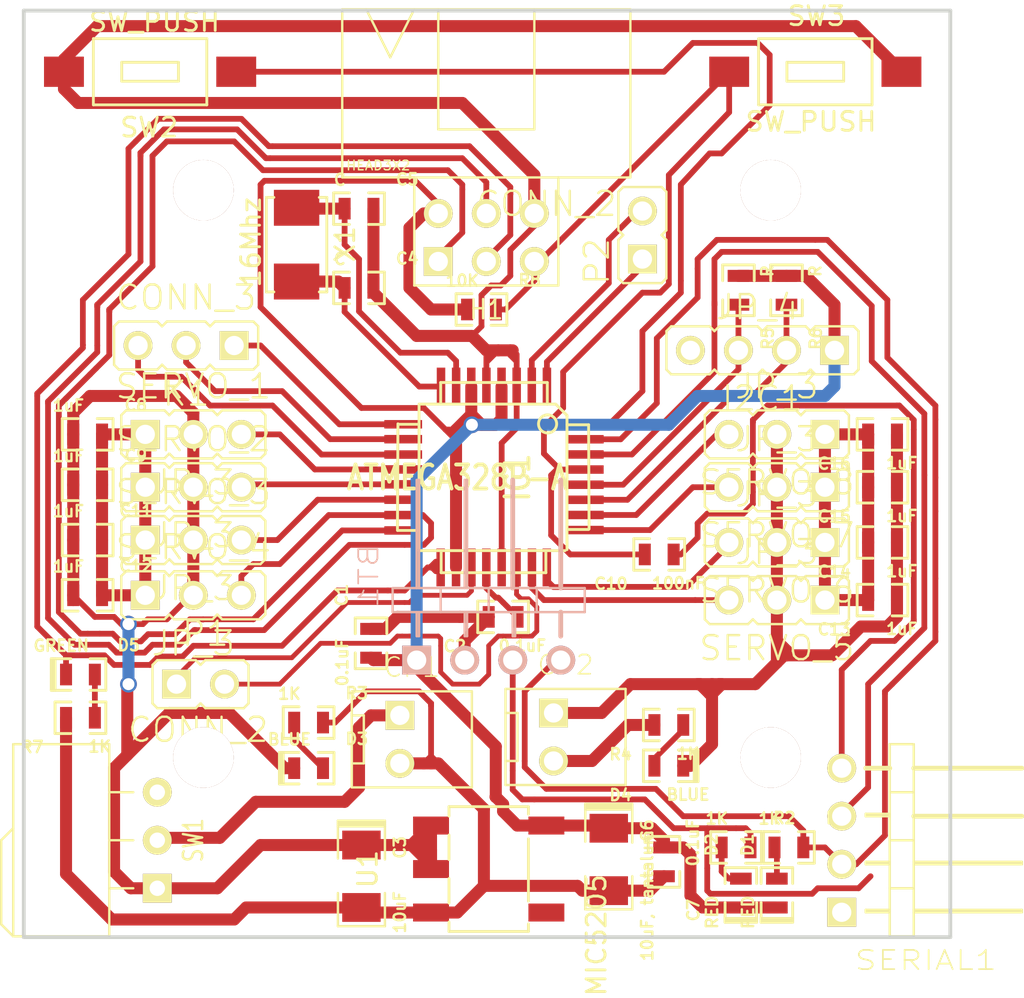
<source format=kicad_pcb>
(kicad_pcb (version 3) (host pcbnew "(2013-mar-13)-testing")

  (general
    (links 118)
    (no_connects 8)
    (area 172.275499 111.1596 226.949001 164.816888)
    (thickness 1.6)
    (drawings 29)
    (tracks 637)
    (zones 0)
    (modules 56)
    (nets 40)
  )

  (page A3)
  (title_block 
    (title "Template - SkyMega-like board")
  )

  (layers
    (15 F.Cu signal)
    (0 B.Cu signal)
    (16 B.Adhes user)
    (17 F.Adhes user)
    (18 B.Paste user)
    (19 F.Paste user)
    (20 B.SilkS user)
    (21 F.SilkS user)
    (22 B.Mask user)
    (23 F.Mask user)
    (24 Dwgs.User user)
    (25 Cmts.User user)
    (26 Eco1.User user hide)
    (27 Eco2.User user)
    (28 Edge.Cuts user)
  )

  (setup
    (last_trace_width 0.254)
    (trace_clearance 0.254)
    (zone_clearance 0.208)
    (zone_45_only no)
    (trace_min 0.254)
    (segment_width 0.2)
    (edge_width 0.2)
    (via_size 0.889)
    (via_drill 0.635)
    (via_min_size 0.889)
    (via_min_drill 0.508)
    (uvia_size 0.508)
    (uvia_drill 0.127)
    (uvias_allowed no)
    (uvia_min_size 0.508)
    (uvia_min_drill 0.127)
    (pcb_text_width 0.3)
    (pcb_text_size 1 1)
    (mod_edge_width 0.15)
    (mod_text_size 1 1)
    (mod_text_width 0.15)
    (pad_size 1 1)
    (pad_drill 0.6)
    (pad_to_mask_clearance 0)
    (aux_axis_origin 0 0)
    (visible_elements 7FFFFFFF)
    (pcbplotparams
      (layerselection 3178497)
      (usegerberextensions true)
      (excludeedgelayer true)
      (linewidth 150000)
      (plotframeref false)
      (viasonmask false)
      (mode 1)
      (useauxorigin false)
      (hpglpennumber 1)
      (hpglpenspeed 20)
      (hpglpendiameter 15)
      (hpglpenoverlay 2)
      (psnegative false)
      (psa4output false)
      (plotreference true)
      (plotvalue true)
      (plotothertext true)
      (plotinvisibletext false)
      (padsonsilk false)
      (subtractmaskfromsilk false)
      (outputformat 1)
      (mirror false)
      (drillshape 1)
      (scaleselection 1)
      (outputdirectory ""))
  )

  (net 0 "")
  (net 1 /A0)
  (net 2 /A1)
  (net 3 /A2)
  (net 4 /A3)
  (net 5 /A4)
  (net 6 /A5)
  (net 7 /A6)
  (net 8 /A7)
  (net 9 /D10)
  (net 10 /D11)
  (net 11 /D12)
  (net 12 /D13)
  (net 13 /D2)
  (net 14 /D3)
  (net 15 /D4)
  (net 16 /D5)
  (net 17 /D6)
  (net 18 /D7)
  (net 19 /D8)
  (net 20 /D9)
  (net 21 /DTR)
  (net 22 /RESET)
  (net 23 /RX)
  (net 24 /SERVO_PWR_2)
  (net 25 /TX)
  (net 26 /Vin)
  (net 27 GND)
  (net 28 N-000001)
  (net 29 N-000002)
  (net 30 N-0000031)
  (net 31 N-0000034)
  (net 32 N-0000035)
  (net 33 N-0000036)
  (net 34 N-0000038)
  (net 35 N-000004)
  (net 36 N-000005)
  (net 37 N-000006)
  (net 38 N-000007)
  (net 39 VCC)

  (net_class Default "This is the default net class."
    (clearance 0.254)
    (trace_width 0.254)
    (via_dia 0.889)
    (via_drill 0.635)
    (uvia_dia 0.508)
    (uvia_drill 0.127)
    (add_net "")
    (add_net /A6)
    (add_net /A7)
  )

  (net_class Power ""
    (clearance 0.254)
    (trace_width 0.635)
    (via_dia 0.889)
    (via_drill 0.635)
    (uvia_dia 0.508)
    (uvia_drill 0.127)
    (add_net /SERVO_PWR_2)
    (add_net GND)
    (add_net N-000006)
    (add_net VCC)
  )

  (net_class Thick ""
    (clearance 0.254)
    (trace_width 0.3048)
    (via_dia 0.889)
    (via_drill 0.635)
    (uvia_dia 0.508)
    (uvia_drill 0.127)
    (add_net /A0)
    (add_net /A1)
    (add_net /A2)
    (add_net /A3)
    (add_net /A4)
    (add_net /A5)
    (add_net /D10)
    (add_net /D11)
    (add_net /D12)
    (add_net /D13)
    (add_net /D2)
    (add_net /D3)
    (add_net /D4)
    (add_net /D5)
    (add_net /D6)
    (add_net /D7)
    (add_net /D8)
    (add_net /D9)
    (add_net /DTR)
    (add_net /RESET)
    (add_net /RX)
    (add_net /TX)
    (add_net /Vin)
    (add_net N-000001)
    (add_net N-000002)
    (add_net N-0000031)
    (add_net N-0000034)
    (add_net N-0000035)
    (add_net N-0000036)
    (add_net N-0000038)
    (add_net N-000004)
    (add_net N-000005)
    (add_net N-000007)
  )

  (module CON1x4-A (layer B.Cu) (tedit 4DC5619B) (tstamp 53205EA0)
    (at 194.564 146.05 90)
    (path /531F8085)
    (fp_text reference BT1 (at 4.445 -2.54 90) (layer B.SilkS)
      (effects (font (size 1.016 1.27) (thickness 0.0889)) (justify mirror))
    )
    (fp_text value JP_4 (at 0 -1.27 90) (layer B.SilkS) hide
      (effects (font (size 0.254 0.254) (thickness 0.0508)) (justify mirror))
    )
    (fp_line (start 2.54 8.89) (end 3.81 8.89) (layer B.SilkS) (width 0.127))
    (fp_line (start 3.81 8.89) (end 3.81 6.35) (layer B.SilkS) (width 0.127))
    (fp_line (start 2.54 6.35) (end 2.54 8.89) (layer B.SilkS) (width 0.127))
    (fp_line (start 2.54 7.62) (end 1.27 7.62) (layer B.SilkS) (width 0.254))
    (fp_line (start 3.81 5.08) (end 9.525 5.08) (layer B.SilkS) (width 0.254))
    (fp_line (start 3.81 6.35) (end 3.81 -1.27) (layer B.SilkS) (width 0.127))
    (fp_line (start 2.54 -1.27) (end 2.54 6.35) (layer B.SilkS) (width 0.127))
    (fp_line (start 9.525 0.127) (end 9.525 0) (layer B.SilkS) (width 0.127))
    (fp_line (start 3.81 0.127) (end 9.525 0.127) (layer B.SilkS) (width 0.127))
    (fp_line (start 1.27 0.127) (end 1.27 0) (layer B.SilkS) (width 0.127))
    (fp_line (start 1.27 0.127) (end 2.54 0.127) (layer B.SilkS) (width 0.127))
    (fp_line (start 9.525 2.667) (end 9.525 2.54) (layer B.SilkS) (width 0.127))
    (fp_line (start 3.81 2.667) (end 9.525 2.667) (layer B.SilkS) (width 0.127))
    (fp_line (start 1.27 2.667) (end 1.27 2.54) (layer B.SilkS) (width 0.127))
    (fp_line (start 1.27 2.667) (end 2.54 2.667) (layer B.SilkS) (width 0.127))
    (fp_line (start 1.27 5.207) (end 1.27 5.08) (layer B.SilkS) (width 0.127))
    (fp_line (start 1.27 5.207) (end 2.54 5.207) (layer B.SilkS) (width 0.127))
    (fp_line (start 3.81 0) (end 9.525 0) (layer B.SilkS) (width 0.127))
    (fp_line (start 3.81 2.54) (end 9.525 2.54) (layer B.SilkS) (width 0.127))
    (fp_line (start 3.81 7.62) (end 9.525 7.62) (layer B.SilkS) (width 0.254))
    (fp_line (start 2.54 1.27) (end 3.81 1.27) (layer B.SilkS) (width 0.127))
    (fp_line (start 2.54 3.81) (end 3.81 3.81) (layer B.SilkS) (width 0.127))
    (fp_line (start 2.54 6.35) (end 3.81 6.35) (layer B.SilkS) (width 0.127))
    (fp_line (start 1.27 0) (end 2.54 0) (layer B.SilkS) (width 0.127))
    (fp_line (start 1.27 2.54) (end 2.54 2.54) (layer B.SilkS) (width 0.127))
    (fp_line (start 1.27 5.08) (end 2.54 5.08) (layer B.SilkS) (width 0.127))
    (fp_line (start 2.54 -1.27) (end 3.81 -1.27) (layer B.SilkS) (width 0.127))
    (pad 1 thru_hole rect (at 0 0 90) (size 1.524 1.524) (drill 1.016)
      (layers *.Cu *.Mask B.SilkS)
      (net 39 VCC)
    )
    (pad 2 thru_hole circle (at 0 2.54 90) (size 1.524 1.524) (drill 1.016)
      (layers *.Cu *.Mask B.SilkS)
      (net 27 GND)
    )
    (pad 3 thru_hole circle (at 0 5.08 90) (size 1.524 1.524) (drill 1.016)
      (layers *.Cu *.Mask B.SilkS)
      (net 23 /RX)
    )
    (pad 4 thru_hole circle (at 0 7.62 90) (size 1.524 1.524) (drill 1.016)
      (layers *.Cu *.Mask B.SilkS)
      (net 25 /TX)
    )
    (model pins_array_04_90.wrl
      (at (xyz 0.15 0.15 0))
      (scale (xyz 1 1 1))
      (rotate (xyz 0 0 90))
    )
    (model /home/def/Dropbox/Share/Kicad/monolito-1.2/packages3d/pins_array_04_90.wrl
      (at (xyz 0.15 0.15 0))
      (scale (xyz 1 1 1))
      (rotate (xyz 0 0 90))
    )
  )

  (module "SM0603_Opendous(generic)" (layer F.Cu) (tedit 51DAFF19) (tstamp 5321E2BE)
    (at 192.151 145.161 90)
    (path /531F8FD3)
    (attr smd)
    (fp_text reference C1 (at 2.55 -1.55 90) (layer F.SilkS)
      (effects (font (size 0.6 0.6) (thickness 0.127)))
    )
    (fp_text value 0.1uF (at -1.016 -1.524 90) (layer F.SilkS)
      (effects (font (size 0.6 0.6) (thickness 0.127)))
    )
    (fp_line (start 1.343 0.835) (end 0.508 0.835) (layer F.SilkS) (width 0.1524))
    (fp_line (start -1.343 0.835) (end -0.508 0.835) (layer F.SilkS) (width 0.1524))
    (fp_line (start -1.343 -0.835) (end -1.343 0.835) (layer F.SilkS) (width 0.1524))
    (fp_line (start 1.343 -0.835) (end 1.343 0.835) (layer F.SilkS) (width 0.1524))
    (fp_line (start -1.343 -0.835) (end -0.508 -0.835) (layer F.SilkS) (width 0.1524))
    (fp_line (start 1.343 -0.835) (end 0.508 -0.835) (layer F.SilkS) (width 0.1524))
    (pad 1 smd rect (at -0.762 0 90) (size 0.635 1.143)
      (layers F.Cu F.Paste F.Mask)
      (net 39 VCC)
    )
    (pad 2 smd rect (at 0.762 0 90) (size 0.635 1.143)
      (layers F.Cu F.Paste F.Mask)
      (net 27 GND)
    )
    (model smd/chip_cms.wrl
      (at (xyz 0 0 0))
      (scale (xyz 0.08 0.08 0.08))
      (rotate (xyz 0 0 0))
    )
  )

  (module "SM0603_Opendous(generic)" (layer F.Cu) (tedit 51DAFF19) (tstamp 53205EB8)
    (at 199.136 143.764 180)
    (path /531F8B59)
    (attr smd)
    (fp_text reference C2 (at 2.55 -1.55 180) (layer F.SilkS)
      (effects (font (size 0.6 0.6) (thickness 0.127)))
    )
    (fp_text value 0.1uF (at -1.016 -1.524 180) (layer F.SilkS)
      (effects (font (size 0.6 0.6) (thickness 0.127)))
    )
    (fp_line (start 1.343 0.835) (end 0.508 0.835) (layer F.SilkS) (width 0.1524))
    (fp_line (start -1.343 0.835) (end -0.508 0.835) (layer F.SilkS) (width 0.1524))
    (fp_line (start -1.343 -0.835) (end -1.343 0.835) (layer F.SilkS) (width 0.1524))
    (fp_line (start 1.343 -0.835) (end 1.343 0.835) (layer F.SilkS) (width 0.1524))
    (fp_line (start -1.343 -0.835) (end -0.508 -0.835) (layer F.SilkS) (width 0.1524))
    (fp_line (start 1.343 -0.835) (end 0.508 -0.835) (layer F.SilkS) (width 0.1524))
    (pad 1 smd rect (at -0.762 0 180) (size 0.635 1.143)
      (layers F.Cu F.Paste F.Mask)
      (net 30 N-0000031)
    )
    (pad 2 smd rect (at 0.762 0 180) (size 0.635 1.143)
      (layers F.Cu F.Paste F.Mask)
      (net 27 GND)
    )
    (model smd/chip_cms.wrl
      (at (xyz 0 0 0))
      (scale (xyz 0.08 0.08 0.08))
      (rotate (xyz 0 0 0))
    )
  )

  (module "SM1206_Opendous_LED(generic)" (layer F.Cu) (tedit 51DAEBEE) (tstamp 53205EC7)
    (at 191.643 157.48 270)
    (path /531F2E95)
    (attr smd)
    (fp_text reference C3 (at -1.524 -2.032 270) (layer F.SilkS)
      (effects (font (size 0.6 0.6) (thickness 0.127)))
    )
    (fp_text value 10uF (at 1.905 -2.032 270) (layer F.SilkS)
      (effects (font (size 0.6 0.6) (thickness 0.127)))
    )
    (fp_line (start -2.74 -1.243) (end -2.74 1.243) (layer F.SilkS) (width 0.127))
    (fp_line (start -2.84 -1.243) (end -2.84 1.243) (layer F.SilkS) (width 0.127))
    (fp_line (start -2.94 -1.243) (end -2.94 1.243) (layer F.SilkS) (width 0.127))
    (fp_line (start -2.64 -1.243) (end -2.64 1.243) (layer F.SilkS) (width 0.127))
    (fp_line (start -2.94 1.243) (end -0.939 1.243) (layer F.SilkS) (width 0.127))
    (fp_line (start 0.889 -1.243) (end 2.64 -1.243) (layer F.SilkS) (width 0.127))
    (fp_line (start 2.64 -1.243) (end 2.64 1.243) (layer F.SilkS) (width 0.127))
    (fp_line (start 2.64 1.243) (end 0.889 1.243) (layer F.SilkS) (width 0.127))
    (fp_line (start -0.889 -1.243) (end -2.94 -1.243) (layer F.SilkS) (width 0.127))
    (pad 1 smd rect (at -1.651 0 270) (size 1.524 2.032)
      (layers F.Cu F.Paste F.Mask)
      (net 26 /Vin)
    )
    (pad 2 smd rect (at 1.651 0 270) (size 1.524 2.032)
      (layers F.Cu F.Paste F.Mask)
      (net 27 GND)
    )
    (model smd/chip_cms.wrl
      (at (xyz 0 0 0))
      (scale (xyz 0.17 0.16 0.16))
      (rotate (xyz 0 0 0))
    )
  )

  (module "SM0603_Opendous(generic)" (layer F.Cu) (tedit 51DAFF19) (tstamp 53205ED3)
    (at 191.516 126.365)
    (path /531F1B99)
    (attr smd)
    (fp_text reference C4 (at 2.55 -1.55) (layer F.SilkS)
      (effects (font (size 0.6 0.6) (thickness 0.127)))
    )
    (fp_text value C (at -1.016 -1.524) (layer F.SilkS)
      (effects (font (size 0.6 0.6) (thickness 0.127)))
    )
    (fp_line (start 1.343 0.835) (end 0.508 0.835) (layer F.SilkS) (width 0.1524))
    (fp_line (start -1.343 0.835) (end -0.508 0.835) (layer F.SilkS) (width 0.1524))
    (fp_line (start -1.343 -0.835) (end -1.343 0.835) (layer F.SilkS) (width 0.1524))
    (fp_line (start 1.343 -0.835) (end 1.343 0.835) (layer F.SilkS) (width 0.1524))
    (fp_line (start -1.343 -0.835) (end -0.508 -0.835) (layer F.SilkS) (width 0.1524))
    (fp_line (start 1.343 -0.835) (end 0.508 -0.835) (layer F.SilkS) (width 0.1524))
    (pad 1 smd rect (at -0.762 0) (size 0.635 1.143)
      (layers F.Cu F.Paste F.Mask)
      (net 31 N-0000034)
    )
    (pad 2 smd rect (at 0.762 0) (size 0.635 1.143)
      (layers F.Cu F.Paste F.Mask)
      (net 27 GND)
    )
    (model smd/chip_cms.wrl
      (at (xyz 0 0 0))
      (scale (xyz 0.08 0.08 0.08))
      (rotate (xyz 0 0 0))
    )
  )

  (module "SM0603_Opendous(generic)" (layer F.Cu) (tedit 51DAFF19) (tstamp 53205EDF)
    (at 191.516 122.174)
    (path /531F1B93)
    (attr smd)
    (fp_text reference C5 (at 2.55 -1.55) (layer F.SilkS)
      (effects (font (size 0.6 0.6) (thickness 0.127)))
    )
    (fp_text value C (at -1.016 -1.524) (layer F.SilkS)
      (effects (font (size 0.6 0.6) (thickness 0.127)))
    )
    (fp_line (start 1.343 0.835) (end 0.508 0.835) (layer F.SilkS) (width 0.1524))
    (fp_line (start -1.343 0.835) (end -0.508 0.835) (layer F.SilkS) (width 0.1524))
    (fp_line (start -1.343 -0.835) (end -1.343 0.835) (layer F.SilkS) (width 0.1524))
    (fp_line (start 1.343 -0.835) (end 1.343 0.835) (layer F.SilkS) (width 0.1524))
    (fp_line (start -1.343 -0.835) (end -0.508 -0.835) (layer F.SilkS) (width 0.1524))
    (fp_line (start 1.343 -0.835) (end 0.508 -0.835) (layer F.SilkS) (width 0.1524))
    (pad 1 smd rect (at -0.762 0) (size 0.635 1.143)
      (layers F.Cu F.Paste F.Mask)
      (net 32 N-0000035)
    )
    (pad 2 smd rect (at 0.762 0) (size 0.635 1.143)
      (layers F.Cu F.Paste F.Mask)
      (net 27 GND)
    )
    (model smd/chip_cms.wrl
      (at (xyz 0 0 0))
      (scale (xyz 0.08 0.08 0.08))
      (rotate (xyz 0 0 0))
    )
  )

  (module "SM1206_Opendous_LED(generic)" (layer F.Cu) (tedit 51DAEBEE) (tstamp 53205EEE)
    (at 204.724 156.591 270)
    (path /531F9FAE)
    (attr smd)
    (fp_text reference C6 (at -1.524 -2.032 270) (layer F.SilkS)
      (effects (font (size 0.6 0.6) (thickness 0.127)))
    )
    (fp_text value "10uF, tantalum" (at 1.905 -2.032 270) (layer F.SilkS)
      (effects (font (size 0.6 0.6) (thickness 0.127)))
    )
    (fp_line (start -2.74 -1.243) (end -2.74 1.243) (layer F.SilkS) (width 0.127))
    (fp_line (start -2.84 -1.243) (end -2.84 1.243) (layer F.SilkS) (width 0.127))
    (fp_line (start -2.94 -1.243) (end -2.94 1.243) (layer F.SilkS) (width 0.127))
    (fp_line (start -2.64 -1.243) (end -2.64 1.243) (layer F.SilkS) (width 0.127))
    (fp_line (start -2.94 1.243) (end -0.939 1.243) (layer F.SilkS) (width 0.127))
    (fp_line (start 0.889 -1.243) (end 2.64 -1.243) (layer F.SilkS) (width 0.127))
    (fp_line (start 2.64 -1.243) (end 2.64 1.243) (layer F.SilkS) (width 0.127))
    (fp_line (start 2.64 1.243) (end 0.889 1.243) (layer F.SilkS) (width 0.127))
    (fp_line (start -0.889 -1.243) (end -2.94 -1.243) (layer F.SilkS) (width 0.127))
    (pad 1 smd rect (at -1.651 0 270) (size 1.524 2.032)
      (layers F.Cu F.Paste F.Mask)
      (net 39 VCC)
    )
    (pad 2 smd rect (at 1.651 0 270) (size 1.524 2.032)
      (layers F.Cu F.Paste F.Mask)
      (net 27 GND)
    )
    (model smd/chip_cms.wrl
      (at (xyz 0 0 0))
      (scale (xyz 0.17 0.16 0.16))
      (rotate (xyz 0 0 0))
    )
  )

  (module "SM0603_Opendous(generic)" (layer F.Cu) (tedit 51DAFF19) (tstamp 5321E2B1)
    (at 207.645 156.718 270)
    (path /531F99B2)
    (attr smd)
    (fp_text reference C7 (at 2.55 -1.55 270) (layer F.SilkS)
      (effects (font (size 0.6 0.6) (thickness 0.127)))
    )
    (fp_text value 0.1uF (at -1.016 -1.524 270) (layer F.SilkS)
      (effects (font (size 0.6 0.6) (thickness 0.127)))
    )
    (fp_line (start 1.343 0.835) (end 0.508 0.835) (layer F.SilkS) (width 0.1524))
    (fp_line (start -1.343 0.835) (end -0.508 0.835) (layer F.SilkS) (width 0.1524))
    (fp_line (start -1.343 -0.835) (end -1.343 0.835) (layer F.SilkS) (width 0.1524))
    (fp_line (start 1.343 -0.835) (end 1.343 0.835) (layer F.SilkS) (width 0.1524))
    (fp_line (start -1.343 -0.835) (end -0.508 -0.835) (layer F.SilkS) (width 0.1524))
    (fp_line (start 1.343 -0.835) (end 0.508 -0.835) (layer F.SilkS) (width 0.1524))
    (pad 1 smd rect (at -0.762 0 270) (size 0.635 1.143)
      (layers F.Cu F.Paste F.Mask)
      (net 39 VCC)
    )
    (pad 2 smd rect (at 0.762 0 270) (size 0.635 1.143)
      (layers F.Cu F.Paste F.Mask)
      (net 27 GND)
    )
    (model smd/chip_cms.wrl
      (at (xyz 0 0 0))
      (scale (xyz 0.08 0.08 0.08))
      (rotate (xyz 0 0 0))
    )
  )

  (module "SM0603_Opendous(generic)" (layer F.Cu) (tedit 51DAFF19) (tstamp 53205F06)
    (at 177.165 134.112)
    (path /531FA383)
    (attr smd)
    (fp_text reference C8 (at 2.55 -1.55) (layer F.SilkS)
      (effects (font (size 0.6 0.6) (thickness 0.127)))
    )
    (fp_text value 1uF (at -1.016 -1.524) (layer F.SilkS)
      (effects (font (size 0.6 0.6) (thickness 0.127)))
    )
    (fp_line (start 1.343 0.835) (end 0.508 0.835) (layer F.SilkS) (width 0.1524))
    (fp_line (start -1.343 0.835) (end -0.508 0.835) (layer F.SilkS) (width 0.1524))
    (fp_line (start -1.343 -0.835) (end -1.343 0.835) (layer F.SilkS) (width 0.1524))
    (fp_line (start 1.343 -0.835) (end 1.343 0.835) (layer F.SilkS) (width 0.1524))
    (fp_line (start -1.343 -0.835) (end -0.508 -0.835) (layer F.SilkS) (width 0.1524))
    (fp_line (start 1.343 -0.835) (end 0.508 -0.835) (layer F.SilkS) (width 0.1524))
    (pad 1 smd rect (at -0.762 0) (size 0.635 1.143)
      (layers F.Cu F.Paste F.Mask)
      (net 26 /Vin)
    )
    (pad 2 smd rect (at 0.762 0) (size 0.635 1.143)
      (layers F.Cu F.Paste F.Mask)
      (net 27 GND)
    )
    (model smd/chip_cms.wrl
      (at (xyz 0 0 0))
      (scale (xyz 0.08 0.08 0.08))
      (rotate (xyz 0 0 0))
    )
  )

  (module "SM0603_Opendous(generic)" (layer F.Cu) (tedit 51DAFF19) (tstamp 53205F12)
    (at 177.165 136.779)
    (path /531FA392)
    (attr smd)
    (fp_text reference C9 (at 2.55 -1.55) (layer F.SilkS)
      (effects (font (size 0.6 0.6) (thickness 0.127)))
    )
    (fp_text value 1uF (at -1.016 -1.524) (layer F.SilkS)
      (effects (font (size 0.6 0.6) (thickness 0.127)))
    )
    (fp_line (start 1.343 0.835) (end 0.508 0.835) (layer F.SilkS) (width 0.1524))
    (fp_line (start -1.343 0.835) (end -0.508 0.835) (layer F.SilkS) (width 0.1524))
    (fp_line (start -1.343 -0.835) (end -1.343 0.835) (layer F.SilkS) (width 0.1524))
    (fp_line (start 1.343 -0.835) (end 1.343 0.835) (layer F.SilkS) (width 0.1524))
    (fp_line (start -1.343 -0.835) (end -0.508 -0.835) (layer F.SilkS) (width 0.1524))
    (fp_line (start 1.343 -0.835) (end 0.508 -0.835) (layer F.SilkS) (width 0.1524))
    (pad 1 smd rect (at -0.762 0) (size 0.635 1.143)
      (layers F.Cu F.Paste F.Mask)
      (net 26 /Vin)
    )
    (pad 2 smd rect (at 0.762 0) (size 0.635 1.143)
      (layers F.Cu F.Paste F.Mask)
      (net 27 GND)
    )
    (model smd/chip_cms.wrl
      (at (xyz 0 0 0))
      (scale (xyz 0.08 0.08 0.08))
      (rotate (xyz 0 0 0))
    )
  )

  (module "SM0603_Opendous(generic)" (layer F.Cu) (tedit 51DAFF19) (tstamp 5321E2A4)
    (at 207.391 140.462 180)
    (path /531F1A74)
    (attr smd)
    (fp_text reference C10 (at 2.55 -1.55 180) (layer F.SilkS)
      (effects (font (size 0.6 0.6) (thickness 0.127)))
    )
    (fp_text value 100nF (at -1.016 -1.524 180) (layer F.SilkS)
      (effects (font (size 0.6 0.6) (thickness 0.127)))
    )
    (fp_line (start 1.343 0.835) (end 0.508 0.835) (layer F.SilkS) (width 0.1524))
    (fp_line (start -1.343 0.835) (end -0.508 0.835) (layer F.SilkS) (width 0.1524))
    (fp_line (start -1.343 -0.835) (end -1.343 0.835) (layer F.SilkS) (width 0.1524))
    (fp_line (start 1.343 -0.835) (end 1.343 0.835) (layer F.SilkS) (width 0.1524))
    (fp_line (start -1.343 -0.835) (end -0.508 -0.835) (layer F.SilkS) (width 0.1524))
    (fp_line (start 1.343 -0.835) (end 0.508 -0.835) (layer F.SilkS) (width 0.1524))
    (pad 1 smd rect (at -0.762 0 180) (size 0.635 1.143)
      (layers F.Cu F.Paste F.Mask)
      (net 21 /DTR)
    )
    (pad 2 smd rect (at 0.762 0 180) (size 0.635 1.143)
      (layers F.Cu F.Paste F.Mask)
      (net 22 /RESET)
    )
    (model smd/chip_cms.wrl
      (at (xyz 0 0 0))
      (scale (xyz 0.08 0.08 0.08))
      (rotate (xyz 0 0 0))
    )
  )

  (module "SM0603_Opendous(generic)" (layer F.Cu) (tedit 51DAFF19) (tstamp 53205F2A)
    (at 177.165 139.7)
    (path /531DEAF6)
    (attr smd)
    (fp_text reference C11 (at 2.55 -1.55) (layer F.SilkS)
      (effects (font (size 0.6 0.6) (thickness 0.127)))
    )
    (fp_text value 1uF (at -1.016 -1.524) (layer F.SilkS)
      (effects (font (size 0.6 0.6) (thickness 0.127)))
    )
    (fp_line (start 1.343 0.835) (end 0.508 0.835) (layer F.SilkS) (width 0.1524))
    (fp_line (start -1.343 0.835) (end -0.508 0.835) (layer F.SilkS) (width 0.1524))
    (fp_line (start -1.343 -0.835) (end -1.343 0.835) (layer F.SilkS) (width 0.1524))
    (fp_line (start 1.343 -0.835) (end 1.343 0.835) (layer F.SilkS) (width 0.1524))
    (fp_line (start -1.343 -0.835) (end -0.508 -0.835) (layer F.SilkS) (width 0.1524))
    (fp_line (start 1.343 -0.835) (end 0.508 -0.835) (layer F.SilkS) (width 0.1524))
    (pad 1 smd rect (at -0.762 0) (size 0.635 1.143)
      (layers F.Cu F.Paste F.Mask)
      (net 26 /Vin)
    )
    (pad 2 smd rect (at 0.762 0) (size 0.635 1.143)
      (layers F.Cu F.Paste F.Mask)
      (net 27 GND)
    )
    (model smd/chip_cms.wrl
      (at (xyz 0 0 0))
      (scale (xyz 0.08 0.08 0.08))
      (rotate (xyz 0 0 0))
    )
  )

  (module "SM0603_Opendous(generic)" (layer F.Cu) (tedit 51DAFF19) (tstamp 53205F36)
    (at 177.165 142.621)
    (path /531FA1C8)
    (attr smd)
    (fp_text reference C12 (at 2.55 -1.55) (layer F.SilkS)
      (effects (font (size 0.6 0.6) (thickness 0.127)))
    )
    (fp_text value 1uF (at -1.016 -1.524) (layer F.SilkS)
      (effects (font (size 0.6 0.6) (thickness 0.127)))
    )
    (fp_line (start 1.343 0.835) (end 0.508 0.835) (layer F.SilkS) (width 0.1524))
    (fp_line (start -1.343 0.835) (end -0.508 0.835) (layer F.SilkS) (width 0.1524))
    (fp_line (start -1.343 -0.835) (end -1.343 0.835) (layer F.SilkS) (width 0.1524))
    (fp_line (start 1.343 -0.835) (end 1.343 0.835) (layer F.SilkS) (width 0.1524))
    (fp_line (start -1.343 -0.835) (end -0.508 -0.835) (layer F.SilkS) (width 0.1524))
    (fp_line (start 1.343 -0.835) (end 0.508 -0.835) (layer F.SilkS) (width 0.1524))
    (pad 1 smd rect (at -0.762 0) (size 0.635 1.143)
      (layers F.Cu F.Paste F.Mask)
      (net 26 /Vin)
    )
    (pad 2 smd rect (at 0.762 0) (size 0.635 1.143)
      (layers F.Cu F.Paste F.Mask)
      (net 27 GND)
    )
    (model smd/chip_cms.wrl
      (at (xyz 0 0 0))
      (scale (xyz 0.08 0.08 0.08))
      (rotate (xyz 0 0 0))
    )
  )

  (module "SM0603_Opendous(generic)" (layer F.Cu) (tedit 51DAFF19) (tstamp 53205F42)
    (at 219.202 142.875 180)
    (path /531FA536)
    (attr smd)
    (fp_text reference C13 (at 2.55 -1.55 180) (layer F.SilkS)
      (effects (font (size 0.6 0.6) (thickness 0.127)))
    )
    (fp_text value 1uF (at -1.016 -1.524 180) (layer F.SilkS)
      (effects (font (size 0.6 0.6) (thickness 0.127)))
    )
    (fp_line (start 1.343 0.835) (end 0.508 0.835) (layer F.SilkS) (width 0.1524))
    (fp_line (start -1.343 0.835) (end -0.508 0.835) (layer F.SilkS) (width 0.1524))
    (fp_line (start -1.343 -0.835) (end -1.343 0.835) (layer F.SilkS) (width 0.1524))
    (fp_line (start 1.343 -0.835) (end 1.343 0.835) (layer F.SilkS) (width 0.1524))
    (fp_line (start -1.343 -0.835) (end -0.508 -0.835) (layer F.SilkS) (width 0.1524))
    (fp_line (start 1.343 -0.835) (end 0.508 -0.835) (layer F.SilkS) (width 0.1524))
    (pad 1 smd rect (at -0.762 0 180) (size 0.635 1.143)
      (layers F.Cu F.Paste F.Mask)
      (net 24 /SERVO_PWR_2)
    )
    (pad 2 smd rect (at 0.762 0 180) (size 0.635 1.143)
      (layers F.Cu F.Paste F.Mask)
      (net 27 GND)
    )
    (model smd/chip_cms.wrl
      (at (xyz 0 0 0))
      (scale (xyz 0.08 0.08 0.08))
      (rotate (xyz 0 0 0))
    )
  )

  (module "SM0603_Opendous(generic)" (layer F.Cu) (tedit 51DAFF19) (tstamp 53205F4E)
    (at 219.202 139.827 180)
    (path /531FA544)
    (attr smd)
    (fp_text reference C14 (at 2.55 -1.55 180) (layer F.SilkS)
      (effects (font (size 0.6 0.6) (thickness 0.127)))
    )
    (fp_text value 1uF (at -1.016 -1.524 180) (layer F.SilkS)
      (effects (font (size 0.6 0.6) (thickness 0.127)))
    )
    (fp_line (start 1.343 0.835) (end 0.508 0.835) (layer F.SilkS) (width 0.1524))
    (fp_line (start -1.343 0.835) (end -0.508 0.835) (layer F.SilkS) (width 0.1524))
    (fp_line (start -1.343 -0.835) (end -1.343 0.835) (layer F.SilkS) (width 0.1524))
    (fp_line (start 1.343 -0.835) (end 1.343 0.835) (layer F.SilkS) (width 0.1524))
    (fp_line (start -1.343 -0.835) (end -0.508 -0.835) (layer F.SilkS) (width 0.1524))
    (fp_line (start 1.343 -0.835) (end 0.508 -0.835) (layer F.SilkS) (width 0.1524))
    (pad 1 smd rect (at -0.762 0 180) (size 0.635 1.143)
      (layers F.Cu F.Paste F.Mask)
      (net 24 /SERVO_PWR_2)
    )
    (pad 2 smd rect (at 0.762 0 180) (size 0.635 1.143)
      (layers F.Cu F.Paste F.Mask)
      (net 27 GND)
    )
    (model smd/chip_cms.wrl
      (at (xyz 0 0 0))
      (scale (xyz 0.08 0.08 0.08))
      (rotate (xyz 0 0 0))
    )
  )

  (module "SM0603_Opendous(generic)" (layer F.Cu) (tedit 51DAFF19) (tstamp 53205F5A)
    (at 219.202 136.906 180)
    (path /531FA4ED)
    (attr smd)
    (fp_text reference C15 (at 2.55 -1.55 180) (layer F.SilkS)
      (effects (font (size 0.6 0.6) (thickness 0.127)))
    )
    (fp_text value 1uF (at -1.016 -1.524 180) (layer F.SilkS)
      (effects (font (size 0.6 0.6) (thickness 0.127)))
    )
    (fp_line (start 1.343 0.835) (end 0.508 0.835) (layer F.SilkS) (width 0.1524))
    (fp_line (start -1.343 0.835) (end -0.508 0.835) (layer F.SilkS) (width 0.1524))
    (fp_line (start -1.343 -0.835) (end -1.343 0.835) (layer F.SilkS) (width 0.1524))
    (fp_line (start 1.343 -0.835) (end 1.343 0.835) (layer F.SilkS) (width 0.1524))
    (fp_line (start -1.343 -0.835) (end -0.508 -0.835) (layer F.SilkS) (width 0.1524))
    (fp_line (start 1.343 -0.835) (end 0.508 -0.835) (layer F.SilkS) (width 0.1524))
    (pad 1 smd rect (at -0.762 0 180) (size 0.635 1.143)
      (layers F.Cu F.Paste F.Mask)
      (net 24 /SERVO_PWR_2)
    )
    (pad 2 smd rect (at 0.762 0 180) (size 0.635 1.143)
      (layers F.Cu F.Paste F.Mask)
      (net 27 GND)
    )
    (model smd/chip_cms.wrl
      (at (xyz 0 0 0))
      (scale (xyz 0.08 0.08 0.08))
      (rotate (xyz 0 0 0))
    )
  )

  (module "SM0603_Opendous(generic)" (layer F.Cu) (tedit 51DAFF19) (tstamp 53205F66)
    (at 219.202 134.112 180)
    (path /531FA526)
    (attr smd)
    (fp_text reference C16 (at 2.55 -1.55 180) (layer F.SilkS)
      (effects (font (size 0.6 0.6) (thickness 0.127)))
    )
    (fp_text value 1uF (at -1.016 -1.524 180) (layer F.SilkS)
      (effects (font (size 0.6 0.6) (thickness 0.127)))
    )
    (fp_line (start 1.343 0.835) (end 0.508 0.835) (layer F.SilkS) (width 0.1524))
    (fp_line (start -1.343 0.835) (end -0.508 0.835) (layer F.SilkS) (width 0.1524))
    (fp_line (start -1.343 -0.835) (end -1.343 0.835) (layer F.SilkS) (width 0.1524))
    (fp_line (start 1.343 -0.835) (end 1.343 0.835) (layer F.SilkS) (width 0.1524))
    (fp_line (start -1.343 -0.835) (end -0.508 -0.835) (layer F.SilkS) (width 0.1524))
    (fp_line (start 1.343 -0.835) (end 0.508 -0.835) (layer F.SilkS) (width 0.1524))
    (pad 1 smd rect (at -0.762 0 180) (size 0.635 1.143)
      (layers F.Cu F.Paste F.Mask)
      (net 24 /SERVO_PWR_2)
    )
    (pad 2 smd rect (at 0.762 0 180) (size 0.635 1.143)
      (layers F.Cu F.Paste F.Mask)
      (net 27 GND)
    )
    (model smd/chip_cms.wrl
      (at (xyz 0 0 0))
      (scale (xyz 0.08 0.08 0.08))
      (rotate (xyz 0 0 0))
    )
  )

  (module Molex2P-R (layer F.Cu) (tedit 4ABE6897) (tstamp 53205F73)
    (at 193.675 148.971)
    (path /531F2225)
    (fp_text reference CP1 (at 0.635 -2.54) (layer F.SilkS)
      (effects (font (size 1.016 1.016) (thickness 0.0889)))
    )
    (fp_text value MOLEX-2 (at 0.635 4.445) (layer F.SilkS) hide
      (effects (font (size 0.254 0.254) (thickness 0.0508)))
    )
    (fp_line (start -2.54 2.54) (end -1.905 2.54) (layer F.SilkS) (width 0.127))
    (fp_line (start -1.905 2.54) (end -1.905 0) (layer F.SilkS) (width 0.127))
    (fp_line (start -1.905 0) (end -2.54 0) (layer F.SilkS) (width 0.127))
    (fp_line (start -2.54 3.81) (end -2.54 -1.27) (layer F.SilkS) (width 0.127))
    (fp_line (start -2.54 -1.27) (end 3.81 -1.27) (layer F.SilkS) (width 0.127))
    (fp_line (start 3.81 -1.27) (end 3.81 3.81) (layer F.SilkS) (width 0.127))
    (fp_line (start 3.81 3.81) (end -2.54 3.81) (layer F.SilkS) (width 0.127))
    (pad 1 thru_hole rect (at 0 0) (size 1.524 1.524) (drill 1.016)
      (layers *.Cu *.Mask F.SilkS)
      (net 37 N-000006)
    )
    (pad 2 thru_hole circle (at 0 2.54) (size 1.524 1.524) (drill 1.016)
      (layers *.Cu *.Mask F.SilkS)
      (net 27 GND)
    )
    (model conec_trava_2pin.wrl
      (at (xyz 0 -0.05 0))
      (scale (xyz 1 1 1.3))
      (rotate (xyz 0 0 -90))
    )
  )

  (module Molex2P-R (layer F.Cu) (tedit 4ABE6897) (tstamp 53205F80)
    (at 201.803 148.844)
    (path /531F2217)
    (fp_text reference CP2 (at 0.635 -2.54) (layer F.SilkS)
      (effects (font (size 1.016 1.016) (thickness 0.0889)))
    )
    (fp_text value MOLEX-2 (at 0.635 4.445) (layer F.SilkS) hide
      (effects (font (size 0.254 0.254) (thickness 0.0508)))
    )
    (fp_line (start -2.54 2.54) (end -1.905 2.54) (layer F.SilkS) (width 0.127))
    (fp_line (start -1.905 2.54) (end -1.905 0) (layer F.SilkS) (width 0.127))
    (fp_line (start -1.905 0) (end -2.54 0) (layer F.SilkS) (width 0.127))
    (fp_line (start -2.54 3.81) (end -2.54 -1.27) (layer F.SilkS) (width 0.127))
    (fp_line (start -2.54 -1.27) (end 3.81 -1.27) (layer F.SilkS) (width 0.127))
    (fp_line (start 3.81 -1.27) (end 3.81 3.81) (layer F.SilkS) (width 0.127))
    (fp_line (start 3.81 3.81) (end -2.54 3.81) (layer F.SilkS) (width 0.127))
    (pad 1 thru_hole rect (at 0 0) (size 1.524 1.524) (drill 1.016)
      (layers *.Cu *.Mask F.SilkS)
      (net 24 /SERVO_PWR_2)
    )
    (pad 2 thru_hole circle (at 0 2.54) (size 1.524 1.524) (drill 1.016)
      (layers *.Cu *.Mask F.SilkS)
      (net 27 GND)
    )
    (model conec_trava_2pin.wrl
      (at (xyz 0 -0.05 0))
      (scale (xyz 1 1 1.3))
      (rotate (xyz 0 0 -90))
    )
  )

  (module "SM0603_Opendous_LED(generic)" (layer F.Cu) (tedit 51DAFC94) (tstamp 53205F8E)
    (at 213.614 158.369 90)
    (path /531F2245)
    (attr smd)
    (fp_text reference D1 (at 2.55 -1.55 90) (layer F.SilkS)
      (effects (font (size 0.6 0.6) (thickness 0.127)))
    )
    (fp_text value RED (at -1.016 -1.524 90) (layer F.SilkS)
      (effects (font (size 0.6 0.6) (thickness 0.127)))
    )
    (fp_line (start -1.543 -0.835) (end -1.543 0.835) (layer F.SilkS) (width 0.1524))
    (fp_line (start -1.443 -0.835) (end -1.443 0.835) (layer F.SilkS) (width 0.1524))
    (fp_line (start 1.343 0.835) (end 0.508 0.835) (layer F.SilkS) (width 0.1524))
    (fp_line (start -1.543 0.835) (end -0.508 0.835) (layer F.SilkS) (width 0.1524))
    (fp_line (start -1.343 -0.835) (end -1.343 0.835) (layer F.SilkS) (width 0.1524))
    (fp_line (start 1.343 -0.835) (end 1.343 0.835) (layer F.SilkS) (width 0.1524))
    (fp_line (start -1.543 -0.835) (end -0.508 -0.835) (layer F.SilkS) (width 0.1524))
    (fp_line (start 1.343 -0.835) (end 0.508 -0.835) (layer F.SilkS) (width 0.1524))
    (pad 1 smd rect (at -0.762 0 90) (size 0.635 1.143)
      (layers F.Cu F.Paste F.Mask)
      (net 39 VCC)
    )
    (pad 2 smd rect (at 0.762 0 90) (size 0.635 1.143)
      (layers F.Cu F.Paste F.Mask)
      (net 35 N-000004)
    )
    (model smd/chip_cms.wrl
      (at (xyz 0 0 0))
      (scale (xyz 0.08 0.08 0.08))
      (rotate (xyz 0 0 0))
    )
  )

  (module "SM0603_Opendous_LED(generic)" (layer F.Cu) (tedit 51DAFC94) (tstamp 53205F9C)
    (at 211.709 158.369 90)
    (path /531F2251)
    (attr smd)
    (fp_text reference D2 (at 2.55 -1.55 90) (layer F.SilkS)
      (effects (font (size 0.6 0.6) (thickness 0.127)))
    )
    (fp_text value RED (at -1.016 -1.524 90) (layer F.SilkS)
      (effects (font (size 0.6 0.6) (thickness 0.127)))
    )
    (fp_line (start -1.543 -0.835) (end -1.543 0.835) (layer F.SilkS) (width 0.1524))
    (fp_line (start -1.443 -0.835) (end -1.443 0.835) (layer F.SilkS) (width 0.1524))
    (fp_line (start 1.343 0.835) (end 0.508 0.835) (layer F.SilkS) (width 0.1524))
    (fp_line (start -1.543 0.835) (end -0.508 0.835) (layer F.SilkS) (width 0.1524))
    (fp_line (start -1.343 -0.835) (end -1.343 0.835) (layer F.SilkS) (width 0.1524))
    (fp_line (start 1.343 -0.835) (end 1.343 0.835) (layer F.SilkS) (width 0.1524))
    (fp_line (start -1.543 -0.835) (end -0.508 -0.835) (layer F.SilkS) (width 0.1524))
    (fp_line (start 1.343 -0.835) (end 0.508 -0.835) (layer F.SilkS) (width 0.1524))
    (pad 1 smd rect (at -0.762 0 90) (size 0.635 1.143)
      (layers F.Cu F.Paste F.Mask)
      (net 39 VCC)
    )
    (pad 2 smd rect (at 0.762 0 90) (size 0.635 1.143)
      (layers F.Cu F.Paste F.Mask)
      (net 28 N-000001)
    )
    (model smd/chip_cms.wrl
      (at (xyz 0 0 0))
      (scale (xyz 0.08 0.08 0.08))
      (rotate (xyz 0 0 0))
    )
  )

  (module "SM0603_Opendous_LED(generic)" (layer F.Cu) (tedit 51DAFC94) (tstamp 53205FAA)
    (at 188.849 151.765)
    (path /531F247E)
    (attr smd)
    (fp_text reference D3 (at 2.55 -1.55) (layer F.SilkS)
      (effects (font (size 0.6 0.6) (thickness 0.127)))
    )
    (fp_text value BLUE (at -1.016 -1.524) (layer F.SilkS)
      (effects (font (size 0.6 0.6) (thickness 0.127)))
    )
    (fp_line (start -1.543 -0.835) (end -1.543 0.835) (layer F.SilkS) (width 0.1524))
    (fp_line (start -1.443 -0.835) (end -1.443 0.835) (layer F.SilkS) (width 0.1524))
    (fp_line (start 1.343 0.835) (end 0.508 0.835) (layer F.SilkS) (width 0.1524))
    (fp_line (start -1.543 0.835) (end -0.508 0.835) (layer F.SilkS) (width 0.1524))
    (fp_line (start -1.343 -0.835) (end -1.343 0.835) (layer F.SilkS) (width 0.1524))
    (fp_line (start 1.343 -0.835) (end 1.343 0.835) (layer F.SilkS) (width 0.1524))
    (fp_line (start -1.543 -0.835) (end -0.508 -0.835) (layer F.SilkS) (width 0.1524))
    (fp_line (start 1.343 -0.835) (end 0.508 -0.835) (layer F.SilkS) (width 0.1524))
    (pad 1 smd rect (at -0.762 0) (size 0.635 1.143)
      (layers F.Cu F.Paste F.Mask)
      (net 26 /Vin)
    )
    (pad 2 smd rect (at 0.762 0) (size 0.635 1.143)
      (layers F.Cu F.Paste F.Mask)
      (net 36 N-000005)
    )
    (model smd/chip_cms.wrl
      (at (xyz 0 0 0))
      (scale (xyz 0.08 0.08 0.08))
      (rotate (xyz 0 0 0))
    )
  )

  (module "SM0603_Opendous_LED(generic)" (layer F.Cu) (tedit 51DAFC94) (tstamp 53205FB8)
    (at 207.899 151.638 180)
    (path /531F2239)
    (attr smd)
    (fp_text reference D4 (at 2.55 -1.55 180) (layer F.SilkS)
      (effects (font (size 0.6 0.6) (thickness 0.127)))
    )
    (fp_text value BLUE (at -1.016 -1.524 180) (layer F.SilkS)
      (effects (font (size 0.6 0.6) (thickness 0.127)))
    )
    (fp_line (start -1.543 -0.835) (end -1.543 0.835) (layer F.SilkS) (width 0.1524))
    (fp_line (start -1.443 -0.835) (end -1.443 0.835) (layer F.SilkS) (width 0.1524))
    (fp_line (start 1.343 0.835) (end 0.508 0.835) (layer F.SilkS) (width 0.1524))
    (fp_line (start -1.543 0.835) (end -0.508 0.835) (layer F.SilkS) (width 0.1524))
    (fp_line (start -1.343 -0.835) (end -1.343 0.835) (layer F.SilkS) (width 0.1524))
    (fp_line (start 1.343 -0.835) (end 1.343 0.835) (layer F.SilkS) (width 0.1524))
    (fp_line (start -1.543 -0.835) (end -0.508 -0.835) (layer F.SilkS) (width 0.1524))
    (fp_line (start 1.343 -0.835) (end 0.508 -0.835) (layer F.SilkS) (width 0.1524))
    (pad 1 smd rect (at -0.762 0 180) (size 0.635 1.143)
      (layers F.Cu F.Paste F.Mask)
      (net 24 /SERVO_PWR_2)
    )
    (pad 2 smd rect (at 0.762 0 180) (size 0.635 1.143)
      (layers F.Cu F.Paste F.Mask)
      (net 38 N-000007)
    )
    (model smd/chip_cms.wrl
      (at (xyz 0 0 0))
      (scale (xyz 0.08 0.08 0.08))
      (rotate (xyz 0 0 0))
    )
  )

  (module "SM0603_Opendous_LED(generic)" (layer F.Cu) (tedit 51DAFC94) (tstamp 53205FC6)
    (at 176.784 146.812)
    (path /531F225D)
    (attr smd)
    (fp_text reference D5 (at 2.55 -1.55) (layer F.SilkS)
      (effects (font (size 0.6 0.6) (thickness 0.127)))
    )
    (fp_text value GREEN (at -1.016 -1.524) (layer F.SilkS)
      (effects (font (size 0.6 0.6) (thickness 0.127)))
    )
    (fp_line (start -1.543 -0.835) (end -1.543 0.835) (layer F.SilkS) (width 0.1524))
    (fp_line (start -1.443 -0.835) (end -1.443 0.835) (layer F.SilkS) (width 0.1524))
    (fp_line (start 1.343 0.835) (end 0.508 0.835) (layer F.SilkS) (width 0.1524))
    (fp_line (start -1.543 0.835) (end -0.508 0.835) (layer F.SilkS) (width 0.1524))
    (fp_line (start -1.343 -0.835) (end -1.343 0.835) (layer F.SilkS) (width 0.1524))
    (fp_line (start 1.343 -0.835) (end 1.343 0.835) (layer F.SilkS) (width 0.1524))
    (fp_line (start -1.543 -0.835) (end -0.508 -0.835) (layer F.SilkS) (width 0.1524))
    (fp_line (start 1.343 -0.835) (end 0.508 -0.835) (layer F.SilkS) (width 0.1524))
    (pad 1 smd rect (at -0.762 0) (size 0.635 1.143)
      (layers F.Cu F.Paste F.Mask)
      (net 12 /D13)
    )
    (pad 2 smd rect (at 0.762 0) (size 0.635 1.143)
      (layers F.Cu F.Paste F.Mask)
      (net 29 N-000002)
    )
    (model smd/chip_cms.wrl
      (at (xyz 0 0 0))
      (scale (xyz 0.08 0.08 0.08))
      (rotate (xyz 0 0 0))
    )
  )

  (module CON2X3A (layer F.Cu) (tedit 4DC55FFF) (tstamp 53205FDE)
    (at 195.707 124.968)
    (descr "Conector acodado de 2 x 3 pines")
    (tags conector)
    (path /531F1B14)
    (fp_text reference H1 (at 2.54 2.54) (layer F.SilkS)
      (effects (font (size 1.016 0.889) (thickness 0.127)))
    )
    (fp_text value HEAD3X2 (at -3.175 -5.08) (layer F.SilkS)
      (effects (font (size 0.508 0.508) (thickness 0.0762)))
    )
    (fp_line (start -1.27 -4.445) (end 10.16 -4.445) (layer F.SilkS) (width 0.127))
    (fp_line (start -5.08 -13.335) (end 10.16 -13.335) (layer F.SilkS) (width 0.127))
    (fp_line (start 10.16 -4.445) (end 10.16 -13.335) (layer F.SilkS) (width 0.127))
    (fp_line (start -1.27 1.27) (end 6.35 1.27) (layer F.SilkS) (width 0.127))
    (fp_line (start 6.35 1.27) (end 6.35 -4.445) (layer F.SilkS) (width 0.127))
    (fp_line (start -5.08 -4.445) (end -5.08 -13.335) (layer F.SilkS) (width 0.127))
    (fp_line (start 0 -13.335) (end 0 -6.985) (layer F.SilkS) (width 0.127))
    (fp_line (start 0 -6.985) (end 5.08 -6.985) (layer F.SilkS) (width 0.127))
    (fp_line (start 5.08 -6.985) (end 5.08 -13.335) (layer F.SilkS) (width 0.127))
    (fp_line (start -2.54 -10.795) (end -1.27 -13.335) (layer F.SilkS) (width 0.127))
    (fp_line (start -3.81 -13.335) (end -2.54 -10.795) (layer F.SilkS) (width 0.127))
    (fp_line (start -1.27 -4.445) (end -5.08 -4.445) (layer F.SilkS) (width 0.127))
    (fp_line (start -1.27 -3.81) (end -1.27 -4.445) (layer F.SilkS) (width 0.127))
    (fp_line (start -1.27 1.27) (end -1.27 -3.81) (layer F.SilkS) (width 0.127))
    (pad 1 thru_hole rect (at 0 0) (size 1.524 1.524) (drill 1.016)
      (layers *.Cu *.Mask F.SilkS)
      (net 11 /D12)
    )
    (pad 2 thru_hole circle (at 2.54 0) (size 1.524 1.524) (drill 1.016)
      (layers *.Cu *.Mask F.SilkS)
      (net 12 /D13)
    )
    (pad 3 thru_hole circle (at 5.08 0) (size 1.524 1.524) (drill 1.016)
      (layers *.Cu *.Mask F.SilkS)
      (net 22 /RESET)
    )
    (pad 6 thru_hole circle (at 0 -2.54) (size 1.524 1.524) (drill 1.016)
      (layers *.Cu *.Mask F.SilkS)
      (net 39 VCC)
    )
    (pad 5 thru_hole circle (at 2.54 -2.54) (size 1.524 1.524) (drill 1.016)
      (layers *.Cu *.Mask F.SilkS)
      (net 10 /D11)
    )
    (pad 4 thru_hole circle (at 5.08 -2.54) (size 1.524 1.524) (drill 1.016)
      (layers *.Cu *.Mask F.SilkS)
      (net 27 GND)
    )
    (model header_3x2_acodado.wrl
      (at (xyz 0.1 0 0))
      (scale (xyz 1 1 1))
      (rotate (xyz 0 0 0))
    )
  )

  (module CON1X4 (layer F.Cu) (tedit 4A8AC9FB) (tstamp 53206000)
    (at 216.662 129.667 180)
    (descr "Conector recto de 1 x 3 pines")
    (tags conector)
    (path /531F8076)
    (fp_text reference I2C1 (at 3.81 -2.54 180) (layer F.SilkS)
      (effects (font (size 1.27 1.27) (thickness 0.127)))
    )
    (fp_text value JP_4 (at 4.064 2.286 180) (layer F.SilkS)
      (effects (font (size 1.27 1.27) (thickness 0.127)))
    )
    (fp_line (start 8.89 1.016) (end 8.636 1.27) (layer F.SilkS) (width 0.127))
    (fp_line (start 8.636 1.27) (end 6.604 1.27) (layer F.SilkS) (width 0.127))
    (fp_line (start 6.604 1.27) (end 6.35 1.016) (layer F.SilkS) (width 0.127))
    (fp_line (start 6.35 -1.016) (end 6.604 -1.27) (layer F.SilkS) (width 0.127))
    (fp_line (start 6.604 -1.27) (end 8.636 -1.27) (layer F.SilkS) (width 0.127))
    (fp_line (start 8.636 -1.27) (end 8.89 -1.016) (layer F.SilkS) (width 0.127))
    (fp_line (start 6.35 1.016) (end 6.096 1.27) (layer F.SilkS) (width 0.127))
    (fp_line (start 6.096 1.27) (end 4.064 1.27) (layer F.SilkS) (width 0.127))
    (fp_line (start 6.096 -1.27) (end 6.35 -1.016) (layer F.SilkS) (width 0.127))
    (fp_line (start 8.89 -1.016) (end 8.89 1.016) (layer F.SilkS) (width 0.127))
    (fp_line (start -1.27 -1.016) (end -1.016 -1.27) (layer F.SilkS) (width 0.127))
    (fp_line (start -1.016 -1.27) (end 1.016 -1.27) (layer F.SilkS) (width 0.127))
    (fp_line (start 1.016 -1.27) (end 1.27 -1.016) (layer F.SilkS) (width 0.127))
    (fp_line (start 1.27 -1.016) (end 1.524 -1.27) (layer F.SilkS) (width 0.127))
    (fp_line (start 1.524 -1.27) (end 3.556 -1.27) (layer F.SilkS) (width 0.127))
    (fp_line (start 3.556 -1.27) (end 3.81 -1.016) (layer F.SilkS) (width 0.127))
    (fp_line (start 3.81 -1.016) (end 4.064 -1.27) (layer F.SilkS) (width 0.127))
    (fp_line (start 4.064 -1.27) (end 6.096 -1.27) (layer F.SilkS) (width 0.127))
    (fp_line (start -1.016 1.27) (end -1.27 1.016) (layer F.SilkS) (width 0.127))
    (fp_line (start -1.27 1.016) (end -1.27 -1.016) (layer F.SilkS) (width 0.127))
    (fp_line (start 4.064 1.27) (end 3.81 1.016) (layer F.SilkS) (width 0.127))
    (fp_line (start 3.81 1.016) (end 3.556 1.27) (layer F.SilkS) (width 0.127))
    (fp_line (start 3.556 1.27) (end 1.524 1.27) (layer F.SilkS) (width 0.127))
    (fp_line (start 1.524 1.27) (end 1.27 1.016) (layer F.SilkS) (width 0.127))
    (fp_line (start 1.27 1.016) (end 1.016 1.27) (layer F.SilkS) (width 0.127))
    (fp_line (start 1.016 1.27) (end -1.016 1.27) (layer F.SilkS) (width 0.127))
    (pad 1 thru_hole rect (at 0 0 180) (size 1.524 1.524) (drill 1.016)
      (layers *.Cu *.Mask F.SilkS)
      (net 39 VCC)
    )
    (pad 2 thru_hole circle (at 2.54 0 180) (size 1.524 1.524) (drill 1.016)
      (layers *.Cu *.Mask F.SilkS)
      (net 5 /A4)
    )
    (pad 3 thru_hole circle (at 5.08 0 180) (size 1.524 1.524) (drill 1.016)
      (layers *.Cu *.Mask F.SilkS)
      (net 6 /A5)
    )
    (pad 4 thru_hole circle (at 7.62 0 180) (size 1.524 1.524) (drill 1.016)
      (layers *.Cu *.Mask F.SilkS)
      (net 27 GND)
    )
    (model header_4x1.wrl
      (at (xyz 0.1 0 0))
      (scale (xyz 1 1 0.75))
      (rotate (xyz 0 0 0))
    )
  )

  (module TQFP32 (layer F.Cu) (tedit 53206BEA) (tstamp 53207350)
    (at 198.628 136.398 270)
    (path /531DE8C2)
    (fp_text reference IC1 (at 0 -1.27 270) (layer F.SilkS)
      (effects (font (size 1.27 1.016) (thickness 0.2032)))
    )
    (fp_text value ATMEGA328P-A (at 0 1.905 360) (layer F.SilkS)
      (effects (font (size 1.27 1.016) (thickness 0.2032)))
    )
    (fp_line (start 5.0292 2.7686) (end 3.8862 2.7686) (layer F.SilkS) (width 0.1524))
    (fp_line (start 5.0292 -2.7686) (end 3.9116 -2.7686) (layer F.SilkS) (width 0.1524))
    (fp_line (start 5.0292 2.7686) (end 5.0292 -2.7686) (layer F.SilkS) (width 0.1524))
    (fp_line (start 2.794 3.9624) (end 2.794 5.0546) (layer F.SilkS) (width 0.1524))
    (fp_line (start -2.8194 3.9878) (end -2.8194 5.0546) (layer F.SilkS) (width 0.1524))
    (fp_line (start -2.8448 5.0546) (end 2.794 5.08) (layer F.SilkS) (width 0.1524))
    (fp_line (start -2.794 -5.0292) (end 2.7178 -5.0546) (layer F.SilkS) (width 0.1524))
    (fp_line (start -3.8862 -3.2766) (end -3.8862 3.9116) (layer F.SilkS) (width 0.1524))
    (fp_line (start 2.7432 -5.0292) (end 2.7432 -3.9878) (layer F.SilkS) (width 0.1524))
    (fp_line (start -3.2512 -3.8862) (end 3.81 -3.8862) (layer F.SilkS) (width 0.1524))
    (fp_line (start 3.8608 3.937) (end 3.8608 -3.7846) (layer F.SilkS) (width 0.1524))
    (fp_line (start -3.8862 3.937) (end 3.7338 3.937) (layer F.SilkS) (width 0.1524))
    (fp_line (start -5.0292 -2.8448) (end -5.0292 2.794) (layer F.SilkS) (width 0.1524))
    (fp_line (start -5.0292 2.794) (end -3.8862 2.794) (layer F.SilkS) (width 0.1524))
    (fp_line (start -3.87604 -3.302) (end -3.29184 -3.8862) (layer F.SilkS) (width 0.1524))
    (fp_line (start -5.02412 -2.8448) (end -3.87604 -2.8448) (layer F.SilkS) (width 0.1524))
    (fp_line (start -2.794 -3.8862) (end -2.794 -5.03428) (layer F.SilkS) (width 0.1524))
    (fp_circle (center -2.83972 -2.86004) (end -2.43332 -2.60604) (layer F.SilkS) (width 0.1524))
    (pad 8 smd rect (at -4.81584 2.77622 270) (size 1.99898 0.44958)
      (layers F.Cu F.Paste F.Mask)
      (net 31 N-0000034)
    )
    (pad 7 smd rect (at -4.81584 1.97612 270) (size 1.99898 0.44958)
      (layers F.Cu F.Paste F.Mask)
      (net 32 N-0000035)
    )
    (pad 6 smd rect (at -4.81584 1.17602 270) (size 1.99898 0.44958)
      (layers F.Cu F.Paste F.Mask)
      (net 39 VCC)
    )
    (pad 5 smd rect (at -4.81584 0.37592 270) (size 1.99898 0.44958)
      (layers F.Cu F.Paste F.Mask)
      (net 27 GND)
    )
    (pad 4 smd rect (at -4.81584 -0.42418 270) (size 1.99898 0.44958)
      (layers F.Cu F.Paste F.Mask)
      (net 39 VCC)
    )
    (pad 3 smd rect (at -4.81584 -1.22428 270) (size 1.99898 0.44958)
      (layers F.Cu F.Paste F.Mask)
      (net 27 GND)
    )
    (pad 2 smd rect (at -4.81584 -2.02438 270) (size 1.99898 0.44958)
      (layers F.Cu F.Paste F.Mask)
      (net 15 /D4)
    )
    (pad 1 smd rect (at -4.81584 -2.82448 270) (size 1.99898 0.44958)
      (layers F.Cu F.Paste F.Mask)
      (net 14 /D3)
    )
    (pad 24 smd rect (at 4.7498 -2.8194 270) (size 1.99898 0.44958)
      (layers F.Cu F.Paste F.Mask)
      (net 2 /A1)
    )
    (pad 17 smd rect (at 4.7498 2.794 270) (size 1.99898 0.44958)
      (layers F.Cu F.Paste F.Mask)
      (net 12 /D13)
    )
    (pad 18 smd rect (at 4.7498 1.9812 270) (size 1.99898 0.44958)
      (layers F.Cu F.Paste F.Mask)
      (net 39 VCC)
    )
    (pad 19 smd rect (at 4.7498 1.1684 270) (size 1.99898 0.44958)
      (layers F.Cu F.Paste F.Mask)
      (net 7 /A6)
    )
    (pad 20 smd rect (at 4.7498 0.381 270) (size 1.99898 0.44958)
      (layers F.Cu F.Paste F.Mask)
      (net 30 N-0000031)
    )
    (pad 21 smd rect (at 4.7498 -0.4318 270) (size 1.99898 0.44958)
      (layers F.Cu F.Paste F.Mask)
      (net 27 GND)
    )
    (pad 22 smd rect (at 4.7498 -1.2192 270) (size 1.99898 0.44958)
      (layers F.Cu F.Paste F.Mask)
      (net 8 /A7)
    )
    (pad 23 smd rect (at 4.7498 -2.032 270) (size 1.99898 0.44958)
      (layers F.Cu F.Paste F.Mask)
      (net 1 /A0)
    )
    (pad 32 smd rect (at -2.82448 -4.826 270) (size 0.44958 1.99898)
      (layers F.Cu F.Paste F.Mask)
      (net 13 /D2)
    )
    (pad 31 smd rect (at -2.02692 -4.826 270) (size 0.44958 1.99898)
      (layers F.Cu F.Paste F.Mask)
      (net 25 /TX)
    )
    (pad 30 smd rect (at -1.22428 -4.826 270) (size 0.44958 1.99898)
      (layers F.Cu F.Paste F.Mask)
      (net 23 /RX)
    )
    (pad 29 smd rect (at -0.42672 -4.826 270) (size 0.44958 1.99898)
      (layers F.Cu F.Paste F.Mask)
      (net 22 /RESET)
    )
    (pad 28 smd rect (at 0.37592 -4.826 270) (size 0.44958 1.99898)
      (layers F.Cu F.Paste F.Mask)
      (net 6 /A5)
    )
    (pad 27 smd rect (at 1.17348 -4.826 270) (size 0.44958 1.99898)
      (layers F.Cu F.Paste F.Mask)
      (net 5 /A4)
    )
    (pad 26 smd rect (at 1.97612 -4.826 270) (size 0.44958 1.99898)
      (layers F.Cu F.Paste F.Mask)
      (net 4 /A3)
    )
    (pad 25 smd rect (at 2.77368 -4.826 270) (size 0.44958 1.99898)
      (layers F.Cu F.Paste F.Mask)
      (net 3 /A2)
    )
    (pad 9 smd rect (at -2.8194 4.7752 270) (size 0.44958 1.99898)
      (layers F.Cu F.Paste F.Mask)
      (net 16 /D5)
    )
    (pad 10 smd rect (at -2.032 4.7752 270) (size 0.44958 1.99898)
      (layers F.Cu F.Paste F.Mask)
      (net 17 /D6)
    )
    (pad 11 smd rect (at -1.2192 4.7752 270) (size 0.44958 1.99898)
      (layers F.Cu F.Paste F.Mask)
      (net 18 /D7)
    )
    (pad 12 smd rect (at -0.4318 4.7752 270) (size 0.44958 1.99898)
      (layers F.Cu F.Paste F.Mask)
      (net 19 /D8)
    )
    (pad 13 smd rect (at 0.3556 4.7752 270) (size 0.44958 1.99898)
      (layers F.Cu F.Paste F.Mask)
      (net 20 /D9)
    )
    (pad 14 smd rect (at 1.1684 4.7752 270) (size 0.44958 1.99898)
      (layers F.Cu F.Paste F.Mask)
      (net 9 /D10)
    )
    (pad 15 smd rect (at 1.9812 4.7752 270) (size 0.44958 1.99898)
      (layers F.Cu F.Paste F.Mask)
      (net 10 /D11)
    )
    (pad 16 smd rect (at 2.794 4.7752 270) (size 0.44958 1.99898)
      (layers F.Cu F.Paste F.Mask)
      (net 11 /D12)
    )
    (model smd/tqfp32.wrl
      (at (xyz 0 0 0))
      (scale (xyz 1 1 1))
      (rotate (xyz 0 0 0))
    )
  )

  (module CON1X3 (layer F.Cu) (tedit 4A896CDF) (tstamp 53206051)
    (at 184.912 129.413 180)
    (descr "Conector recto de 1 x 3 pines")
    (tags conector)
    (path /53205012)
    (fp_text reference K1 (at 2.54 -2.54 180) (layer F.SilkS)
      (effects (font (size 1.27 1.27) (thickness 0.127)))
    )
    (fp_text value CONN_3 (at 2.54 2.54 180) (layer F.SilkS)
      (effects (font (size 1.27 1.27) (thickness 0.127)))
    )
    (fp_line (start 6.35 1.016) (end 6.096 1.27) (layer F.SilkS) (width 0.127))
    (fp_line (start 6.096 1.27) (end 4.064 1.27) (layer F.SilkS) (width 0.127))
    (fp_line (start 6.096 -1.27) (end 6.35 -1.016) (layer F.SilkS) (width 0.127))
    (fp_line (start 6.35 -1.016) (end 6.35 1.016) (layer F.SilkS) (width 0.127))
    (fp_line (start -1.27 -1.016) (end -1.016 -1.27) (layer F.SilkS) (width 0.127))
    (fp_line (start -1.016 -1.27) (end 1.016 -1.27) (layer F.SilkS) (width 0.127))
    (fp_line (start 1.016 -1.27) (end 1.27 -1.016) (layer F.SilkS) (width 0.127))
    (fp_line (start 1.27 -1.016) (end 1.524 -1.27) (layer F.SilkS) (width 0.127))
    (fp_line (start 1.524 -1.27) (end 3.556 -1.27) (layer F.SilkS) (width 0.127))
    (fp_line (start 3.556 -1.27) (end 3.81 -1.016) (layer F.SilkS) (width 0.127))
    (fp_line (start 3.81 -1.016) (end 4.064 -1.27) (layer F.SilkS) (width 0.127))
    (fp_line (start 4.064 -1.27) (end 6.096 -1.27) (layer F.SilkS) (width 0.127))
    (fp_line (start -1.016 1.27) (end -1.27 1.016) (layer F.SilkS) (width 0.127))
    (fp_line (start -1.27 1.016) (end -1.27 -1.016) (layer F.SilkS) (width 0.127))
    (fp_line (start 4.064 1.27) (end 3.81 1.016) (layer F.SilkS) (width 0.127))
    (fp_line (start 3.81 1.016) (end 3.556 1.27) (layer F.SilkS) (width 0.127))
    (fp_line (start 3.556 1.27) (end 1.524 1.27) (layer F.SilkS) (width 0.127))
    (fp_line (start 1.524 1.27) (end 1.27 1.016) (layer F.SilkS) (width 0.127))
    (fp_line (start 1.27 1.016) (end 1.016 1.27) (layer F.SilkS) (width 0.127))
    (fp_line (start 1.016 1.27) (end -1.016 1.27) (layer F.SilkS) (width 0.127))
    (pad 1 thru_hole rect (at 0 0 180) (size 1.524 1.524) (drill 1.016)
      (layers *.Cu *.Mask F.SilkS)
      (net 16 /D5)
    )
    (pad 2 thru_hole circle (at 2.54 0 180) (size 1.524 1.524) (drill 1.016)
      (layers *.Cu *.Mask F.SilkS)
      (net 17 /D6)
    )
    (pad 3 thru_hole circle (at 5.08 0 180) (size 1.524 1.524) (drill 1.016)
      (layers *.Cu *.Mask F.SilkS)
      (net 18 /D7)
    )
    (model header_3x1.wrl
      (at (xyz 0.1 0 0))
      (scale (xyz 1 1 0.75))
      (rotate (xyz 0 0 0))
    )
  )

  (module Jumper (layer F.Cu) (tedit 4A899C49) (tstamp 5321EE21)
    (at 181.864 147.32)
    (descr "Jumper doble")
    (tags conector)
    (path /53204DBE)
    (fp_text reference P1 (at 1.524 -2.667) (layer F.SilkS)
      (effects (font (size 1.27 1.27) (thickness 0.127)))
    )
    (fp_text value CONN_2 (at 1.143 2.413) (layer F.SilkS)
      (effects (font (size 1.27 1.27) (thickness 0.127)))
    )
    (fp_line (start 3.81 1.016) (end 3.81 -1.016) (layer F.SilkS) (width 0.127))
    (fp_line (start -1.27 -1.016) (end -1.016 -1.27) (layer F.SilkS) (width 0.127))
    (fp_line (start -1.016 -1.27) (end 1.016 -1.27) (layer F.SilkS) (width 0.127))
    (fp_line (start 1.016 -1.27) (end 1.27 -1.016) (layer F.SilkS) (width 0.127))
    (fp_line (start 1.27 -1.016) (end 1.524 -1.27) (layer F.SilkS) (width 0.127))
    (fp_line (start 1.524 -1.27) (end 3.556 -1.27) (layer F.SilkS) (width 0.127))
    (fp_line (start 3.556 -1.27) (end 3.81 -1.016) (layer F.SilkS) (width 0.127))
    (fp_line (start -1.016 1.27) (end -1.27 1.016) (layer F.SilkS) (width 0.127))
    (fp_line (start -1.27 1.016) (end -1.27 -1.016) (layer F.SilkS) (width 0.127))
    (fp_line (start 3.81 1.016) (end 3.556 1.27) (layer F.SilkS) (width 0.127))
    (fp_line (start 3.556 1.27) (end 1.524 1.27) (layer F.SilkS) (width 0.127))
    (fp_line (start 1.524 1.27) (end 1.27 1.016) (layer F.SilkS) (width 0.127))
    (fp_line (start 1.27 1.016) (end 1.016 1.27) (layer F.SilkS) (width 0.127))
    (fp_line (start 1.016 1.27) (end -1.016 1.27) (layer F.SilkS) (width 0.127))
    (pad 1 thru_hole rect (at 0 0) (size 1.524 1.524) (drill 1.016)
      (layers *.Cu *.Mask F.SilkS)
      (net 7 /A6)
    )
    (pad 2 thru_hole circle (at 2.54 0) (size 1.524 1.524) (drill 1.016)
      (layers *.Cu *.Mask F.SilkS)
      (net 8 /A7)
    )
    (model jumper.wrl
      (at (xyz 0.05 0 0))
      (scale (xyz 0.4 0.4 0.3))
      (rotate (xyz 0 0 90))
    )
  )

  (module Jumper (layer F.Cu) (tedit 5321B62C) (tstamp 53206079)
    (at 206.502 124.841 90)
    (descr "Jumper doble")
    (tags conector)
    (path /53204DDF)
    (fp_text reference P2 (at -0.127 -2.413 90) (layer F.SilkS)
      (effects (font (size 1.27 1.27) (thickness 0.127)))
    )
    (fp_text value CONN_2 (at 2.921 -5.08 180) (layer F.SilkS)
      (effects (font (size 1.27 1.27) (thickness 0.127)))
    )
    (fp_line (start 3.81 1.016) (end 3.81 -1.016) (layer F.SilkS) (width 0.127))
    (fp_line (start -1.27 -1.016) (end -1.016 -1.27) (layer F.SilkS) (width 0.127))
    (fp_line (start -1.016 -1.27) (end 1.016 -1.27) (layer F.SilkS) (width 0.127))
    (fp_line (start 1.016 -1.27) (end 1.27 -1.016) (layer F.SilkS) (width 0.127))
    (fp_line (start 1.27 -1.016) (end 1.524 -1.27) (layer F.SilkS) (width 0.127))
    (fp_line (start 1.524 -1.27) (end 3.556 -1.27) (layer F.SilkS) (width 0.127))
    (fp_line (start 3.556 -1.27) (end 3.81 -1.016) (layer F.SilkS) (width 0.127))
    (fp_line (start -1.016 1.27) (end -1.27 1.016) (layer F.SilkS) (width 0.127))
    (fp_line (start -1.27 1.016) (end -1.27 -1.016) (layer F.SilkS) (width 0.127))
    (fp_line (start 3.81 1.016) (end 3.556 1.27) (layer F.SilkS) (width 0.127))
    (fp_line (start 3.556 1.27) (end 1.524 1.27) (layer F.SilkS) (width 0.127))
    (fp_line (start 1.524 1.27) (end 1.27 1.016) (layer F.SilkS) (width 0.127))
    (fp_line (start 1.27 1.016) (end 1.016 1.27) (layer F.SilkS) (width 0.127))
    (fp_line (start 1.016 1.27) (end -1.016 1.27) (layer F.SilkS) (width 0.127))
    (pad 1 thru_hole rect (at 0 0 90) (size 1.524 1.524) (drill 1.016)
      (layers *.Cu *.Mask F.SilkS)
      (net 14 /D3)
    )
    (pad 2 thru_hole circle (at 2.54 0 90) (size 1.524 1.524) (drill 1.016)
      (layers *.Cu *.Mask F.SilkS)
      (net 15 /D4)
    )
    (model jumper.wrl
      (at (xyz 0.05 0 0))
      (scale (xyz 0.4 0.4 0.3))
      (rotate (xyz 0 0 90))
    )
  )

  (module "SM0603_Opendous(generic)" (layer F.Cu) (tedit 51DAFF19) (tstamp 53206085)
    (at 214.249 155.956)
    (path /531F224B)
    (attr smd)
    (fp_text reference R1 (at 2.55 -1.55) (layer F.SilkS)
      (effects (font (size 0.6 0.6) (thickness 0.127)))
    )
    (fp_text value 1K (at -1.016 -1.524) (layer F.SilkS)
      (effects (font (size 0.6 0.6) (thickness 0.127)))
    )
    (fp_line (start 1.343 0.835) (end 0.508 0.835) (layer F.SilkS) (width 0.1524))
    (fp_line (start -1.343 0.835) (end -0.508 0.835) (layer F.SilkS) (width 0.1524))
    (fp_line (start -1.343 -0.835) (end -1.343 0.835) (layer F.SilkS) (width 0.1524))
    (fp_line (start 1.343 -0.835) (end 1.343 0.835) (layer F.SilkS) (width 0.1524))
    (fp_line (start -1.343 -0.835) (end -0.508 -0.835) (layer F.SilkS) (width 0.1524))
    (fp_line (start 1.343 -0.835) (end 0.508 -0.835) (layer F.SilkS) (width 0.1524))
    (pad 1 smd rect (at -0.762 0) (size 0.635 1.143)
      (layers F.Cu F.Paste F.Mask)
      (net 35 N-000004)
    )
    (pad 2 smd rect (at 0.762 0) (size 0.635 1.143)
      (layers F.Cu F.Paste F.Mask)
      (net 25 /TX)
    )
    (model smd/chip_cms.wrl
      (at (xyz 0 0 0))
      (scale (xyz 0.08 0.08 0.08))
      (rotate (xyz 0 0 0))
    )
  )

  (module "SM0603_Opendous(generic)" (layer F.Cu) (tedit 51DAFF19) (tstamp 5321E5BC)
    (at 211.455 155.956)
    (path /531F2257)
    (attr smd)
    (fp_text reference R2 (at 2.55 -1.55) (layer F.SilkS)
      (effects (font (size 0.6 0.6) (thickness 0.127)))
    )
    (fp_text value 1K (at -1.016 -1.524) (layer F.SilkS)
      (effects (font (size 0.6 0.6) (thickness 0.127)))
    )
    (fp_line (start 1.343 0.835) (end 0.508 0.835) (layer F.SilkS) (width 0.1524))
    (fp_line (start -1.343 0.835) (end -0.508 0.835) (layer F.SilkS) (width 0.1524))
    (fp_line (start -1.343 -0.835) (end -1.343 0.835) (layer F.SilkS) (width 0.1524))
    (fp_line (start 1.343 -0.835) (end 1.343 0.835) (layer F.SilkS) (width 0.1524))
    (fp_line (start -1.343 -0.835) (end -0.508 -0.835) (layer F.SilkS) (width 0.1524))
    (fp_line (start 1.343 -0.835) (end 0.508 -0.835) (layer F.SilkS) (width 0.1524))
    (pad 1 smd rect (at -0.762 0) (size 0.635 1.143)
      (layers F.Cu F.Paste F.Mask)
      (net 28 N-000001)
    )
    (pad 2 smd rect (at 0.762 0) (size 0.635 1.143)
      (layers F.Cu F.Paste F.Mask)
      (net 23 /RX)
    )
    (model smd/chip_cms.wrl
      (at (xyz 0 0 0))
      (scale (xyz 0.08 0.08 0.08))
      (rotate (xyz 0 0 0))
    )
  )

  (module "SM0603_Opendous(generic)" (layer F.Cu) (tedit 51DAFF19) (tstamp 5320609D)
    (at 188.849 149.352)
    (path /531F2484)
    (attr smd)
    (fp_text reference R3 (at 2.55 -1.55) (layer F.SilkS)
      (effects (font (size 0.6 0.6) (thickness 0.127)))
    )
    (fp_text value 1K (at -1.016 -1.524) (layer F.SilkS)
      (effects (font (size 0.6 0.6) (thickness 0.127)))
    )
    (fp_line (start 1.343 0.835) (end 0.508 0.835) (layer F.SilkS) (width 0.1524))
    (fp_line (start -1.343 0.835) (end -0.508 0.835) (layer F.SilkS) (width 0.1524))
    (fp_line (start -1.343 -0.835) (end -1.343 0.835) (layer F.SilkS) (width 0.1524))
    (fp_line (start 1.343 -0.835) (end 1.343 0.835) (layer F.SilkS) (width 0.1524))
    (fp_line (start -1.343 -0.835) (end -0.508 -0.835) (layer F.SilkS) (width 0.1524))
    (fp_line (start 1.343 -0.835) (end 0.508 -0.835) (layer F.SilkS) (width 0.1524))
    (pad 1 smd rect (at -0.762 0) (size 0.635 1.143)
      (layers F.Cu F.Paste F.Mask)
      (net 36 N-000005)
    )
    (pad 2 smd rect (at 0.762 0) (size 0.635 1.143)
      (layers F.Cu F.Paste F.Mask)
      (net 27 GND)
    )
    (model smd/chip_cms.wrl
      (at (xyz 0 0 0))
      (scale (xyz 0.08 0.08 0.08))
      (rotate (xyz 0 0 0))
    )
  )

  (module "SM0603_Opendous(generic)" (layer F.Cu) (tedit 51DAFF19) (tstamp 532060A9)
    (at 207.899 149.479 180)
    (path /531F223F)
    (attr smd)
    (fp_text reference R4 (at 2.55 -1.55 180) (layer F.SilkS)
      (effects (font (size 0.6 0.6) (thickness 0.127)))
    )
    (fp_text value 1K (at -1.016 -1.524 180) (layer F.SilkS)
      (effects (font (size 0.6 0.6) (thickness 0.127)))
    )
    (fp_line (start 1.343 0.835) (end 0.508 0.835) (layer F.SilkS) (width 0.1524))
    (fp_line (start -1.343 0.835) (end -0.508 0.835) (layer F.SilkS) (width 0.1524))
    (fp_line (start -1.343 -0.835) (end -1.343 0.835) (layer F.SilkS) (width 0.1524))
    (fp_line (start 1.343 -0.835) (end 1.343 0.835) (layer F.SilkS) (width 0.1524))
    (fp_line (start -1.343 -0.835) (end -0.508 -0.835) (layer F.SilkS) (width 0.1524))
    (fp_line (start 1.343 -0.835) (end 0.508 -0.835) (layer F.SilkS) (width 0.1524))
    (pad 1 smd rect (at -0.762 0 180) (size 0.635 1.143)
      (layers F.Cu F.Paste F.Mask)
      (net 38 N-000007)
    )
    (pad 2 smd rect (at 0.762 0 180) (size 0.635 1.143)
      (layers F.Cu F.Paste F.Mask)
      (net 27 GND)
    )
    (model smd/chip_cms.wrl
      (at (xyz 0 0 0))
      (scale (xyz 0.08 0.08 0.08))
      (rotate (xyz 0 0 0))
    )
  )

  (module "SM0603_Opendous(generic)" (layer F.Cu) (tedit 51DAFF19) (tstamp 532060B5)
    (at 211.582 126.492 270)
    (path /531F8058)
    (attr smd)
    (fp_text reference R5 (at 2.55 -1.55 270) (layer F.SilkS)
      (effects (font (size 0.6 0.6) (thickness 0.127)))
    )
    (fp_text value R (at -1.016 -1.524 270) (layer F.SilkS)
      (effects (font (size 0.6 0.6) (thickness 0.127)))
    )
    (fp_line (start 1.343 0.835) (end 0.508 0.835) (layer F.SilkS) (width 0.1524))
    (fp_line (start -1.343 0.835) (end -0.508 0.835) (layer F.SilkS) (width 0.1524))
    (fp_line (start -1.343 -0.835) (end -1.343 0.835) (layer F.SilkS) (width 0.1524))
    (fp_line (start 1.343 -0.835) (end 1.343 0.835) (layer F.SilkS) (width 0.1524))
    (fp_line (start -1.343 -0.835) (end -0.508 -0.835) (layer F.SilkS) (width 0.1524))
    (fp_line (start 1.343 -0.835) (end 0.508 -0.835) (layer F.SilkS) (width 0.1524))
    (pad 1 smd rect (at -0.762 0 270) (size 0.635 1.143)
      (layers F.Cu F.Paste F.Mask)
      (net 39 VCC)
    )
    (pad 2 smd rect (at 0.762 0 270) (size 0.635 1.143)
      (layers F.Cu F.Paste F.Mask)
      (net 6 /A5)
    )
    (model smd/chip_cms.wrl
      (at (xyz 0 0 0))
      (scale (xyz 0.08 0.08 0.08))
      (rotate (xyz 0 0 0))
    )
  )

  (module "SM0603_Opendous(generic)" (layer F.Cu) (tedit 51DAFF19) (tstamp 532060C1)
    (at 214.122 126.492 270)
    (path /531F8067)
    (attr smd)
    (fp_text reference R6 (at 2.55 -1.55 270) (layer F.SilkS)
      (effects (font (size 0.6 0.6) (thickness 0.127)))
    )
    (fp_text value R (at -1.016 -1.524 270) (layer F.SilkS)
      (effects (font (size 0.6 0.6) (thickness 0.127)))
    )
    (fp_line (start 1.343 0.835) (end 0.508 0.835) (layer F.SilkS) (width 0.1524))
    (fp_line (start -1.343 0.835) (end -0.508 0.835) (layer F.SilkS) (width 0.1524))
    (fp_line (start -1.343 -0.835) (end -1.343 0.835) (layer F.SilkS) (width 0.1524))
    (fp_line (start 1.343 -0.835) (end 1.343 0.835) (layer F.SilkS) (width 0.1524))
    (fp_line (start -1.343 -0.835) (end -0.508 -0.835) (layer F.SilkS) (width 0.1524))
    (fp_line (start 1.343 -0.835) (end 0.508 -0.835) (layer F.SilkS) (width 0.1524))
    (pad 1 smd rect (at -0.762 0 270) (size 0.635 1.143)
      (layers F.Cu F.Paste F.Mask)
      (net 39 VCC)
    )
    (pad 2 smd rect (at 0.762 0 270) (size 0.635 1.143)
      (layers F.Cu F.Paste F.Mask)
      (net 5 /A4)
    )
    (model smd/chip_cms.wrl
      (at (xyz 0 0 0))
      (scale (xyz 0.08 0.08 0.08))
      (rotate (xyz 0 0 0))
    )
  )

  (module "SM0603_Opendous(generic)" (layer F.Cu) (tedit 51DAFF19) (tstamp 532060CD)
    (at 176.784 149.098 180)
    (path /531F2263)
    (attr smd)
    (fp_text reference R7 (at 2.55 -1.55 180) (layer F.SilkS)
      (effects (font (size 0.6 0.6) (thickness 0.127)))
    )
    (fp_text value 1K (at -1.016 -1.524 180) (layer F.SilkS)
      (effects (font (size 0.6 0.6) (thickness 0.127)))
    )
    (fp_line (start 1.343 0.835) (end 0.508 0.835) (layer F.SilkS) (width 0.1524))
    (fp_line (start -1.343 0.835) (end -0.508 0.835) (layer F.SilkS) (width 0.1524))
    (fp_line (start -1.343 -0.835) (end -1.343 0.835) (layer F.SilkS) (width 0.1524))
    (fp_line (start 1.343 -0.835) (end 1.343 0.835) (layer F.SilkS) (width 0.1524))
    (fp_line (start -1.343 -0.835) (end -0.508 -0.835) (layer F.SilkS) (width 0.1524))
    (fp_line (start 1.343 -0.835) (end 0.508 -0.835) (layer F.SilkS) (width 0.1524))
    (pad 1 smd rect (at -0.762 0 180) (size 0.635 1.143)
      (layers F.Cu F.Paste F.Mask)
      (net 29 N-000002)
    )
    (pad 2 smd rect (at 0.762 0 180) (size 0.635 1.143)
      (layers F.Cu F.Paste F.Mask)
      (net 27 GND)
    )
    (model smd/chip_cms.wrl
      (at (xyz 0 0 0))
      (scale (xyz 0.08 0.08 0.08))
      (rotate (xyz 0 0 0))
    )
  )

  (module "SM0603_Opendous(generic)" (layer F.Cu) (tedit 51DAFF19) (tstamp 532060D9)
    (at 197.993 127.508)
    (path /531F227F)
    (attr smd)
    (fp_text reference R8 (at 2.55 -1.55) (layer F.SilkS)
      (effects (font (size 0.6 0.6) (thickness 0.127)))
    )
    (fp_text value 10K (at -1.016 -1.524) (layer F.SilkS)
      (effects (font (size 0.6 0.6) (thickness 0.127)))
    )
    (fp_line (start 1.343 0.835) (end 0.508 0.835) (layer F.SilkS) (width 0.1524))
    (fp_line (start -1.343 0.835) (end -0.508 0.835) (layer F.SilkS) (width 0.1524))
    (fp_line (start -1.343 -0.835) (end -1.343 0.835) (layer F.SilkS) (width 0.1524))
    (fp_line (start 1.343 -0.835) (end 1.343 0.835) (layer F.SilkS) (width 0.1524))
    (fp_line (start -1.343 -0.835) (end -0.508 -0.835) (layer F.SilkS) (width 0.1524))
    (fp_line (start 1.343 -0.835) (end 0.508 -0.835) (layer F.SilkS) (width 0.1524))
    (pad 1 smd rect (at -0.762 0) (size 0.635 1.143)
      (layers F.Cu F.Paste F.Mask)
      (net 39 VCC)
    )
    (pad 2 smd rect (at 0.762 0) (size 0.635 1.143)
      (layers F.Cu F.Paste F.Mask)
      (net 22 /RESET)
    )
    (model smd/chip_cms.wrl
      (at (xyz 0 0 0))
      (scale (xyz 0.08 0.08 0.08))
      (rotate (xyz 0 0 0))
    )
  )

  (module CON1x4-A (layer F.Cu) (tedit 4DC5619B) (tstamp 532060FC)
    (at 217.043 159.385)
    (path /531F1AB6)
    (fp_text reference SERIAL1 (at 4.445 2.54) (layer F.SilkS)
      (effects (font (size 1.016 1.27) (thickness 0.0889)))
    )
    (fp_text value M6 (at 0 1.27) (layer F.SilkS) hide
      (effects (font (size 0.254 0.254) (thickness 0.0508)))
    )
    (fp_line (start 2.54 -8.89) (end 3.81 -8.89) (layer F.SilkS) (width 0.127))
    (fp_line (start 3.81 -8.89) (end 3.81 -6.35) (layer F.SilkS) (width 0.127))
    (fp_line (start 2.54 -6.35) (end 2.54 -8.89) (layer F.SilkS) (width 0.127))
    (fp_line (start 2.54 -7.62) (end 1.27 -7.62) (layer F.SilkS) (width 0.254))
    (fp_line (start 3.81 -5.08) (end 9.525 -5.08) (layer F.SilkS) (width 0.254))
    (fp_line (start 3.81 -6.35) (end 3.81 1.27) (layer F.SilkS) (width 0.127))
    (fp_line (start 2.54 1.27) (end 2.54 -6.35) (layer F.SilkS) (width 0.127))
    (fp_line (start 9.525 -0.127) (end 9.525 0) (layer F.SilkS) (width 0.127))
    (fp_line (start 3.81 -0.127) (end 9.525 -0.127) (layer F.SilkS) (width 0.127))
    (fp_line (start 1.27 -0.127) (end 1.27 0) (layer F.SilkS) (width 0.127))
    (fp_line (start 1.27 -0.127) (end 2.54 -0.127) (layer F.SilkS) (width 0.127))
    (fp_line (start 9.525 -2.667) (end 9.525 -2.54) (layer F.SilkS) (width 0.127))
    (fp_line (start 3.81 -2.667) (end 9.525 -2.667) (layer F.SilkS) (width 0.127))
    (fp_line (start 1.27 -2.667) (end 1.27 -2.54) (layer F.SilkS) (width 0.127))
    (fp_line (start 1.27 -2.667) (end 2.54 -2.667) (layer F.SilkS) (width 0.127))
    (fp_line (start 1.27 -5.207) (end 1.27 -5.08) (layer F.SilkS) (width 0.127))
    (fp_line (start 1.27 -5.207) (end 2.54 -5.207) (layer F.SilkS) (width 0.127))
    (fp_line (start 3.81 0) (end 9.525 0) (layer F.SilkS) (width 0.127))
    (fp_line (start 3.81 -2.54) (end 9.525 -2.54) (layer F.SilkS) (width 0.127))
    (fp_line (start 3.81 -7.62) (end 9.525 -7.62) (layer F.SilkS) (width 0.254))
    (fp_line (start 2.54 -1.27) (end 3.81 -1.27) (layer F.SilkS) (width 0.127))
    (fp_line (start 2.54 -3.81) (end 3.81 -3.81) (layer F.SilkS) (width 0.127))
    (fp_line (start 2.54 -6.35) (end 3.81 -6.35) (layer F.SilkS) (width 0.127))
    (fp_line (start 1.27 0) (end 2.54 0) (layer F.SilkS) (width 0.127))
    (fp_line (start 1.27 -2.54) (end 2.54 -2.54) (layer F.SilkS) (width 0.127))
    (fp_line (start 1.27 -5.08) (end 2.54 -5.08) (layer F.SilkS) (width 0.127))
    (fp_line (start 2.54 1.27) (end 3.81 1.27) (layer F.SilkS) (width 0.127))
    (pad 1 thru_hole rect (at 0 0) (size 1.524 1.524) (drill 1.016)
      (layers *.Cu *.Mask F.SilkS)
      (net 27 GND)
    )
    (pad 2 thru_hole circle (at 0 -2.54) (size 1.524 1.524) (drill 1.016)
      (layers *.Cu *.Mask F.SilkS)
      (net 25 /TX)
    )
    (pad 3 thru_hole circle (at 0 -5.08) (size 1.524 1.524) (drill 1.016)
      (layers *.Cu *.Mask F.SilkS)
      (net 23 /RX)
    )
    (pad 4 thru_hole circle (at 0 -7.62) (size 1.524 1.524) (drill 1.016)
      (layers *.Cu *.Mask F.SilkS)
      (net 21 /DTR)
    )
    (model pins_array_04_90.wrl
      (at (xyz 0.15 0.15 0))
      (scale (xyz 1 1 1))
      (rotate (xyz 0 0 90))
    )
  )

  (module CON1X3 (layer F.Cu) (tedit 4A896CDF) (tstamp 53206117)
    (at 180.213 134.112)
    (descr "Conector recto de 1 x 3 pines")
    (tags conector)
    (path /531DEAA3)
    (fp_text reference SERVO_1 (at 2.54 -2.54) (layer F.SilkS)
      (effects (font (size 1.27 1.27) (thickness 0.127)))
    )
    (fp_text value JP_3 (at 2.54 2.54) (layer F.SilkS)
      (effects (font (size 1.27 1.27) (thickness 0.127)))
    )
    (fp_line (start 6.35 1.016) (end 6.096 1.27) (layer F.SilkS) (width 0.127))
    (fp_line (start 6.096 1.27) (end 4.064 1.27) (layer F.SilkS) (width 0.127))
    (fp_line (start 6.096 -1.27) (end 6.35 -1.016) (layer F.SilkS) (width 0.127))
    (fp_line (start 6.35 -1.016) (end 6.35 1.016) (layer F.SilkS) (width 0.127))
    (fp_line (start -1.27 -1.016) (end -1.016 -1.27) (layer F.SilkS) (width 0.127))
    (fp_line (start -1.016 -1.27) (end 1.016 -1.27) (layer F.SilkS) (width 0.127))
    (fp_line (start 1.016 -1.27) (end 1.27 -1.016) (layer F.SilkS) (width 0.127))
    (fp_line (start 1.27 -1.016) (end 1.524 -1.27) (layer F.SilkS) (width 0.127))
    (fp_line (start 1.524 -1.27) (end 3.556 -1.27) (layer F.SilkS) (width 0.127))
    (fp_line (start 3.556 -1.27) (end 3.81 -1.016) (layer F.SilkS) (width 0.127))
    (fp_line (start 3.81 -1.016) (end 4.064 -1.27) (layer F.SilkS) (width 0.127))
    (fp_line (start 4.064 -1.27) (end 6.096 -1.27) (layer F.SilkS) (width 0.127))
    (fp_line (start -1.016 1.27) (end -1.27 1.016) (layer F.SilkS) (width 0.127))
    (fp_line (start -1.27 1.016) (end -1.27 -1.016) (layer F.SilkS) (width 0.127))
    (fp_line (start 4.064 1.27) (end 3.81 1.016) (layer F.SilkS) (width 0.127))
    (fp_line (start 3.81 1.016) (end 3.556 1.27) (layer F.SilkS) (width 0.127))
    (fp_line (start 3.556 1.27) (end 1.524 1.27) (layer F.SilkS) (width 0.127))
    (fp_line (start 1.524 1.27) (end 1.27 1.016) (layer F.SilkS) (width 0.127))
    (fp_line (start 1.27 1.016) (end 1.016 1.27) (layer F.SilkS) (width 0.127))
    (fp_line (start 1.016 1.27) (end -1.016 1.27) (layer F.SilkS) (width 0.127))
    (pad 1 thru_hole rect (at 0 0) (size 1.524 1.524) (drill 1.016)
      (layers *.Cu *.Mask F.SilkS)
      (net 27 GND)
    )
    (pad 2 thru_hole circle (at 2.54 0) (size 1.524 1.524) (drill 1.016)
      (layers *.Cu *.Mask F.SilkS)
      (net 26 /Vin)
    )
    (pad 3 thru_hole circle (at 5.08 0) (size 1.524 1.524) (drill 1.016)
      (layers *.Cu *.Mask F.SilkS)
      (net 19 /D8)
    )
    (model header_3x1.wrl
      (at (xyz 0.1 0 0))
      (scale (xyz 1 1 0.75))
      (rotate (xyz 0 0 0))
    )
  )

  (module CON1X3 (layer F.Cu) (tedit 4A896CDF) (tstamp 53206132)
    (at 180.213 136.906)
    (descr "Conector recto de 1 x 3 pines")
    (tags conector)
    (path /531DEAAF)
    (fp_text reference SERVO_2 (at 2.54 -2.54) (layer F.SilkS)
      (effects (font (size 1.27 1.27) (thickness 0.127)))
    )
    (fp_text value JP_3 (at 2.54 2.54) (layer F.SilkS)
      (effects (font (size 1.27 1.27) (thickness 0.127)))
    )
    (fp_line (start 6.35 1.016) (end 6.096 1.27) (layer F.SilkS) (width 0.127))
    (fp_line (start 6.096 1.27) (end 4.064 1.27) (layer F.SilkS) (width 0.127))
    (fp_line (start 6.096 -1.27) (end 6.35 -1.016) (layer F.SilkS) (width 0.127))
    (fp_line (start 6.35 -1.016) (end 6.35 1.016) (layer F.SilkS) (width 0.127))
    (fp_line (start -1.27 -1.016) (end -1.016 -1.27) (layer F.SilkS) (width 0.127))
    (fp_line (start -1.016 -1.27) (end 1.016 -1.27) (layer F.SilkS) (width 0.127))
    (fp_line (start 1.016 -1.27) (end 1.27 -1.016) (layer F.SilkS) (width 0.127))
    (fp_line (start 1.27 -1.016) (end 1.524 -1.27) (layer F.SilkS) (width 0.127))
    (fp_line (start 1.524 -1.27) (end 3.556 -1.27) (layer F.SilkS) (width 0.127))
    (fp_line (start 3.556 -1.27) (end 3.81 -1.016) (layer F.SilkS) (width 0.127))
    (fp_line (start 3.81 -1.016) (end 4.064 -1.27) (layer F.SilkS) (width 0.127))
    (fp_line (start 4.064 -1.27) (end 6.096 -1.27) (layer F.SilkS) (width 0.127))
    (fp_line (start -1.016 1.27) (end -1.27 1.016) (layer F.SilkS) (width 0.127))
    (fp_line (start -1.27 1.016) (end -1.27 -1.016) (layer F.SilkS) (width 0.127))
    (fp_line (start 4.064 1.27) (end 3.81 1.016) (layer F.SilkS) (width 0.127))
    (fp_line (start 3.81 1.016) (end 3.556 1.27) (layer F.SilkS) (width 0.127))
    (fp_line (start 3.556 1.27) (end 1.524 1.27) (layer F.SilkS) (width 0.127))
    (fp_line (start 1.524 1.27) (end 1.27 1.016) (layer F.SilkS) (width 0.127))
    (fp_line (start 1.27 1.016) (end 1.016 1.27) (layer F.SilkS) (width 0.127))
    (fp_line (start 1.016 1.27) (end -1.016 1.27) (layer F.SilkS) (width 0.127))
    (pad 1 thru_hole rect (at 0 0) (size 1.524 1.524) (drill 1.016)
      (layers *.Cu *.Mask F.SilkS)
      (net 27 GND)
    )
    (pad 2 thru_hole circle (at 2.54 0) (size 1.524 1.524) (drill 1.016)
      (layers *.Cu *.Mask F.SilkS)
      (net 26 /Vin)
    )
    (pad 3 thru_hole circle (at 5.08 0) (size 1.524 1.524) (drill 1.016)
      (layers *.Cu *.Mask F.SilkS)
      (net 20 /D9)
    )
    (model header_3x1.wrl
      (at (xyz 0.1 0 0))
      (scale (xyz 1 1 0.75))
      (rotate (xyz 0 0 0))
    )
  )

  (module CON1X3 (layer F.Cu) (tedit 4A896CDF) (tstamp 5320614D)
    (at 180.213 139.7)
    (descr "Conector recto de 1 x 3 pines")
    (tags conector)
    (path /531DEAB5)
    (fp_text reference SERVO_3 (at 2.54 -2.54) (layer F.SilkS)
      (effects (font (size 1.27 1.27) (thickness 0.127)))
    )
    (fp_text value JP_3 (at 2.54 2.54) (layer F.SilkS)
      (effects (font (size 1.27 1.27) (thickness 0.127)))
    )
    (fp_line (start 6.35 1.016) (end 6.096 1.27) (layer F.SilkS) (width 0.127))
    (fp_line (start 6.096 1.27) (end 4.064 1.27) (layer F.SilkS) (width 0.127))
    (fp_line (start 6.096 -1.27) (end 6.35 -1.016) (layer F.SilkS) (width 0.127))
    (fp_line (start 6.35 -1.016) (end 6.35 1.016) (layer F.SilkS) (width 0.127))
    (fp_line (start -1.27 -1.016) (end -1.016 -1.27) (layer F.SilkS) (width 0.127))
    (fp_line (start -1.016 -1.27) (end 1.016 -1.27) (layer F.SilkS) (width 0.127))
    (fp_line (start 1.016 -1.27) (end 1.27 -1.016) (layer F.SilkS) (width 0.127))
    (fp_line (start 1.27 -1.016) (end 1.524 -1.27) (layer F.SilkS) (width 0.127))
    (fp_line (start 1.524 -1.27) (end 3.556 -1.27) (layer F.SilkS) (width 0.127))
    (fp_line (start 3.556 -1.27) (end 3.81 -1.016) (layer F.SilkS) (width 0.127))
    (fp_line (start 3.81 -1.016) (end 4.064 -1.27) (layer F.SilkS) (width 0.127))
    (fp_line (start 4.064 -1.27) (end 6.096 -1.27) (layer F.SilkS) (width 0.127))
    (fp_line (start -1.016 1.27) (end -1.27 1.016) (layer F.SilkS) (width 0.127))
    (fp_line (start -1.27 1.016) (end -1.27 -1.016) (layer F.SilkS) (width 0.127))
    (fp_line (start 4.064 1.27) (end 3.81 1.016) (layer F.SilkS) (width 0.127))
    (fp_line (start 3.81 1.016) (end 3.556 1.27) (layer F.SilkS) (width 0.127))
    (fp_line (start 3.556 1.27) (end 1.524 1.27) (layer F.SilkS) (width 0.127))
    (fp_line (start 1.524 1.27) (end 1.27 1.016) (layer F.SilkS) (width 0.127))
    (fp_line (start 1.27 1.016) (end 1.016 1.27) (layer F.SilkS) (width 0.127))
    (fp_line (start 1.016 1.27) (end -1.016 1.27) (layer F.SilkS) (width 0.127))
    (pad 1 thru_hole rect (at 0 0) (size 1.524 1.524) (drill 1.016)
      (layers *.Cu *.Mask F.SilkS)
      (net 27 GND)
    )
    (pad 2 thru_hole circle (at 2.54 0) (size 1.524 1.524) (drill 1.016)
      (layers *.Cu *.Mask F.SilkS)
      (net 26 /Vin)
    )
    (pad 3 thru_hole circle (at 5.08 0) (size 1.524 1.524) (drill 1.016)
      (layers *.Cu *.Mask F.SilkS)
      (net 9 /D10)
    )
    (model header_3x1.wrl
      (at (xyz 0.1 0 0))
      (scale (xyz 1 1 0.75))
      (rotate (xyz 0 0 0))
    )
  )

  (module CON1X3 (layer F.Cu) (tedit 4A896CDF) (tstamp 53206168)
    (at 180.213 142.621)
    (descr "Conector recto de 1 x 3 pines")
    (tags conector)
    (path /531DEAA9)
    (fp_text reference SERVO_4 (at 2.54 -2.54) (layer F.SilkS)
      (effects (font (size 1.27 1.27) (thickness 0.127)))
    )
    (fp_text value JP_3 (at 2.54 2.54) (layer F.SilkS)
      (effects (font (size 1.27 1.27) (thickness 0.127)))
    )
    (fp_line (start 6.35 1.016) (end 6.096 1.27) (layer F.SilkS) (width 0.127))
    (fp_line (start 6.096 1.27) (end 4.064 1.27) (layer F.SilkS) (width 0.127))
    (fp_line (start 6.096 -1.27) (end 6.35 -1.016) (layer F.SilkS) (width 0.127))
    (fp_line (start 6.35 -1.016) (end 6.35 1.016) (layer F.SilkS) (width 0.127))
    (fp_line (start -1.27 -1.016) (end -1.016 -1.27) (layer F.SilkS) (width 0.127))
    (fp_line (start -1.016 -1.27) (end 1.016 -1.27) (layer F.SilkS) (width 0.127))
    (fp_line (start 1.016 -1.27) (end 1.27 -1.016) (layer F.SilkS) (width 0.127))
    (fp_line (start 1.27 -1.016) (end 1.524 -1.27) (layer F.SilkS) (width 0.127))
    (fp_line (start 1.524 -1.27) (end 3.556 -1.27) (layer F.SilkS) (width 0.127))
    (fp_line (start 3.556 -1.27) (end 3.81 -1.016) (layer F.SilkS) (width 0.127))
    (fp_line (start 3.81 -1.016) (end 4.064 -1.27) (layer F.SilkS) (width 0.127))
    (fp_line (start 4.064 -1.27) (end 6.096 -1.27) (layer F.SilkS) (width 0.127))
    (fp_line (start -1.016 1.27) (end -1.27 1.016) (layer F.SilkS) (width 0.127))
    (fp_line (start -1.27 1.016) (end -1.27 -1.016) (layer F.SilkS) (width 0.127))
    (fp_line (start 4.064 1.27) (end 3.81 1.016) (layer F.SilkS) (width 0.127))
    (fp_line (start 3.81 1.016) (end 3.556 1.27) (layer F.SilkS) (width 0.127))
    (fp_line (start 3.556 1.27) (end 1.524 1.27) (layer F.SilkS) (width 0.127))
    (fp_line (start 1.524 1.27) (end 1.27 1.016) (layer F.SilkS) (width 0.127))
    (fp_line (start 1.27 1.016) (end 1.016 1.27) (layer F.SilkS) (width 0.127))
    (fp_line (start 1.016 1.27) (end -1.016 1.27) (layer F.SilkS) (width 0.127))
    (pad 1 thru_hole rect (at 0 0) (size 1.524 1.524) (drill 1.016)
      (layers *.Cu *.Mask F.SilkS)
      (net 27 GND)
    )
    (pad 2 thru_hole circle (at 2.54 0) (size 1.524 1.524) (drill 1.016)
      (layers *.Cu *.Mask F.SilkS)
      (net 26 /Vin)
    )
    (pad 3 thru_hole circle (at 5.08 0) (size 1.524 1.524) (drill 1.016)
      (layers *.Cu *.Mask F.SilkS)
      (net 10 /D11)
    )
    (model header_3x1.wrl
      (at (xyz 0.1 0 0))
      (scale (xyz 1 1 0.75))
      (rotate (xyz 0 0 0))
    )
  )

  (module CON1X3 (layer F.Cu) (tedit 4A896CDF) (tstamp 53206183)
    (at 216.154 142.875 180)
    (descr "Conector recto de 1 x 3 pines")
    (tags conector)
    (path /531FA4C9)
    (fp_text reference SERVO_5 (at 2.54 -2.54 180) (layer F.SilkS)
      (effects (font (size 1.27 1.27) (thickness 0.127)))
    )
    (fp_text value JP_3 (at 2.54 2.54 180) (layer F.SilkS)
      (effects (font (size 1.27 1.27) (thickness 0.127)))
    )
    (fp_line (start 6.35 1.016) (end 6.096 1.27) (layer F.SilkS) (width 0.127))
    (fp_line (start 6.096 1.27) (end 4.064 1.27) (layer F.SilkS) (width 0.127))
    (fp_line (start 6.096 -1.27) (end 6.35 -1.016) (layer F.SilkS) (width 0.127))
    (fp_line (start 6.35 -1.016) (end 6.35 1.016) (layer F.SilkS) (width 0.127))
    (fp_line (start -1.27 -1.016) (end -1.016 -1.27) (layer F.SilkS) (width 0.127))
    (fp_line (start -1.016 -1.27) (end 1.016 -1.27) (layer F.SilkS) (width 0.127))
    (fp_line (start 1.016 -1.27) (end 1.27 -1.016) (layer F.SilkS) (width 0.127))
    (fp_line (start 1.27 -1.016) (end 1.524 -1.27) (layer F.SilkS) (width 0.127))
    (fp_line (start 1.524 -1.27) (end 3.556 -1.27) (layer F.SilkS) (width 0.127))
    (fp_line (start 3.556 -1.27) (end 3.81 -1.016) (layer F.SilkS) (width 0.127))
    (fp_line (start 3.81 -1.016) (end 4.064 -1.27) (layer F.SilkS) (width 0.127))
    (fp_line (start 4.064 -1.27) (end 6.096 -1.27) (layer F.SilkS) (width 0.127))
    (fp_line (start -1.016 1.27) (end -1.27 1.016) (layer F.SilkS) (width 0.127))
    (fp_line (start -1.27 1.016) (end -1.27 -1.016) (layer F.SilkS) (width 0.127))
    (fp_line (start 4.064 1.27) (end 3.81 1.016) (layer F.SilkS) (width 0.127))
    (fp_line (start 3.81 1.016) (end 3.556 1.27) (layer F.SilkS) (width 0.127))
    (fp_line (start 3.556 1.27) (end 1.524 1.27) (layer F.SilkS) (width 0.127))
    (fp_line (start 1.524 1.27) (end 1.27 1.016) (layer F.SilkS) (width 0.127))
    (fp_line (start 1.27 1.016) (end 1.016 1.27) (layer F.SilkS) (width 0.127))
    (fp_line (start 1.016 1.27) (end -1.016 1.27) (layer F.SilkS) (width 0.127))
    (pad 1 thru_hole rect (at 0 0 180) (size 1.524 1.524) (drill 1.016)
      (layers *.Cu *.Mask F.SilkS)
      (net 27 GND)
    )
    (pad 2 thru_hole circle (at 2.54 0 180) (size 1.524 1.524) (drill 1.016)
      (layers *.Cu *.Mask F.SilkS)
      (net 24 /SERVO_PWR_2)
    )
    (pad 3 thru_hole circle (at 5.08 0 180) (size 1.524 1.524) (drill 1.016)
      (layers *.Cu *.Mask F.SilkS)
      (net 1 /A0)
    )
    (model header_3x1.wrl
      (at (xyz 0.1 0 0))
      (scale (xyz 1 1 0.75))
      (rotate (xyz 0 0 0))
    )
  )

  (module CON1X3 (layer F.Cu) (tedit 4A896CDF) (tstamp 5320619E)
    (at 216.154 139.827 180)
    (descr "Conector recto de 1 x 3 pines")
    (tags conector)
    (path /531FA4D5)
    (fp_text reference SERVO_6 (at 2.54 -2.54 180) (layer F.SilkS)
      (effects (font (size 1.27 1.27) (thickness 0.127)))
    )
    (fp_text value JP_3 (at 2.54 2.54 180) (layer F.SilkS)
      (effects (font (size 1.27 1.27) (thickness 0.127)))
    )
    (fp_line (start 6.35 1.016) (end 6.096 1.27) (layer F.SilkS) (width 0.127))
    (fp_line (start 6.096 1.27) (end 4.064 1.27) (layer F.SilkS) (width 0.127))
    (fp_line (start 6.096 -1.27) (end 6.35 -1.016) (layer F.SilkS) (width 0.127))
    (fp_line (start 6.35 -1.016) (end 6.35 1.016) (layer F.SilkS) (width 0.127))
    (fp_line (start -1.27 -1.016) (end -1.016 -1.27) (layer F.SilkS) (width 0.127))
    (fp_line (start -1.016 -1.27) (end 1.016 -1.27) (layer F.SilkS) (width 0.127))
    (fp_line (start 1.016 -1.27) (end 1.27 -1.016) (layer F.SilkS) (width 0.127))
    (fp_line (start 1.27 -1.016) (end 1.524 -1.27) (layer F.SilkS) (width 0.127))
    (fp_line (start 1.524 -1.27) (end 3.556 -1.27) (layer F.SilkS) (width 0.127))
    (fp_line (start 3.556 -1.27) (end 3.81 -1.016) (layer F.SilkS) (width 0.127))
    (fp_line (start 3.81 -1.016) (end 4.064 -1.27) (layer F.SilkS) (width 0.127))
    (fp_line (start 4.064 -1.27) (end 6.096 -1.27) (layer F.SilkS) (width 0.127))
    (fp_line (start -1.016 1.27) (end -1.27 1.016) (layer F.SilkS) (width 0.127))
    (fp_line (start -1.27 1.016) (end -1.27 -1.016) (layer F.SilkS) (width 0.127))
    (fp_line (start 4.064 1.27) (end 3.81 1.016) (layer F.SilkS) (width 0.127))
    (fp_line (start 3.81 1.016) (end 3.556 1.27) (layer F.SilkS) (width 0.127))
    (fp_line (start 3.556 1.27) (end 1.524 1.27) (layer F.SilkS) (width 0.127))
    (fp_line (start 1.524 1.27) (end 1.27 1.016) (layer F.SilkS) (width 0.127))
    (fp_line (start 1.27 1.016) (end 1.016 1.27) (layer F.SilkS) (width 0.127))
    (fp_line (start 1.016 1.27) (end -1.016 1.27) (layer F.SilkS) (width 0.127))
    (pad 1 thru_hole rect (at 0 0 180) (size 1.524 1.524) (drill 1.016)
      (layers *.Cu *.Mask F.SilkS)
      (net 27 GND)
    )
    (pad 2 thru_hole circle (at 2.54 0 180) (size 1.524 1.524) (drill 1.016)
      (layers *.Cu *.Mask F.SilkS)
      (net 24 /SERVO_PWR_2)
    )
    (pad 3 thru_hole circle (at 5.08 0 180) (size 1.524 1.524) (drill 1.016)
      (layers *.Cu *.Mask F.SilkS)
      (net 2 /A1)
    )
    (model header_3x1.wrl
      (at (xyz 0.1 0 0))
      (scale (xyz 1 1 0.75))
      (rotate (xyz 0 0 0))
    )
  )

  (module CON1X3 (layer F.Cu) (tedit 4A896CDF) (tstamp 532061B9)
    (at 216.154 136.906 180)
    (descr "Conector recto de 1 x 3 pines")
    (tags conector)
    (path /531FA4DB)
    (fp_text reference SERVO_7 (at 2.54 -2.54 180) (layer F.SilkS)
      (effects (font (size 1.27 1.27) (thickness 0.127)))
    )
    (fp_text value JP_3 (at 2.54 2.54 180) (layer F.SilkS)
      (effects (font (size 1.27 1.27) (thickness 0.127)))
    )
    (fp_line (start 6.35 1.016) (end 6.096 1.27) (layer F.SilkS) (width 0.127))
    (fp_line (start 6.096 1.27) (end 4.064 1.27) (layer F.SilkS) (width 0.127))
    (fp_line (start 6.096 -1.27) (end 6.35 -1.016) (layer F.SilkS) (width 0.127))
    (fp_line (start 6.35 -1.016) (end 6.35 1.016) (layer F.SilkS) (width 0.127))
    (fp_line (start -1.27 -1.016) (end -1.016 -1.27) (layer F.SilkS) (width 0.127))
    (fp_line (start -1.016 -1.27) (end 1.016 -1.27) (layer F.SilkS) (width 0.127))
    (fp_line (start 1.016 -1.27) (end 1.27 -1.016) (layer F.SilkS) (width 0.127))
    (fp_line (start 1.27 -1.016) (end 1.524 -1.27) (layer F.SilkS) (width 0.127))
    (fp_line (start 1.524 -1.27) (end 3.556 -1.27) (layer F.SilkS) (width 0.127))
    (fp_line (start 3.556 -1.27) (end 3.81 -1.016) (layer F.SilkS) (width 0.127))
    (fp_line (start 3.81 -1.016) (end 4.064 -1.27) (layer F.SilkS) (width 0.127))
    (fp_line (start 4.064 -1.27) (end 6.096 -1.27) (layer F.SilkS) (width 0.127))
    (fp_line (start -1.016 1.27) (end -1.27 1.016) (layer F.SilkS) (width 0.127))
    (fp_line (start -1.27 1.016) (end -1.27 -1.016) (layer F.SilkS) (width 0.127))
    (fp_line (start 4.064 1.27) (end 3.81 1.016) (layer F.SilkS) (width 0.127))
    (fp_line (start 3.81 1.016) (end 3.556 1.27) (layer F.SilkS) (width 0.127))
    (fp_line (start 3.556 1.27) (end 1.524 1.27) (layer F.SilkS) (width 0.127))
    (fp_line (start 1.524 1.27) (end 1.27 1.016) (layer F.SilkS) (width 0.127))
    (fp_line (start 1.27 1.016) (end 1.016 1.27) (layer F.SilkS) (width 0.127))
    (fp_line (start 1.016 1.27) (end -1.016 1.27) (layer F.SilkS) (width 0.127))
    (pad 1 thru_hole rect (at 0 0 180) (size 1.524 1.524) (drill 1.016)
      (layers *.Cu *.Mask F.SilkS)
      (net 27 GND)
    )
    (pad 2 thru_hole circle (at 2.54 0 180) (size 1.524 1.524) (drill 1.016)
      (layers *.Cu *.Mask F.SilkS)
      (net 24 /SERVO_PWR_2)
    )
    (pad 3 thru_hole circle (at 5.08 0 180) (size 1.524 1.524) (drill 1.016)
      (layers *.Cu *.Mask F.SilkS)
      (net 3 /A2)
    )
    (model header_3x1.wrl
      (at (xyz 0.1 0 0))
      (scale (xyz 1 1 0.75))
      (rotate (xyz 0 0 0))
    )
  )

  (module CON1X3 (layer F.Cu) (tedit 4A896CDF) (tstamp 532061D4)
    (at 216.154 134.112 180)
    (descr "Conector recto de 1 x 3 pines")
    (tags conector)
    (path /531FA4CF)
    (fp_text reference SERVO_8 (at 2.54 -2.54 180) (layer F.SilkS)
      (effects (font (size 1.27 1.27) (thickness 0.127)))
    )
    (fp_text value JP_3 (at 2.54 2.54 180) (layer F.SilkS)
      (effects (font (size 1.27 1.27) (thickness 0.127)))
    )
    (fp_line (start 6.35 1.016) (end 6.096 1.27) (layer F.SilkS) (width 0.127))
    (fp_line (start 6.096 1.27) (end 4.064 1.27) (layer F.SilkS) (width 0.127))
    (fp_line (start 6.096 -1.27) (end 6.35 -1.016) (layer F.SilkS) (width 0.127))
    (fp_line (start 6.35 -1.016) (end 6.35 1.016) (layer F.SilkS) (width 0.127))
    (fp_line (start -1.27 -1.016) (end -1.016 -1.27) (layer F.SilkS) (width 0.127))
    (fp_line (start -1.016 -1.27) (end 1.016 -1.27) (layer F.SilkS) (width 0.127))
    (fp_line (start 1.016 -1.27) (end 1.27 -1.016) (layer F.SilkS) (width 0.127))
    (fp_line (start 1.27 -1.016) (end 1.524 -1.27) (layer F.SilkS) (width 0.127))
    (fp_line (start 1.524 -1.27) (end 3.556 -1.27) (layer F.SilkS) (width 0.127))
    (fp_line (start 3.556 -1.27) (end 3.81 -1.016) (layer F.SilkS) (width 0.127))
    (fp_line (start 3.81 -1.016) (end 4.064 -1.27) (layer F.SilkS) (width 0.127))
    (fp_line (start 4.064 -1.27) (end 6.096 -1.27) (layer F.SilkS) (width 0.127))
    (fp_line (start -1.016 1.27) (end -1.27 1.016) (layer F.SilkS) (width 0.127))
    (fp_line (start -1.27 1.016) (end -1.27 -1.016) (layer F.SilkS) (width 0.127))
    (fp_line (start 4.064 1.27) (end 3.81 1.016) (layer F.SilkS) (width 0.127))
    (fp_line (start 3.81 1.016) (end 3.556 1.27) (layer F.SilkS) (width 0.127))
    (fp_line (start 3.556 1.27) (end 1.524 1.27) (layer F.SilkS) (width 0.127))
    (fp_line (start 1.524 1.27) (end 1.27 1.016) (layer F.SilkS) (width 0.127))
    (fp_line (start 1.27 1.016) (end 1.016 1.27) (layer F.SilkS) (width 0.127))
    (fp_line (start 1.016 1.27) (end -1.016 1.27) (layer F.SilkS) (width 0.127))
    (pad 1 thru_hole rect (at 0 0 180) (size 1.524 1.524) (drill 1.016)
      (layers *.Cu *.Mask F.SilkS)
      (net 27 GND)
    )
    (pad 2 thru_hole circle (at 2.54 0 180) (size 1.524 1.524) (drill 1.016)
      (layers *.Cu *.Mask F.SilkS)
      (net 24 /SERVO_PWR_2)
    )
    (pad 3 thru_hole circle (at 5.08 0 180) (size 1.524 1.524) (drill 1.016)
      (layers *.Cu *.Mask F.SilkS)
      (net 4 /A3)
    )
    (model header_3x1.wrl
      (at (xyz 0.1 0 0))
      (scale (xyz 1 1 0.75))
      (rotate (xyz 0 0 0))
    )
    (model /home/def/Dropbox/Share/Kicad/monolito-1.2/packages3d/header_3x1.wrl
      (at (xyz 0.1 0 0))
      (scale (xyz 1 1 0.75))
      (rotate (xyz 0 0 0))
    )
  )

  (module switch-on-A (layer F.Cu) (tedit 4ABE7924) (tstamp 532061E5)
    (at 180.848 158.115 90)
    (path /531F1ADA)
    (fp_text reference SW1 (at 2.54 1.905 90) (layer F.SilkS)
      (effects (font (size 1.016 0.762) (thickness 0.127)))
    )
    (fp_text value "SWITCH On_Off" (at 2.54 -3.175 90) (layer F.SilkS) hide
      (effects (font (size 0.254 0.254) (thickness 0.0889)))
    )
    (fp_line (start 5.08 -1.27) (end 5.08 -2.54) (layer F.SilkS) (width 0.127))
    (fp_line (start 2.54 -1.27) (end 2.54 -2.54) (layer F.SilkS) (width 0.127))
    (fp_line (start 0 -1.27) (end 0 -2.54) (layer F.SilkS) (width 0.127))
    (fp_line (start -1.905 -8.255) (end 2.54 -8.255) (layer F.SilkS) (width 0.127))
    (fp_line (start -2.54 -7.62) (end -1.905 -8.255) (layer F.SilkS) (width 0.127))
    (fp_line (start 2.54 -8.255) (end 3.175 -7.62) (layer F.SilkS) (width 0.127))
    (fp_line (start -2.54 -2.54) (end -2.54 -7.62) (layer F.SilkS) (width 0.127))
    (fp_line (start -2.54 -7.62) (end 7.62 -7.62) (layer F.SilkS) (width 0.127))
    (fp_line (start 7.62 -7.62) (end 7.62 -2.54) (layer F.SilkS) (width 0.127))
    (fp_line (start -2.54 -2.54) (end 7.62 -2.54) (layer F.SilkS) (width 0.127))
    (pad 1 thru_hole rect (at 0 0 90) (size 1.524 1.524) (drill 0.8128)
      (layers *.Cu *.Mask F.SilkS)
      (net 26 /Vin)
    )
    (pad 2 thru_hole circle (at 2.54 0 90) (size 1.524 1.524) (drill 0.8128)
      (layers *.Cu *.Mask F.SilkS)
      (net 37 N-000006)
    )
    (pad 3 thru_hole circle (at 5.08 0 90) (size 1.524 1.524) (drill 0.8128)
      (layers *.Cu *.Mask F.SilkS)
      (net 33 N-0000036)
    )
    (model Chave_h90.wrl
      (at (xyz 0.1 0 0))
      (scale (xyz 0.8 0.8 0.8))
      (rotate (xyz 0 0 0))
    )
  )

  (module Push_switch_506-FSMSM_hebi (layer F.Cu) (tedit 52F9F931) (tstamp 532061F3)
    (at 180.467 114.935)
    (path /531F2292)
    (fp_text reference SW2 (at -0.0508 2.9464) (layer F.SilkS)
      (effects (font (size 1 1) (thickness 0.15)))
    )
    (fp_text value SW_PUSH (at 0.2286 -2.6416) (layer F.SilkS)
      (effects (font (size 1 1) (thickness 0.15)))
    )
    (fp_line (start -1.5 -0.5) (end -1.5 0.5) (layer F.SilkS) (width 0.15))
    (fp_line (start -1.5 0.5) (end 1.5 0.5) (layer F.SilkS) (width 0.15))
    (fp_line (start 1.5 0.5) (end 1.5 -0.5) (layer F.SilkS) (width 0.15))
    (fp_line (start -1.5 -0.5) (end 1.5 -0.5) (layer F.SilkS) (width 0.15))
    (fp_line (start 3 -1.75) (end 3 1.75) (layer F.SilkS) (width 0.15))
    (fp_line (start -3 -1.75) (end -3 1.75) (layer F.SilkS) (width 0.15))
    (fp_line (start -3 1.75) (end 3 1.75) (layer F.SilkS) (width 0.15))
    (fp_line (start -3 -1.75) (end 3 -1.75) (layer F.SilkS) (width 0.15))
    (pad 1 smd rect (at -4.555 0) (size 2.11 1.6)
      (layers F.Cu F.Paste F.Mask)
      (net 27 GND)
    )
    (pad 2 smd rect (at 4.555 0) (size 2.11 1.6)
      (layers F.Cu F.Paste F.Mask)
      (net 13 /D2)
    )
  )

  (module Push_switch_506-FSMSM_hebi (layer F.Cu) (tedit 52F9F931) (tstamp 53206201)
    (at 215.646 114.935 180)
    (path /531F2285)
    (fp_text reference SW3 (at -0.0508 2.9464 180) (layer F.SilkS)
      (effects (font (size 1 1) (thickness 0.15)))
    )
    (fp_text value SW_PUSH (at 0.2286 -2.6416 180) (layer F.SilkS)
      (effects (font (size 1 1) (thickness 0.15)))
    )
    (fp_line (start -1.5 -0.5) (end -1.5 0.5) (layer F.SilkS) (width 0.15))
    (fp_line (start -1.5 0.5) (end 1.5 0.5) (layer F.SilkS) (width 0.15))
    (fp_line (start 1.5 0.5) (end 1.5 -0.5) (layer F.SilkS) (width 0.15))
    (fp_line (start -1.5 -0.5) (end 1.5 -0.5) (layer F.SilkS) (width 0.15))
    (fp_line (start 3 -1.75) (end 3 1.75) (layer F.SilkS) (width 0.15))
    (fp_line (start -3 -1.75) (end -3 1.75) (layer F.SilkS) (width 0.15))
    (fp_line (start -3 1.75) (end 3 1.75) (layer F.SilkS) (width 0.15))
    (fp_line (start -3 -1.75) (end 3 -1.75) (layer F.SilkS) (width 0.15))
    (pad 1 smd rect (at -4.555 0 180) (size 2.11 1.6)
      (layers F.Cu F.Paste F.Mask)
      (net 27 GND)
    )
    (pad 2 smd rect (at 4.555 0 180) (size 2.11 1.6)
      (layers F.Cu F.Paste F.Mask)
      (net 22 /RESET)
    )
  )

  (module hebi_SOT-223-5 (layer F.Cu) (tedit 53205A28) (tstamp 53206213)
    (at 198.374 157.099 270)
    (path /531F94BB)
    (fp_text reference U1 (at 0 6.4 270) (layer F.SilkS)
      (effects (font (size 1 1) (thickness 0.15)))
    )
    (fp_text value MIC5205 (at 3.5 -5.7 270) (layer F.SilkS)
      (effects (font (size 1 1) (thickness 0.15)))
    )
    (fp_line (start -1.6 -2.1) (end 1.7 -2.1) (layer F.SilkS) (width 0.15))
    (fp_line (start 2.8 2.1) (end 3.3 2.1) (layer F.SilkS) (width 0.15))
    (fp_line (start 3.3 2.1) (end 3.3 -2.1) (layer F.SilkS) (width 0.15))
    (fp_line (start 3.3 -2.1) (end 2.9 -2.1) (layer F.SilkS) (width 0.15))
    (fp_line (start 0.5 2.1) (end 1.8 2.1) (layer F.SilkS) (width 0.15))
    (fp_line (start -1.8 2.1) (end -0.5 2.1) (layer F.SilkS) (width 0.15))
    (fp_line (start -3.3 -2.1) (end -3.3 2.1) (layer F.SilkS) (width 0.15))
    (fp_line (start -3.3 2.1) (end -2.8 2.1) (layer F.SilkS) (width 0.15))
    (fp_line (start -3.3 -2.1) (end -2.9 -2.1) (layer F.SilkS) (width 0.15))
    (pad 1 smd rect (at -2.3 3.05 270) (size 0.95 1.9)
      (layers F.Cu F.Paste F.Mask)
      (net 26 /Vin)
    )
    (pad 2 smd rect (at 0 3.05 270) (size 0.95 1.9)
      (layers F.Cu F.Paste F.Mask)
      (net 26 /Vin)
    )
    (pad 3 smd rect (at 2.3 3.05 270) (size 0.95 1.9)
      (layers F.Cu F.Paste F.Mask)
      (net 27 GND)
    )
    (pad 5 smd rect (at -2.3 -3.05 270) (size 0.95 1.9)
      (layers F.Cu F.Paste F.Mask)
      (net 39 VCC)
    )
    (pad 4 smd rect (at 2.3 -3.05 270) (size 0.95 1.9)
      (layers F.Cu F.Paste F.Mask)
      (net 34 N-0000038)
    )
  )

  (module Crystal_5x3.2mm_SMD_hebi (layer F.Cu) (tedit 52FA0550) (tstamp 5320621F)
    (at 188.214 124.079 90)
    (path /531F1B8D)
    (fp_text reference X1 (at 0.0254 2.5654 90) (layer F.SilkS)
      (effects (font (size 1 1) (thickness 0.15)))
    )
    (fp_text value 16Mhz (at 0.127 -2.413 90) (layer F.SilkS)
      (effects (font (size 1 1) (thickness 0.15)))
    )
    (fp_line (start 2.5 1.6) (end 2.5 1.2) (layer F.SilkS) (width 0.15))
    (fp_line (start -2.5 -1.6) (end -2.5 -1.2) (layer F.SilkS) (width 0.15))
    (fp_line (start -2.5 1.6) (end 2.5 1.6) (layer F.SilkS) (width 0.15))
    (fp_line (start 2.5 -1.2) (end 2.5 -1.6) (layer F.SilkS) (width 0.15))
    (fp_line (start -2.5 -1.6) (end 2.5 -1.6) (layer F.SilkS) (width 0.15))
    (fp_line (start -2.5 1.6) (end -2.5 1.2) (layer F.SilkS) (width 0.15))
    (pad 1 smd rect (at -1.95 0 90) (size 1.9 2.4)
      (layers F.Cu F.Paste F.Mask)
      (net 31 N-0000034)
    )
    (pad 2 smd rect (at 1.95 0 90) (size 1.9 2.4)
      (layers F.Cu F.Paste F.Mask)
      (net 32 N-0000035)
    )
  )

  (module Taladro3mm (layer F.Cu) (tedit 4B351A06) (tstamp 532072B8)
    (at 213.286 151.2)
    (fp_text reference Taladro3mm (at 0 -0.508) (layer F.SilkS) hide
      (effects (font (size 0.508 0.508) (thickness 0.127)))
    )
    (fp_text value 3mm (at 0 0.508) (layer F.SilkS) hide
      (effects (font (size 0.508 0.508) (thickness 0.127)))
    )
    (pad "" thru_hole circle (at 0 0) (size 3.2004 3.2004) (drill 3.2004)
      (layers *.Cu *.SilkS *.Mask)
    )
  )

  (module Taladro3mm (layer F.Cu) (tedit 4B351A06) (tstamp 5320735B)
    (at 213.286 121.2)
    (fp_text reference Taladro3mm (at 0 -0.508) (layer F.SilkS) hide
      (effects (font (size 0.508 0.508) (thickness 0.127)))
    )
    (fp_text value 3mm (at 0 0.508) (layer F.SilkS) hide
      (effects (font (size 0.508 0.508) (thickness 0.127)))
    )
    (pad "" thru_hole circle (at 0 0) (size 3.2004 3.2004) (drill 3.2004)
      (layers *.Cu *.SilkS *.Mask)
    )
  )

  (module Taladro3mm (layer F.Cu) (tedit 4B351A06) (tstamp 5320736A)
    (at 183.286 121.2)
    (fp_text reference Taladro3mm (at 0 -0.508) (layer F.SilkS) hide
      (effects (font (size 0.508 0.508) (thickness 0.127)))
    )
    (fp_text value 3mm (at 0 0.508) (layer F.SilkS) hide
      (effects (font (size 0.508 0.508) (thickness 0.127)))
    )
    (pad "" thru_hole circle (at 0 0) (size 3.2004 3.2004) (drill 3.2004)
      (layers *.Cu *.SilkS *.Mask)
    )
  )

  (module Taladro3mm (layer F.Cu) (tedit 4B351A06) (tstamp 53207385)
    (at 183.286 151.2)
    (fp_text reference Taladro3mm (at 0 -0.508) (layer F.SilkS) hide
      (effects (font (size 0.508 0.508) (thickness 0.127)))
    )
    (fp_text value 3mm (at 0 0.508) (layer F.SilkS) hide
      (effects (font (size 0.508 0.508) (thickness 0.127)))
    )
    (pad "" thru_hole circle (at 0 0) (size 3.2004 3.2004) (drill 3.2004)
      (layers *.Cu *.SilkS *.Mask)
    )
  )

  (gr_line (start 189.786 127.7) (end 189.786 115.8) (angle 90) (layer Eco2.User) (width 0.2))
  (gr_line (start 177.786 127.7) (end 189.786 127.7) (angle 90) (layer Eco2.User) (width 0.2))
  (gr_line (start 177.786 144.7) (end 177.786 127.7) (angle 90) (layer Eco2.User) (width 0.2))
  (gr_line (start 189.786 144.7) (end 177.786 144.7) (angle 90) (layer Eco2.User) (width 0.2))
  (gr_line (start 189.786 156.7) (end 189.786 144.7) (angle 90) (layer Eco2.User) (width 0.2))
  (gr_line (start 206.786 156.7) (end 189.786 156.7) (angle 90) (layer Eco2.User) (width 0.2))
  (gr_line (start 206.786 144.7) (end 206.786 156.7) (angle 90) (layer Eco2.User) (width 0.2))
  (gr_line (start 218.786 144.7) (end 206.786 144.7) (angle 90) (layer Eco2.User) (width 0.2))
  (gr_line (start 218.786 127.7) (end 218.786 144.7) (angle 90) (layer Eco2.User) (width 0.2))
  (gr_line (start 206.786 127.7) (end 218.786 127.7) (angle 90) (layer Eco2.User) (width 0.2))
  (gr_line (start 206.786 115.81) (end 206.786 127.7) (angle 90) (layer Eco2.User) (width 0.2))
  (gr_line (start 206.786 115.81) (end 206.756 115.81) (angle 90) (layer Eco2.User) (width 0.2))
  (gr_line (start 189.786 115.81) (end 206.786 115.81) (angle 90) (layer Eco2.User) (width 0.2))
  (gr_line (start 188.786 115.7) (end 188.786 123.7) (angle 90) (layer Eco1.User) (width 0.2))
  (gr_line (start 207.786 115.7) (end 188.786 115.7) (angle 90) (layer Eco1.User) (width 0.2))
  (gr_line (start 207.786 123.7) (end 207.786 115.7) (angle 90) (layer Eco1.User) (width 0.2))
  (gr_line (start 188.786 123.7) (end 207.786 123.7) (angle 90) (layer Eco1.User) (width 0.2))
  (gr_line (start 177.786 145.7) (end 177.786 131.7) (angle 90) (layer Eco1.User) (width 0.2))
  (gr_line (start 188.786 145.7) (end 177.786 145.7) (angle 90) (layer Eco1.User) (width 0.2))
  (gr_line (start 188.786 154.7) (end 188.786 145.7) (angle 90) (layer Eco1.User) (width 0.2))
  (gr_line (start 207.786 154.7) (end 188.786 154.7) (angle 90) (layer Eco1.User) (width 0.2))
  (gr_line (start 207.786 145.7) (end 207.786 154.7) (angle 90) (layer Eco1.User) (width 0.2))
  (gr_line (start 218.786 145.7) (end 207.786 145.7) (angle 90) (layer Eco1.User) (width 0.2))
  (gr_line (start 218.786 131.7) (end 218.786 145.7) (angle 90) (layer Eco1.User) (width 0.2))
  (gr_line (start 177.786 131.7) (end 218.786 131.7) (angle 90) (layer Eco1.User) (width 0.2))
  (gr_line (start 222.786 160.7) (end 222.786 111.7) (angle 90) (layer Edge.Cuts) (width 0.2))
  (gr_line (start 173.786 160.7) (end 222.786 160.7) (angle 90) (layer Edge.Cuts) (width 0.2))
  (gr_line (start 173.786 111.7) (end 173.786 160.7) (angle 90) (layer Edge.Cuts) (width 0.2))
  (gr_line (start 222.786 111.7) (end 173.786 111.7) (angle 90) (layer Edge.Cuts) (width 0.2))

  (segment (start 211.074 142.875) (end 209.296 142.875) (width 0.3048) (layer F.Cu) (net 1))
  (segment (start 200.66 141.1478) (end 200.66 142.24) (width 0.3048) (layer F.Cu) (net 1))
  (segment (start 201.295 142.875) (end 209.296 142.875) (width 0.3048) (layer F.Cu) (net 1) (tstamp 5322CEFB))
  (segment (start 200.66 142.24) (end 201.295 142.875) (width 0.3048) (layer F.Cu) (net 1) (tstamp 5322CEF3))
  (segment (start 211.074 139.827) (end 211.074 139.954) (width 0.3048) (layer F.Cu) (net 2))
  (segment (start 211.074 139.954) (end 208.8515 142.1765) (width 0.3048) (layer F.Cu) (net 2) (tstamp 5322D478))
  (segment (start 202.2475 142.1765) (end 208.8515 142.1765) (width 0.3048) (layer F.Cu) (net 2))
  (segment (start 201.4474 141.1478) (end 201.4474 141.833598) (width 0.3048) (layer F.Cu) (net 2))
  (segment (start 202.234802 142.189198) (end 202.2475 142.1765) (width 0.3048) (layer F.Cu) (net 2) (tstamp 5321F318))
  (segment (start 201.803 142.189198) (end 202.234802 142.189198) (width 0.3048) (layer F.Cu) (net 2) (tstamp 5321F316))
  (segment (start 201.4474 141.833598) (end 201.803 142.189198) (width 0.3048) (layer F.Cu) (net 2) (tstamp 5321F314))
  (segment (start 211.074 136.906) (end 209.169 136.906) (width 0.3048) (layer F.Cu) (net 3))
  (segment (start 206.90332 139.17168) (end 209.1055 136.9695) (width 0.3048) (layer F.Cu) (net 3) (tstamp 5321EC09))
  (segment (start 206.90332 139.17168) (end 203.454 139.17168) (width 0.3048) (layer F.Cu) (net 3))
  (segment (start 209.169 136.906) (end 209.1055 136.9695) (width 0.3048) (layer F.Cu) (net 3) (tstamp 5322D49D))
  (segment (start 211.074 134.112) (end 210.439 134.112) (width 0.3048) (layer F.Cu) (net 4))
  (segment (start 209.931 134.62) (end 209.6135 134.9375) (width 0.3048) (layer F.Cu) (net 4) (tstamp 5322D63E))
  (segment (start 210.439 134.112) (end 209.931 134.62) (width 0.3048) (layer F.Cu) (net 4) (tstamp 5322D666))
  (segment (start 206.17688 138.37412) (end 209.6135 134.9375) (width 0.3048) (layer F.Cu) (net 4) (tstamp 5321EC02))
  (segment (start 206.17688 138.37412) (end 203.454 138.37412) (width 0.3048) (layer F.Cu) (net 4))
  (segment (start 214.122 127.254) (end 214.122 129.667) (width 0.3048) (layer F.Cu) (net 5))
  (segment (start 214.122 129.667) (end 214.122 130.302) (width 0.3048) (layer F.Cu) (net 5))
  (segment (start 205.70952 137.57148) (end 203.454 137.57148) (width 0.3048) (layer F.Cu) (net 5) (tstamp 5321EBF8))
  (segment (start 211.201 132.08) (end 205.70952 137.57148) (width 0.3048) (layer F.Cu) (net 5) (tstamp 5321EBF3))
  (segment (start 212.344 132.08) (end 211.201 132.08) (width 0.3048) (layer F.Cu) (net 5) (tstamp 5321EBEF))
  (segment (start 214.122 130.302) (end 212.344 132.08) (width 0.3048) (layer F.Cu) (net 5) (tstamp 5321EBEB))
  (segment (start 211.582 127.254) (end 211.582 129.667) (width 0.3048) (layer F.Cu) (net 6))
  (segment (start 203.454 136.77392) (end 205.48092 136.77392) (width 0.3048) (layer F.Cu) (net 6))
  (segment (start 211.582 130.67284) (end 211.582 129.667) (width 0.3048) (layer F.Cu) (net 6) (tstamp 5321EBFD))
  (segment (start 205.48092 136.77392) (end 211.582 130.67284) (width 0.3048) (layer F.Cu) (net 6) (tstamp 5321EBFC))
  (segment (start 181.864 147.32) (end 181.864 146.939) (width 0.254) (layer F.Cu) (net 7))
  (segment (start 194.183 143.002) (end 194.564 142.621) (width 0.254) (layer F.Cu) (net 7) (tstamp 5322DC06))
  (segment (start 194.564 142.621) (end 197.231 142.621) (width 0.254) (layer F.Cu) (net 7) (tstamp 5322DC07))
  (segment (start 197.231 142.621) (end 197.4596 142.3924) (width 0.254) (layer F.Cu) (net 7) (tstamp 5322DC08))
  (segment (start 197.4596 142.3924) (end 197.4596 141.1478) (width 0.254) (layer F.Cu) (net 7) (tstamp 5322DC09))
  (segment (start 190.881 143.002) (end 193.929 143.002) (width 0.254) (layer F.Cu) (net 7) (tstamp 5322E59F))
  (segment (start 193.929 143.002) (end 194.183 143.002) (width 0.254) (layer F.Cu) (net 7))
  (segment (start 182.88 145.923) (end 187.96 145.923) (width 0.254) (layer F.Cu) (net 7) (tstamp 5322E591))
  (segment (start 187.96 145.923) (end 190.881 143.002) (width 0.254) (layer F.Cu) (net 7) (tstamp 5322E599))
  (segment (start 181.864 146.939) (end 182.88 145.923) (width 0.254) (layer F.Cu) (net 7) (tstamp 5322E58E))
  (segment (start 193.802 144.78) (end 193.548 144.78) (width 0.254) (layer F.Cu) (net 8))
  (segment (start 193.167 145.161) (end 189.484 145.161) (width 0.254) (layer F.Cu) (net 8) (tstamp 5322EDF8))
  (segment (start 193.548 144.78) (end 193.167 145.161) (width 0.254) (layer F.Cu) (net 8) (tstamp 5322EDF7))
  (segment (start 187.833 146.812) (end 187.325 147.32) (width 0.254) (layer F.Cu) (net 8))
  (segment (start 189.484 145.161) (end 187.833 146.812) (width 0.254) (layer F.Cu) (net 8) (tstamp 5322EDFB))
  (segment (start 195.834 145.288) (end 195.834 144.907) (width 0.254) (layer F.Cu) (net 8))
  (segment (start 198.882 144.78) (end 198.374 145.288) (width 0.254) (layer F.Cu) (net 8) (tstamp 5322D37D))
  (segment (start 198.374 145.288) (end 198.374 146.812) (width 0.254) (layer F.Cu) (net 8) (tstamp 5322D37F))
  (segment (start 198.374 146.812) (end 197.866 147.32) (width 0.254) (layer F.Cu) (net 8) (tstamp 5322D380))
  (segment (start 197.866 147.32) (end 196.469 147.32) (width 0.254) (layer F.Cu) (net 8) (tstamp 5322D382))
  (segment (start 196.469 147.32) (end 195.834 146.685) (width 0.254) (layer F.Cu) (net 8) (tstamp 5322D384))
  (segment (start 195.834 146.685) (end 195.834 145.288) (width 0.254) (layer F.Cu) (net 8) (tstamp 5322D386))
  (segment (start 200.66 144.78) (end 199.136 144.78) (width 0.254) (layer F.Cu) (net 8))
  (segment (start 200.917828 144.522172) (end 200.66 144.78) (width 0.254) (layer F.Cu) (net 8) (tstamp 5322D368))
  (segment (start 199.8472 141.1478) (end 199.8472 142.5702) (width 0.254) (layer F.Cu) (net 8))
  (segment (start 200.473328 142.807672) (end 200.917828 143.252172) (width 0.254) (layer F.Cu) (net 8) (tstamp 5322D364))
  (segment (start 200.084672 142.807672) (end 200.473328 142.807672) (width 0.254) (layer F.Cu) (net 8) (tstamp 5322D362))
  (segment (start 199.8472 142.5702) (end 200.084672 142.807672) (width 0.254) (layer F.Cu) (net 8) (tstamp 5322D35F))
  (segment (start 200.917828 143.252172) (end 200.917828 144.522172) (width 0.254) (layer F.Cu) (net 8))
  (segment (start 199.136 144.78) (end 198.882 144.78) (width 0.254) (layer F.Cu) (net 8))
  (segment (start 195.707 144.78) (end 194.183 144.78) (width 0.254) (layer F.Cu) (net 8) (tstamp 5322D39C))
  (segment (start 195.834 144.907) (end 195.707 144.78) (width 0.254) (layer F.Cu) (net 8) (tstamp 5322D39A))
  (segment (start 194.183 144.78) (end 193.802 144.78) (width 0.254) (layer F.Cu) (net 8))
  (segment (start 187.325 147.32) (end 184.404 147.32) (width 0.254) (layer F.Cu) (net 8) (tstamp 5322DBB1))
  (segment (start 193.8528 137.5664) (end 189.3316 137.5664) (width 0.3048) (layer F.Cu) (net 9))
  (segment (start 187.198 139.7) (end 185.293 139.7) (width 0.3048) (layer F.Cu) (net 9) (tstamp 5321EAE6))
  (segment (start 189.3316 137.5664) (end 187.198 139.7) (width 0.3048) (layer F.Cu) (net 9) (tstamp 5321EAE4))
  (segment (start 182.021192 145.237198) (end 180.594 145.237198) (width 0.3048) (layer F.Cu) (net 10))
  (segment (start 175.0695 143.8275) (end 175.0695 132.461) (width 0.3048) (layer F.Cu) (net 10))
  (segment (start 177.673 129.765734) (end 177.673 129.413) (width 0.3048) (layer F.Cu) (net 10) (tstamp 5322CA18))
  (segment (start 177.673 127.254) (end 177.673 129.413) (width 0.3048) (layer F.Cu) (net 10) (tstamp 5322C779))
  (segment (start 175.0695 132.369234) (end 177.673 129.765734) (width 0.3048) (layer F.Cu) (net 10) (tstamp 5322CB34))
  (segment (start 175.0695 132.461) (end 175.0695 132.369234) (width 0.3048) (layer F.Cu) (net 10))
  (segment (start 175.7045 144.4625) (end 175.0695 143.8275) (width 0.3048) (layer F.Cu) (net 10) (tstamp 5321F26C))
  (segment (start 182.79589 144.4625) (end 182.021192 145.237198) (width 0.3048) (layer F.Cu) (net 10) (tstamp 5322E536))
  (segment (start 178.285464 145.237198) (end 176.479198 145.237198) (width 0.3048) (layer F.Cu) (net 10) (tstamp 5322E687))
  (segment (start 176.479198 145.237198) (end 175.7045 144.4625) (width 0.3048) (layer F.Cu) (net 10) (tstamp 5322E539))
  (segment (start 182.79589 144.4625) (end 182.88 144.4625) (width 0.3048) (layer F.Cu) (net 10))
  (segment (start 180.467 145.364198) (end 180.176331 145.654867) (width 0.3048) (layer F.Cu) (net 10) (tstamp 5322E681))
  (segment (start 180.176331 145.654867) (end 178.703133 145.654867) (width 0.3048) (layer F.Cu) (net 10) (tstamp 5322E682))
  (segment (start 178.703133 145.654867) (end 178.285464 145.237198) (width 0.3048) (layer F.Cu) (net 10) (tstamp 5322E683))
  (segment (start 180.594 145.237198) (end 180.467 145.364198) (width 0.3048) (layer F.Cu) (net 10) (tstamp 5322E6A3))
  (segment (start 186.4995 144.4625) (end 182.88 144.4625) (width 0.3048) (layer F.Cu) (net 10))
  (segment (start 193.929 139.954) (end 191.008 139.954) (width 0.3048) (layer F.Cu) (net 10))
  (segment (start 194.8942 138.3792) (end 195.326 138.811) (width 0.3048) (layer F.Cu) (net 10) (tstamp 5321F248))
  (segment (start 195.326 138.811) (end 195.326 139.573) (width 0.3048) (layer F.Cu) (net 10) (tstamp 5321F24A))
  (segment (start 195.326 139.573) (end 194.945 139.954) (width 0.3048) (layer F.Cu) (net 10) (tstamp 5321F24B))
  (segment (start 194.945 139.954) (end 193.929 139.954) (width 0.3048) (layer F.Cu) (net 10) (tstamp 5321F24C))
  (segment (start 193.8528 138.3792) (end 194.8942 138.3792) (width 0.3048) (layer F.Cu) (net 10))
  (segment (start 191.008 139.954) (end 186.4995 144.4625) (width 0.3048) (layer F.Cu) (net 10) (tstamp 5321F25F))
  (segment (start 182.88 144.4625) (end 182.8165 144.4625) (width 0.3048) (layer F.Cu) (net 10) (tstamp 5322E534))
  (segment (start 177.673 127.254) (end 177.673 127.381) (width 0.3048) (layer F.Cu) (net 10) (tstamp 5322C77A))
  (segment (start 177.673 127.381) (end 177.673 127.254) (width 0.3048) (layer F.Cu) (net 10) (tstamp 5322C77C))
  (segment (start 179.959 119.224734) (end 179.959 124.968) (width 0.3048) (layer F.Cu) (net 10))
  (segment (start 177.673 127.254) (end 179.959 124.968) (width 0.3048) (layer F.Cu) (net 10) (tstamp 5322C77D))
  (segment (start 179.959 119.224734) (end 179.959 119.38) (width 0.3048) (layer F.Cu) (net 10) (tstamp 5322C722))
  (segment (start 179.959 119.38) (end 179.959 119.224734) (width 0.3048) (layer F.Cu) (net 10) (tstamp 5322C724))
  (segment (start 179.959 119.224734) (end 180.325867 118.857867) (width 0.3048) (layer F.Cu) (net 10) (tstamp 5322C725))
  (segment (start 186.817 119.507) (end 186.591266 119.507) (width 0.3048) (layer F.Cu) (net 10))
  (segment (start 186.591266 119.507) (end 185.067266 117.983) (width 0.3048) (layer F.Cu) (net 10) (tstamp 5321F12C))
  (segment (start 185.067266 117.983) (end 181.200734 117.983) (width 0.3048) (layer F.Cu) (net 10) (tstamp 5321F12E))
  (segment (start 181.200734 117.983) (end 180.325867 118.857867) (width 0.3048) (layer F.Cu) (net 10) (tstamp 5321F130))
  (segment (start 198.247 120.904) (end 198.247 120.777) (width 0.3048) (layer F.Cu) (net 10))
  (segment (start 196.977 119.507) (end 186.817 119.507) (width 0.3048) (layer F.Cu) (net 10) (tstamp 5321F085))
  (segment (start 198.247 120.777) (end 196.977 119.507) (width 0.3048) (layer F.Cu) (net 10) (tstamp 5321F084))
  (segment (start 198.247 122.428) (end 198.247 120.904) (width 0.3048) (layer F.Cu) (net 10))
  (segment (start 180.325867 118.857867) (end 180.198867 118.984867) (width 0.3048) (layer F.Cu) (net 10) (tstamp 5322C717))
  (segment (start 198.247 122.428) (end 198.247 122.301) (width 0.3048) (layer F.Cu) (net 10))
  (segment (start 193.8528 138.3792) (end 189.9158 138.3792) (width 0.3048) (layer F.Cu) (net 10))
  (segment (start 185.293 141.605) (end 185.293 142.621) (width 0.3048) (layer F.Cu) (net 10) (tstamp 5321EAED))
  (segment (start 185.928 140.97) (end 185.293 141.605) (width 0.3048) (layer F.Cu) (net 10) (tstamp 5321EAEC))
  (segment (start 187.325 140.97) (end 185.928 140.97) (width 0.3048) (layer F.Cu) (net 10) (tstamp 5321EAEB))
  (segment (start 189.9158 138.3792) (end 187.325 140.97) (width 0.3048) (layer F.Cu) (net 10) (tstamp 5321EAEA))
  (segment (start 179.982966 145.057966) (end 178.896498 145.057966) (width 0.3048) (layer F.Cu) (net 11))
  (segment (start 178.896498 145.057966) (end 178.844266 145.005734) (width 0.3048) (layer F.Cu) (net 11) (tstamp 5322E74B))
  (segment (start 175.641 143.383) (end 175.641 143.51) (width 0.3048) (layer F.Cu) (net 11))
  (segment (start 175.641 143.51) (end 176.276 144.145) (width 0.3048) (layer F.Cu) (net 11) (tstamp 5322E744))
  (segment (start 180.198867 144.842065) (end 179.982966 145.057966) (width 0.3048) (layer F.Cu) (net 11))
  (segment (start 178.844266 145.005734) (end 178.491532 144.653) (width 0.3048) (layer F.Cu) (net 11) (tstamp 5322E72F))
  (segment (start 178.491532 144.653) (end 177.8 144.653) (width 0.3048) (layer F.Cu) (net 11) (tstamp 5322E730))
  (segment (start 177.8 144.653) (end 177.165 144.653) (width 0.3048) (layer F.Cu) (net 11) (tstamp 5322E731))
  (segment (start 177.165 144.653) (end 176.784 144.653) (width 0.3048) (layer F.Cu) (net 11) (tstamp 5322E732))
  (segment (start 176.784 144.653) (end 176.276 144.145) (width 0.3048) (layer F.Cu) (net 11) (tstamp 5322E733))
  (segment (start 181.483 144.678396) (end 180.362536 144.678396) (width 0.3048) (layer F.Cu) (net 11))
  (segment (start 182.577124 143.891) (end 181.789728 144.678396) (width 0.3048) (layer F.Cu) (net 11) (tstamp 5322E722))
  (segment (start 181.789728 144.678396) (end 181.483 144.678396) (width 0.3048) (layer F.Cu) (net 11) (tstamp 5322E724))
  (segment (start 182.577124 143.891) (end 183.273698 143.891) (width 0.3048) (layer F.Cu) (net 11))
  (segment (start 180.362536 144.678396) (end 180.198867 144.842065) (width 0.3048) (layer F.Cu) (net 11) (tstamp 5322E727))
  (segment (start 175.641 143.383) (end 175.641 132.588) (width 0.3048) (layer F.Cu) (net 11))
  (segment (start 177.6095 130.6195) (end 178.308 129.921) (width 0.3048) (layer F.Cu) (net 11))
  (segment (start 178.308 127.508) (end 178.308 129.921) (width 0.3048) (layer F.Cu) (net 11) (tstamp 5322C753))
  (segment (start 176.022 132.207) (end 177.292 130.937) (width 0.3048) (layer F.Cu) (net 11))
  (segment (start 176.022 132.207) (end 175.641 132.588) (width 0.3048) (layer F.Cu) (net 11))
  (segment (start 177.292 130.937) (end 177.6095 130.6195) (width 0.3048) (layer F.Cu) (net 11) (tstamp 5322C736))
  (segment (start 185.928 143.891) (end 183.273698 143.891) (width 0.3048) (layer F.Cu) (net 11))
  (segment (start 193.8528 139.192) (end 190.627 139.192) (width 0.3048) (layer F.Cu) (net 11) (tstamp 5321F20A))
  (segment (start 185.928 143.891) (end 190.627 139.192) (width 0.3048) (layer F.Cu) (net 11) (tstamp 5321F208))
  (segment (start 183.273698 143.891) (end 183.261 143.903698) (width 0.3048) (layer F.Cu) (net 11) (tstamp 5322E3A0))
  (segment (start 178.308 127.508) (end 178.308 127.635) (width 0.3048) (layer F.Cu) (net 11) (tstamp 5322C758))
  (segment (start 178.308 127.635) (end 178.308 127.508) (width 0.3048) (layer F.Cu) (net 11) (tstamp 5322C75C))
  (segment (start 180.594 125.222) (end 178.308 127.508) (width 0.3048) (layer F.Cu) (net 11) (tstamp 5321F142))
  (segment (start 196.977 121.158) (end 196.977 120.904) (width 0.3048) (layer F.Cu) (net 11))
  (segment (start 195.707 124.714) (end 196.977 123.444) (width 0.3048) (layer F.Cu) (net 11) (tstamp 5321F052))
  (segment (start 196.977 123.444) (end 196.977 121.158) (width 0.3048) (layer F.Cu) (net 11) (tstamp 5321F055))
  (segment (start 195.707 124.968) (end 195.707 124.714) (width 0.3048) (layer F.Cu) (net 11))
  (segment (start 181.356 118.618) (end 180.594 119.38) (width 0.3048) (layer F.Cu) (net 11) (tstamp 5321F07E))
  (segment (start 184.912 118.618) (end 181.356 118.618) (width 0.3048) (layer F.Cu) (net 11) (tstamp 5321F07C))
  (segment (start 186.436 120.142) (end 184.912 118.618) (width 0.3048) (layer F.Cu) (net 11) (tstamp 5321F07A))
  (segment (start 196.215 120.142) (end 186.436 120.142) (width 0.3048) (layer F.Cu) (net 11) (tstamp 5321F077))
  (segment (start 196.977 120.904) (end 196.215 120.142) (width 0.3048) (layer F.Cu) (net 11) (tstamp 5321F076))
  (segment (start 180.594 119.38) (end 180.594 125.222) (width 0.3048) (layer F.Cu) (net 11))
  (segment (start 176.276 145.796) (end 178.054 145.796) (width 0.3048) (layer F.Cu) (net 12))
  (segment (start 176.149 145.796) (end 176.276 145.796) (width 0.3048) (layer F.Cu) (net 12))
  (segment (start 178.181 145.923) (end 178.562 146.304) (width 0.3048) (layer F.Cu) (net 12) (tstamp 5322E652))
  (segment (start 178.562 146.304) (end 180.467 146.304) (width 0.3048) (layer F.Cu) (net 12) (tstamp 5322E653))
  (segment (start 180.467 146.304) (end 180.975 145.796) (width 0.3048) (layer F.Cu) (net 12) (tstamp 5322E655))
  (segment (start 178.054 145.796) (end 178.181 145.923) (width 0.3048) (layer F.Cu) (net 12) (tstamp 5322E674))
  (segment (start 180.9115 145.8595) (end 182.189156 145.8595) (width 0.3048) (layer F.Cu) (net 12))
  (segment (start 187.448172 145.291828) (end 190.373 142.367) (width 0.3048) (layer F.Cu) (net 12) (tstamp 5322E5B2))
  (segment (start 182.756828 145.291828) (end 187.448172 145.291828) (width 0.3048) (layer F.Cu) (net 12) (tstamp 5322E5A9))
  (segment (start 193.548 142.367) (end 193.929 142.367) (width 0.3048) (layer F.Cu) (net 12))
  (segment (start 193.04 142.367) (end 190.373 142.367) (width 0.3048) (layer F.Cu) (net 12) (tstamp 5322DC00))
  (segment (start 193.929 142.367) (end 195.1482 141.1478) (width 0.3048) (layer F.Cu) (net 12) (tstamp 5322DC0C))
  (segment (start 195.1482 141.1478) (end 195.326 141.1478) (width 0.3048) (layer F.Cu) (net 12) (tstamp 5322DC12))
  (segment (start 193.04 142.367) (end 193.548 142.367) (width 0.3048) (layer F.Cu) (net 12) (tstamp 5322DBEE))
  (segment (start 182.252656 145.796) (end 182.756828 145.291828) (width 0.3048) (layer F.Cu) (net 12))
  (segment (start 182.189156 145.8595) (end 182.252656 145.796) (width 0.3048) (layer F.Cu) (net 12) (tstamp 5322E663))
  (segment (start 180.9115 145.8595) (end 180.848 145.923) (width 0.3048) (layer F.Cu) (net 12) (tstamp 5322E661))
  (segment (start 176.149 145.796) (end 176.022 145.796) (width 0.3048) (layer F.Cu) (net 12))
  (segment (start 175.387 145.161) (end 174.498 144.272) (width 0.3048) (layer F.Cu) (net 12) (tstamp 5321F2AA))
  (segment (start 174.498 144.272) (end 174.498 132.08) (width 0.3048) (layer F.Cu) (net 12))
  (segment (start 174.498 131.953) (end 176.911 129.54) (width 0.3048) (layer F.Cu) (net 12) (tstamp 5322CB52))
  (segment (start 176.911 129.54) (end 176.911 129.384734) (width 0.3048) (layer F.Cu) (net 12) (tstamp 5322CB54))
  (segment (start 174.498 132.08) (end 174.498 131.953) (width 0.3048) (layer F.Cu) (net 12))
  (segment (start 175.895 145.669) (end 175.387 145.161) (width 0.3048) (layer F.Cu) (net 12) (tstamp 5322E4F7))
  (segment (start 176.022 145.796) (end 175.895 145.669) (width 0.3048) (layer F.Cu) (net 12) (tstamp 5322E50B))
  (segment (start 176.022 146.812) (end 176.022 145.8595) (width 0.3048) (layer F.Cu) (net 12) (tstamp 5321F2B0))
  (segment (start 176.022 145.923) (end 176.022 145.8595) (width 0.3048) (layer F.Cu) (net 12) (tstamp 5321F2A2))
  (segment (start 176.149 145.796) (end 176.022 145.923) (width 0.3048) (layer F.Cu) (net 12) (tstamp 5322E507))
  (segment (start 195.326 141.1478) (end 195.326 141.097) (width 0.3048) (layer F.Cu) (net 12))
  (segment (start 195.326 141.097) (end 195.58 140.843) (width 0.3048) (layer F.Cu) (net 12) (tstamp 5322DC1D))
  (segment (start 195.326 141.1478) (end 195.3768 141.1478) (width 0.3048) (layer F.Cu) (net 12))
  (segment (start 195.3768 141.1478) (end 195.58 141.351) (width 0.3048) (layer F.Cu) (net 12) (tstamp 5322DC1A))
  (segment (start 195.326 141.1478) (end 195.834 141.1478) (width 0.3048) (layer F.Cu) (net 12) (tstamp 5322DC18))
  (segment (start 179.705 118.618) (end 179.324 118.999) (width 0.3048) (layer F.Cu) (net 12))
  (segment (start 179.324 118.999) (end 179.324 124.587) (width 0.3048) (layer F.Cu) (net 12) (tstamp 5322CA02))
  (segment (start 179.324 124.587) (end 176.911 127) (width 0.3048) (layer F.Cu) (net 12) (tstamp 5322CA04))
  (segment (start 176.911 127) (end 176.911 129.384734) (width 0.3048) (layer F.Cu) (net 12) (tstamp 5322CA09))
  (segment (start 186.944 118.872) (end 186.746532 118.872) (width 0.3048) (layer F.Cu) (net 12))
  (segment (start 199.517 121.412) (end 199.517 121.031) (width 0.3048) (layer F.Cu) (net 12))
  (segment (start 199.517 121.031) (end 197.358 118.872) (width 0.3048) (layer F.Cu) (net 12) (tstamp 5321F090))
  (segment (start 186.944 118.872) (end 197.358 118.872) (width 0.3048) (layer F.Cu) (net 12))
  (segment (start 180.898802 117.424198) (end 179.705 118.618) (width 0.3048) (layer F.Cu) (net 12) (tstamp 5321F138))
  (segment (start 185.29873 117.424198) (end 180.898802 117.424198) (width 0.3048) (layer F.Cu) (net 12) (tstamp 5321F135))
  (segment (start 186.746532 118.872) (end 185.29873 117.424198) (width 0.3048) (layer F.Cu) (net 12) (tstamp 5321F133))
  (segment (start 176.911 129.384734) (end 176.911 129.384734) (width 0.3048) (layer F.Cu) (net 12) (tstamp 5322CA0B))
  (segment (start 195.834 141.1478) (end 195.834 141.986) (width 0.3048) (layer F.Cu) (net 12))
  (segment (start 198.247 124.968) (end 198.247 124.841) (width 0.3048) (layer F.Cu) (net 12))
  (segment (start 199.517 123.571) (end 199.517 121.412) (width 0.3048) (layer F.Cu) (net 12) (tstamp 5321F05B))
  (segment (start 199.517 121.412) (end 199.517 121.285) (width 0.3048) (layer F.Cu) (net 12) (tstamp 5321F08E))
  (segment (start 198.247 124.841) (end 199.517 123.571) (width 0.3048) (layer F.Cu) (net 12) (tstamp 5321F05A))
  (segment (start 185.022 114.935) (end 207.645 114.935) (width 0.3048) (layer F.Cu) (net 13))
  (segment (start 207.645 114.935) (end 209.169 113.411) (width 0.3048) (layer F.Cu) (net 13) (tstamp 5322DE7C))
  (segment (start 203.454 133.57352) (end 204.75448 133.57352) (width 0.3048) (layer F.Cu) (net 13))
  (segment (start 210.693 119.253) (end 210.058 119.253) (width 0.3048) (layer F.Cu) (net 13))
  (segment (start 210.058 119.253) (end 208.534 120.904) (width 0.3048) (layer F.Cu) (net 13) (tstamp 5321F4AC))
  (segment (start 212.598 113.411) (end 209.169 113.411) (width 0.3048) (layer F.Cu) (net 13) (tstamp 5321F4A7))
  (segment (start 213.233 114.046) (end 212.598 113.411) (width 0.3048) (layer F.Cu) (net 13) (tstamp 5321F4A6))
  (segment (start 213.233 116.713) (end 213.233 114.046) (width 0.3048) (layer F.Cu) (net 13) (tstamp 5321F4A4))
  (segment (start 210.693 119.253) (end 213.233 116.713) (width 0.3048) (layer F.Cu) (net 13) (tstamp 5321F4A2))
  (segment (start 208.534 125.984) (end 208.534 120.904) (width 0.3048) (layer F.Cu) (net 13) (tstamp 5321EEF8))
  (segment (start 208.534 126.619) (end 208.534 125.984) (width 0.3048) (layer F.Cu) (net 13) (tstamp 5322C49F))
  (segment (start 206.502 128.651) (end 208.534 126.619) (width 0.3048) (layer F.Cu) (net 13) (tstamp 5322C49C))
  (segment (start 206.502 131.826) (end 206.502 128.651) (width 0.3048) (layer F.Cu) (net 13) (tstamp 5322C499))
  (segment (start 204.75448 133.57352) (end 206.502 131.826) (width 0.3048) (layer F.Cu) (net 13) (tstamp 5322C496))
  (segment (start 201.45248 131.58216) (end 201.45248 130.27152) (width 0.3048) (layer F.Cu) (net 14))
  (segment (start 206.502 125.222) (end 206.502 124.841) (width 0.3048) (layer F.Cu) (net 14) (tstamp 5321EEED))
  (segment (start 201.45248 130.27152) (end 206.502 125.222) (width 0.3048) (layer F.Cu) (net 14) (tstamp 5321EEEC))
  (segment (start 206.502 122.301) (end 206.248 122.301) (width 0.3048) (layer F.Cu) (net 15))
  (segment (start 200.65238 130.18262) (end 200.65238 131.58216) (width 0.3048) (layer F.Cu) (net 15) (tstamp 5321EEE8))
  (segment (start 204.724 126.111) (end 200.65238 130.18262) (width 0.3048) (layer F.Cu) (net 15) (tstamp 5321EEE6))
  (segment (start 204.724 123.825) (end 204.724 126.111) (width 0.3048) (layer F.Cu) (net 15) (tstamp 5321EEE4))
  (segment (start 206.248 122.301) (end 204.724 123.825) (width 0.3048) (layer F.Cu) (net 15) (tstamp 5321EEDF))
  (segment (start 193.8528 133.5786) (end 190.4746 133.5786) (width 0.3048) (layer F.Cu) (net 16))
  (segment (start 186.309 129.413) (end 184.912 129.413) (width 0.3048) (layer F.Cu) (net 16) (tstamp 5321EB00))
  (segment (start 190.4746 133.5786) (end 186.309 129.413) (width 0.3048) (layer F.Cu) (net 16) (tstamp 5321EAFE))
  (segment (start 182.372 129.413) (end 182.372 130.302) (width 0.3048) (layer F.Cu) (net 17))
  (segment (start 189.992 134.366) (end 193.8528 134.366) (width 0.3048) (layer F.Cu) (net 17) (tstamp 5321EB13))
  (segment (start 187.452 131.826) (end 189.992 134.366) (width 0.3048) (layer F.Cu) (net 17) (tstamp 5321EB11))
  (segment (start 183.896 131.826) (end 187.452 131.826) (width 0.3048) (layer F.Cu) (net 17) (tstamp 5321EB0F))
  (segment (start 182.372 130.302) (end 183.896 131.826) (width 0.3048) (layer F.Cu) (net 17) (tstamp 5321EB0E))
  (segment (start 193.8528 135.1788) (end 189.5348 135.1788) (width 0.3048) (layer F.Cu) (net 18))
  (segment (start 179.832 130.683) (end 179.832 129.413) (width 0.3048) (layer F.Cu) (net 18) (tstamp 5321EB0B))
  (segment (start 180.213 131.064) (end 179.832 130.683) (width 0.3048) (layer F.Cu) (net 18) (tstamp 5321EB0A))
  (segment (start 182.118 131.064) (end 180.213 131.064) (width 0.3048) (layer F.Cu) (net 18) (tstamp 5321EB08))
  (segment (start 183.642 132.588) (end 182.118 131.064) (width 0.3048) (layer F.Cu) (net 18) (tstamp 5321EB07))
  (segment (start 186.944 132.588) (end 183.642 132.588) (width 0.3048) (layer F.Cu) (net 18) (tstamp 5321EB06))
  (segment (start 189.5348 135.1788) (end 186.944 132.588) (width 0.3048) (layer F.Cu) (net 18) (tstamp 5321EB05))
  (segment (start 185.293 134.112) (end 187.325 134.112) (width 0.3048) (layer F.Cu) (net 19))
  (segment (start 189.1792 135.9662) (end 193.8528 135.9662) (width 0.3048) (layer F.Cu) (net 19) (tstamp 5321EADD))
  (segment (start 187.325 134.112) (end 189.1792 135.9662) (width 0.3048) (layer F.Cu) (net 19) (tstamp 5321EADC))
  (segment (start 193.8528 136.7536) (end 185.4454 136.7536) (width 0.3048) (layer F.Cu) (net 20))
  (segment (start 185.4454 136.7536) (end 185.293 136.906) (width 0.3048) (layer F.Cu) (net 20) (tstamp 5321EAE1))
  (segment (start 217.043 151.765) (end 217.043 146.558) (width 0.3048) (layer F.Cu) (net 21))
  (segment (start 220.853 144.018) (end 220.853 143.898752) (width 0.3048) (layer F.Cu) (net 21) (tstamp 5322D6C1))
  (segment (start 219.837 145.034) (end 220.853 144.018) (width 0.3048) (layer F.Cu) (net 21) (tstamp 5322D6C0))
  (segment (start 218.567 145.034) (end 219.837 145.034) (width 0.3048) (layer F.Cu) (net 21) (tstamp 5322D6BE))
  (segment (start 217.043 146.558) (end 218.567 145.034) (width 0.3048) (layer F.Cu) (net 21) (tstamp 5322D6BB))
  (segment (start 220.853 133.858) (end 220.853 143.898752) (width 0.3048) (layer F.Cu) (net 21))
  (segment (start 213.614 132.588) (end 213.106 132.588) (width 0.3048) (layer F.Cu) (net 21))
  (segment (start 213.614 132.588) (end 219.964 132.588) (width 0.3048) (layer F.Cu) (net 21) (tstamp 5322CE0C))
  (segment (start 212.344 133.35) (end 213.106 132.588) (width 0.3048) (layer F.Cu) (net 21))
  (segment (start 220.091 132.588) (end 220.853 133.35) (width 0.3048) (layer F.Cu) (net 21) (tstamp 5322D689))
  (segment (start 220.853 133.35) (end 220.853 133.858) (width 0.3048) (layer F.Cu) (net 21) (tstamp 5322D68C))
  (segment (start 219.964 132.588) (end 220.091 132.588) (width 0.3048) (layer F.Cu) (net 21))
  (segment (start 212.344 133.35) (end 212.344 133.477) (width 0.3048) (layer F.Cu) (net 21) (tstamp 5322D67B))
  (segment (start 212.344 133.477) (end 212.344 133.35) (width 0.3048) (layer F.Cu) (net 21) (tstamp 5322D671))
  (segment (start 208.153 140.462) (end 208.534 140.462) (width 0.3048) (layer F.Cu) (net 21))
  (segment (start 212.344 137.795) (end 212.344 137.16) (width 0.3048) (layer F.Cu) (net 21) (tstamp 5322D62C))
  (segment (start 211.836 138.303) (end 212.344 137.795) (width 0.3048) (layer F.Cu) (net 21) (tstamp 5322D62A))
  (segment (start 209.931 138.303) (end 211.836 138.303) (width 0.3048) (layer F.Cu) (net 21) (tstamp 5322D627))
  (segment (start 209.423 138.811) (end 209.931 138.303) (width 0.3048) (layer F.Cu) (net 21) (tstamp 5322D626))
  (segment (start 209.423 139.573) (end 209.423 138.811) (width 0.3048) (layer F.Cu) (net 21) (tstamp 5322D625))
  (segment (start 208.534 140.462) (end 209.423 139.573) (width 0.3048) (layer F.Cu) (net 21) (tstamp 5322D624))
  (segment (start 212.344 137.16) (end 212.344 133.477) (width 0.3048) (layer F.Cu) (net 21))
  (segment (start 198.755 127.508) (end 199.263 127.508) (width 0.3048) (layer F.Cu) (net 22))
  (segment (start 200.787 125.984) (end 200.787 124.968) (width 0.3048) (layer F.Cu) (net 22) (tstamp 5322DC95))
  (segment (start 199.263 127.508) (end 200.787 125.984) (width 0.3048) (layer F.Cu) (net 22) (tstamp 5322DC94))
  (segment (start 206.629 140.462) (end 202.692 140.462) (width 0.3048) (layer F.Cu) (net 22))
  (segment (start 201.97572 135.97128) (end 201.676 136.271) (width 0.3048) (layer F.Cu) (net 22) (tstamp 5322CD1B))
  (segment (start 201.676 136.271) (end 201.676 139.446) (width 0.3048) (layer F.Cu) (net 22) (tstamp 5322CD23))
  (segment (start 201.676 139.446) (end 202.311 140.081) (width 0.3048) (layer F.Cu) (net 22) (tstamp 5322CD26))
  (segment (start 201.97572 135.97128) (end 202.13828 135.97128) (width 0.3048) (layer F.Cu) (net 22))
  (segment (start 202.692 140.462) (end 202.311 140.081) (width 0.3048) (layer F.Cu) (net 22) (tstamp 5322CDD7))
  (segment (start 207.314802 126.619) (end 207.441802 126.619) (width 0.3048) (layer F.Cu) (net 22))
  (segment (start 202.311 130.81) (end 202.311 132.715) (width 0.3048) (layer F.Cu) (net 22) (tstamp 5322C38B))
  (segment (start 206.502 126.619) (end 202.311 130.81) (width 0.3048) (layer F.Cu) (net 22) (tstamp 5322C386))
  (segment (start 207.314802 126.619) (end 206.502 126.619) (width 0.3048) (layer F.Cu) (net 22) (tstamp 5322C37F))
  (segment (start 207.899 120.396) (end 207.899 126.161802) (width 0.3048) (layer F.Cu) (net 22) (tstamp 5322C37A))
  (segment (start 211.091 117.077) (end 207.899 120.396) (width 0.3048) (layer F.Cu) (net 22) (tstamp 5322C376))
  (segment (start 202.13828 135.97128) (end 201.295 135.128) (width 0.3048) (layer F.Cu) (net 22) (tstamp 5321F5D9))
  (segment (start 203.454 135.97128) (end 202.13828 135.97128) (width 0.3048) (layer F.Cu) (net 22))
  (segment (start 201.295 133.731) (end 202.311 132.715) (width 0.3048) (layer F.Cu) (net 22) (tstamp 5321F5DC))
  (segment (start 201.295 135.128) (end 201.295 133.731) (width 0.3048) (layer F.Cu) (net 22) (tstamp 5321F5DA))
  (segment (start 211.091 117.077) (end 211.091 114.935) (width 0.3048) (layer F.Cu) (net 22))
  (segment (start 207.441802 126.619) (end 207.899 126.161802) (width 0.3048) (layer F.Cu) (net 22) (tstamp 5322C3BE))
  (segment (start 200.787 124.968) (end 201.058 124.968) (width 0.3048) (layer F.Cu) (net 22))
  (segment (start 201.058 124.968) (end 211.091 114.935) (width 0.3048) (layer F.Cu) (net 22) (tstamp 5321F4B6))
  (segment (start 199.644 152.908) (end 199.644 151.892) (width 0.3048) (layer F.Cu) (net 23) (tstamp 5322CCCB))
  (segment (start 199.644 151.892) (end 199.644 146.05) (width 0.3048) (layer F.Cu) (net 23) (tstamp 5321EAC6))
  (segment (start 211.455 154.94) (end 211.963 154.94) (width 0.3048) (layer F.Cu) (net 23))
  (segment (start 217.043 154.305) (end 217.043 154.178) (width 0.3048) (layer F.Cu) (net 23))
  (segment (start 221.411802 144.348198) (end 220.218 145.542) (width 0.3048) (layer F.Cu) (net 23) (tstamp 5322D783))
  (segment (start 218.6305 127.3175) (end 218.6305 130.2385) (width 0.3048) (layer F.Cu) (net 23))
  (segment (start 221.411802 133.019802) (end 221.411802 136.271) (width 0.3048) (layer F.Cu) (net 23) (tstamp 5322D775))
  (segment (start 218.6305 130.2385) (end 221.411802 133.019802) (width 0.3048) (layer F.Cu) (net 23) (tstamp 5322D76C))
  (segment (start 210.312 124.841) (end 210.693 124.46) (width 0.3048) (layer F.Cu) (net 23) (tstamp 5322C465))
  (segment (start 210.693 124.46) (end 215.773 124.46) (width 0.3048) (layer F.Cu) (net 23) (tstamp 5322C466))
  (segment (start 215.773 124.46) (end 218.6305 127.3175) (width 0.3048) (layer F.Cu) (net 23) (tstamp 5322C467))
  (segment (start 210.312 124.841) (end 210.312 127.254) (width 0.3048) (layer F.Cu) (net 23))
  (segment (start 221.411802 136.271) (end 221.411802 144.348198) (width 0.3048) (layer F.Cu) (net 23))
  (segment (start 218.44 147.32) (end 220.218 145.542) (width 0.3048) (layer F.Cu) (net 23) (tstamp 5322D7EB))
  (segment (start 218.44 152.781) (end 218.44 147.32) (width 0.3048) (layer F.Cu) (net 23) (tstamp 5322D7E8))
  (segment (start 217.043 154.178) (end 218.44 152.781) (width 0.3048) (layer F.Cu) (net 23) (tstamp 5322D7E6))
  (segment (start 200.787 153.416) (end 200.152 153.416) (width 0.3048) (layer F.Cu) (net 23))
  (segment (start 200.152 153.416) (end 199.644 152.908) (width 0.3048) (layer F.Cu) (net 23) (tstamp 5322CCC9))
  (segment (start 209.931 154.94) (end 209.931 157.060902) (width 0.3048) (layer F.Cu) (net 23))
  (segment (start 209.931 157.060902) (end 209.931 158.242) (width 0.3048) (layer F.Cu) (net 23) (tstamp 5322C660))
  (segment (start 209.931 158.242) (end 210.096098 158.407098) (width 0.3048) (layer F.Cu) (net 23) (tstamp 5322C661))
  (segment (start 210.096098 158.407098) (end 215.480902 158.407098) (width 0.3048) (layer F.Cu) (net 23) (tstamp 5322C662))
  (segment (start 215.480902 158.407098) (end 215.773 158.115) (width 0.3048) (layer F.Cu) (net 23) (tstamp 5322C663))
  (segment (start 215.773 158.115) (end 217.932 158.115) (width 0.3048) (layer F.Cu) (net 23) (tstamp 5322C666))
  (segment (start 217.932 158.115) (end 218.567 157.48) (width 0.3048) (layer F.Cu) (net 23) (tstamp 5322C668))
  (segment (start 206.629 153.416) (end 208.153 154.94) (width 0.3048) (layer F.Cu) (net 23) (tstamp 5322C611))
  (segment (start 208.153 154.94) (end 209.931 154.94) (width 0.3048) (layer F.Cu) (net 23) (tstamp 5322C612))
  (segment (start 209.931 154.94) (end 211.455 154.94) (width 0.3048) (layer F.Cu) (net 23) (tstamp 5322C65E))
  (segment (start 206.502 153.416) (end 206.629 153.416) (width 0.3048) (layer F.Cu) (net 23))
  (segment (start 212.217 155.194) (end 212.217 155.956) (width 0.3048) (layer F.Cu) (net 23) (tstamp 5322C618))
  (segment (start 211.963 154.94) (end 212.217 155.194) (width 0.3048) (layer F.Cu) (net 23) (tstamp 5322C617))
  (segment (start 206.502 153.416) (end 200.787 153.416) (width 0.3048) (layer F.Cu) (net 23) (tstamp 5322C60F))
  (segment (start 203.454 135.17372) (end 205.94828 135.17372) (width 0.3048) (layer F.Cu) (net 23))
  (segment (start 210.312 130.81) (end 210.312 127.254) (width 0.3048) (layer F.Cu) (net 23) (tstamp 5322C3E1))
  (segment (start 210.312 127.254) (end 210.312 127.127) (width 0.3048) (layer F.Cu) (net 23) (tstamp 5322C463))
  (segment (start 205.94828 135.17372) (end 210.312 130.81) (width 0.3048) (layer F.Cu) (net 23) (tstamp 5322C3DB))
  (segment (start 213.614 134.112) (end 213.614 136.906) (width 0.635) (layer F.Cu) (net 24))
  (segment (start 219.964 136.906) (end 219.964 139.827) (width 0.635) (layer F.Cu) (net 24))
  (segment (start 219.964 134.112) (end 219.964 136.906) (width 0.635) (layer F.Cu) (net 24))
  (segment (start 219.964 142.875) (end 219.964 139.827) (width 0.635) (layer F.Cu) (net 24))
  (segment (start 214.122 145.796) (end 214.122 145.542) (width 0.635) (layer F.Cu) (net 24))
  (segment (start 214.122 145.542) (end 213.614 145.034) (width 0.635) (layer F.Cu) (net 24) (tstamp 5322D5A3))
  (segment (start 213.995 145.796) (end 214.122 145.796) (width 0.635) (layer F.Cu) (net 24))
  (segment (start 214.122 145.796) (end 216.535 145.796) (width 0.635) (layer F.Cu) (net 24) (tstamp 5322D5A1))
  (segment (start 213.614 146.177) (end 213.995 145.796) (width 0.635) (layer F.Cu) (net 24) (tstamp 5322D57A))
  (segment (start 219.964 143.764) (end 219.964 142.875) (width 0.635) (layer F.Cu) (net 24) (tstamp 5322D59E))
  (segment (start 219.456 144.272) (end 219.964 143.764) (width 0.635) (layer F.Cu) (net 24) (tstamp 5322D59C))
  (segment (start 218.059 144.272) (end 219.456 144.272) (width 0.635) (layer F.Cu) (net 24) (tstamp 5322D59B))
  (segment (start 216.535 145.796) (end 218.059 144.272) (width 0.635) (layer F.Cu) (net 24) (tstamp 5322D596))
  (segment (start 213.614 134.239) (end 213.741 134.112) (width 0.635) (layer F.Cu) (net 24) (tstamp 5322D582))
  (segment (start 213.614 139.827) (end 213.614 136.906) (width 0.635) (layer F.Cu) (net 24))
  (segment (start 213.614 142.875) (end 213.614 139.827) (width 0.635) (layer F.Cu) (net 24))
  (segment (start 213.614 142.875) (end 213.614 145.034) (width 0.635) (layer F.Cu) (net 24))
  (segment (start 213.614 145.034) (end 213.614 146.177) (width 0.635) (layer F.Cu) (net 24) (tstamp 5322D5A6))
  (segment (start 210.185 147.828) (end 210.693 147.32) (width 0.635) (layer F.Cu) (net 24))
  (segment (start 210.693 147.32) (end 210.566 147.32) (width 0.635) (layer F.Cu) (net 24) (tstamp 5322C523))
  (segment (start 209.423 147.32) (end 209.55 147.32) (width 0.635) (layer F.Cu) (net 24))
  (segment (start 210.058 147.828) (end 210.185 147.828) (width 0.635) (layer F.Cu) (net 24) (tstamp 5322C519))
  (segment (start 209.55 147.32) (end 210.058 147.828) (width 0.635) (layer F.Cu) (net 24) (tstamp 5322C518))
  (segment (start 208.661 151.638) (end 209.042 151.638) (width 0.635) (layer F.Cu) (net 24))
  (segment (start 209.042 151.638) (end 210.185 150.495) (width 0.635) (layer F.Cu) (net 24) (tstamp 5322C510))
  (segment (start 210.185 150.495) (end 210.185 147.828) (width 0.635) (layer F.Cu) (net 24) (tstamp 5322C511))
  (segment (start 210.185 147.828) (end 210.185 147.32) (width 0.635) (layer F.Cu) (net 24) (tstamp 5322C51C))
  (segment (start 201.803 148.844) (end 204.343 148.844) (width 0.635) (layer F.Cu) (net 24))
  (segment (start 204.343 148.844) (end 205.867 147.32) (width 0.635) (layer F.Cu) (net 24) (tstamp 5321EABD))
  (segment (start 205.867 147.32) (end 209.423 147.32) (width 0.635) (layer F.Cu) (net 24) (tstamp 5321EABE))
  (segment (start 209.423 147.32) (end 210.185 147.32) (width 0.635) (layer F.Cu) (net 24) (tstamp 5322C516))
  (segment (start 210.185 147.32) (end 210.566 147.32) (width 0.635) (layer F.Cu) (net 24) (tstamp 5322C514))
  (segment (start 210.566 147.32) (end 212.471 147.32) (width 0.635) (layer F.Cu) (net 24) (tstamp 5322C526))
  (segment (start 212.471 147.32) (end 213.614 146.177) (width 0.635) (layer F.Cu) (net 24) (tstamp 5321EABF))
  (segment (start 217.805 156.845) (end 219.329 155.321) (width 0.3048) (layer F.Cu) (net 25) (tstamp 5322D7EF))
  (segment (start 219.329 147.701) (end 219.71 147.32) (width 0.3048) (layer F.Cu) (net 25) (tstamp 5322D803))
  (segment (start 219.329 147.828) (end 219.329 147.701) (width 0.3048) (layer F.Cu) (net 25))
  (segment (start 219.71 147.32) (end 221.996 145.034) (width 0.3048) (layer F.Cu) (net 25) (tstamp 5322D806))
  (segment (start 201.93 146.05) (end 200.279 147.701) (width 0.3048) (layer F.Cu) (net 25) (tstamp 5322C4D4))
  (segment (start 201.422 152.857198) (end 200.279 151.714198) (width 0.3048) (layer F.Cu) (net 25) (tstamp 5322C588))
  (segment (start 200.279 151.714198) (end 200.279 151.384) (width 0.3048) (layer F.Cu) (net 25) (tstamp 5322C58A))
  (segment (start 201.93 146.05) (end 202.184 146.05) (width 0.3048) (layer F.Cu) (net 25))
  (segment (start 200.279 147.701) (end 200.279 151.384) (width 0.3048) (layer F.Cu) (net 25) (tstamp 5322C4D7))
  (segment (start 221.996 145.034) (end 221.996 144.554266) (width 0.3048) (layer F.Cu) (net 25) (tstamp 5322D7FE))
  (segment (start 217.043 156.845) (end 217.805 156.845) (width 0.3048) (layer F.Cu) (net 25))
  (segment (start 221.869 132.461) (end 221.996 132.588) (width 0.3048) (layer F.Cu) (net 25))
  (segment (start 215.646 123.825) (end 216.281 123.825) (width 0.3048) (layer F.Cu) (net 25) (tstamp 5322C47D))
  (segment (start 216.281 123.825) (end 219.456 127) (width 0.3048) (layer F.Cu) (net 25) (tstamp 5322C47E))
  (segment (start 209.423 125.349) (end 209.423 124.841) (width 0.3048) (layer F.Cu) (net 25))
  (segment (start 205.35392 134.37108) (end 207.264 132.461) (width 0.3048) (layer F.Cu) (net 25) (tstamp 5322C451))
  (segment (start 207.264 132.461) (end 207.264 129.032) (width 0.3048) (layer F.Cu) (net 25) (tstamp 5322C454))
  (segment (start 207.264 129.032) (end 209.423 126.873) (width 0.3048) (layer F.Cu) (net 25) (tstamp 5322C459))
  (segment (start 209.423 126.873) (end 209.423 125.349) (width 0.3048) (layer F.Cu) (net 25) (tstamp 5322C45D))
  (segment (start 205.35392 134.37108) (end 203.454 134.37108) (width 0.3048) (layer F.Cu) (net 25))
  (segment (start 209.423 124.841) (end 210.439 123.825) (width 0.3048) (layer F.Cu) (net 25) (tstamp 5322C479))
  (segment (start 210.439 123.825) (end 215.646 123.825) (width 0.3048) (layer F.Cu) (net 25))
  (segment (start 219.456 130.048) (end 221.869 132.461) (width 0.3048) (layer F.Cu) (net 25) (tstamp 5322D79D))
  (segment (start 219.456 127) (end 219.456 130.048) (width 0.3048) (layer F.Cu) (net 25))
  (segment (start 221.996 138.176) (end 221.996 141.732) (width 0.3048) (layer F.Cu) (net 25) (tstamp 5322D7B3))
  (segment (start 221.996 136.398) (end 221.996 138.176) (width 0.3048) (layer F.Cu) (net 25) (tstamp 5322D7A9))
  (segment (start 221.996 133.324604) (end 221.996 136.398) (width 0.3048) (layer F.Cu) (net 25) (tstamp 5322D7A7))
  (segment (start 221.996 132.588) (end 221.996 133.324604) (width 0.3048) (layer F.Cu) (net 25) (tstamp 5322D7A4))
  (segment (start 221.996 141.732) (end 221.996 144.554266) (width 0.3048) (layer F.Cu) (net 25))
  (segment (start 219.329 155.321) (end 219.329 147.828) (width 0.3048) (layer F.Cu) (net 25) (tstamp 5322D7F0))
  (segment (start 215.011 155.956) (end 216.154 155.956) (width 0.3048) (layer F.Cu) (net 25))
  (segment (start 216.154 155.956) (end 217.043 156.845) (width 0.3048) (layer F.Cu) (net 25) (tstamp 5322C63B))
  (segment (start 215.011 155.956) (end 215.011 155.067) (width 0.3048) (layer F.Cu) (net 25))
  (segment (start 208.661 154.305) (end 207.213198 152.857198) (width 0.3048) (layer F.Cu) (net 25) (tstamp 5322C62E))
  (segment (start 214.249 154.305) (end 208.661 154.305) (width 0.3048) (layer F.Cu) (net 25) (tstamp 5322C62C))
  (segment (start 215.011 155.067) (end 214.249 154.305) (width 0.3048) (layer F.Cu) (net 25) (tstamp 5322C62B))
  (segment (start 207.213198 152.857198) (end 201.422 152.857198) (width 0.3048) (layer F.Cu) (net 25) (tstamp 5322C632))
  (segment (start 182.753 142.621) (end 182.626 142.621) (width 0.3048) (layer F.Cu) (net 26))
  (segment (start 180.086 144.145) (end 179.324 144.145) (width 0.3048) (layer F.Cu) (net 26) (tstamp 5322E793))
  (segment (start 180.34 143.891) (end 180.086 144.145) (width 0.3048) (layer F.Cu) (net 26) (tstamp 5322E791))
  (segment (start 181.356 143.891) (end 180.34 143.891) (width 0.3048) (layer F.Cu) (net 26) (tstamp 5322E78F))
  (segment (start 182.626 142.621) (end 181.356 143.891) (width 0.3048) (layer F.Cu) (net 26) (tstamp 5322E78C))
  (segment (start 179.324 144.145) (end 178.943 144.145) (width 0.3048) (layer F.Cu) (net 26))
  (segment (start 178.943 144.145) (end 178.562 143.764) (width 0.3048) (layer F.Cu) (net 26) (tstamp 5322E77B))
  (segment (start 178.562 143.764) (end 177.546 143.764) (width 0.3048) (layer F.Cu) (net 26) (tstamp 5322E783))
  (segment (start 177.546 143.764) (end 176.403 142.621) (width 0.3048) (layer F.Cu) (net 26) (tstamp 5322E784))
  (via (at 179.324 144.145) (size 0.889) (layers F.Cu B.Cu) (net 26))
  (segment (start 179.2605 151.0665) (end 179.2605 147.3835) (width 0.635) (layer F.Cu) (net 26))
  (segment (start 179.324 147.32) (end 179.324 144.145) (width 0.635) (layer B.Cu) (net 26) (tstamp 5322E4BA))
  (via (at 179.324 147.32) (size 0.889) (layers F.Cu B.Cu) (net 26))
  (segment (start 179.2605 147.3835) (end 179.324 147.32) (width 0.635) (layer F.Cu) (net 26) (tstamp 5322E4BF))
  (segment (start 176.403 142.621) (end 176.403 142.875) (width 0.635) (layer F.Cu) (net 26))
  (segment (start 180.848 158.115) (end 179.451 158.115) (width 0.635) (layer F.Cu) (net 26))
  (segment (start 179.451 158.115) (end 178.562 157.226) (width 0.635) (layer F.Cu) (net 26) (tstamp 5321EEAA))
  (segment (start 178.562 151.765) (end 178.562 157.226) (width 0.635) (layer F.Cu) (net 26))
  (segment (start 178.562 151.765) (end 179.2605 151.0665) (width 0.635) (layer F.Cu) (net 26) (tstamp 5321EE7F))
  (segment (start 181.483 148.844) (end 184.658 148.844) (width 0.635) (layer F.Cu) (net 26) (tstamp 5321EE61))
  (segment (start 179.2605 151.0665) (end 181.483 148.844) (width 0.635) (layer F.Cu) (net 26) (tstamp 5322E345))
  (segment (start 187.579 151.765) (end 188.087 151.765) (width 0.635) (layer F.Cu) (net 26) (tstamp 5321EE63))
  (segment (start 184.658 148.844) (end 187.579 151.765) (width 0.635) (layer F.Cu) (net 26) (tstamp 5321EE62))
  (segment (start 176.403 139.7) (end 176.403 142.621) (width 0.635) (layer F.Cu) (net 26))
  (segment (start 176.403 136.779) (end 176.403 139.7) (width 0.635) (layer F.Cu) (net 26))
  (segment (start 176.403 134.112) (end 176.403 136.779) (width 0.635) (layer F.Cu) (net 26))
  (segment (start 182.753 136.906) (end 182.753 139.7) (width 0.635) (layer F.Cu) (net 26))
  (segment (start 182.753 139.7) (end 182.753 142.621) (width 0.635) (layer F.Cu) (net 26) (tstamp 5321EA92))
  (segment (start 182.753 134.112) (end 182.753 136.906) (width 0.635) (layer F.Cu) (net 26))
  (segment (start 176.403 134.112) (end 176.403 132.969) (width 0.635) (layer F.Cu) (net 26))
  (segment (start 182.753 132.969) (end 182.753 134.112) (width 0.635) (layer F.Cu) (net 26) (tstamp 5321EA8A))
  (segment (start 181.864 132.08) (end 182.753 132.969) (width 0.635) (layer F.Cu) (net 26) (tstamp 5321EA89))
  (segment (start 177.292 132.08) (end 181.864 132.08) (width 0.635) (layer F.Cu) (net 26) (tstamp 5321EA88))
  (segment (start 176.403 132.969) (end 177.292 132.08) (width 0.635) (layer F.Cu) (net 26) (tstamp 5321EA87))
  (segment (start 195.324 157.099) (end 195.324 156.081) (width 0.635) (layer F.Cu) (net 26))
  (segment (start 195.324 156.081) (end 194.683 155.44) (width 0.635) (layer F.Cu) (net 26) (tstamp 5321E521))
  (segment (start 195.324 157.099) (end 195.324 154.799) (width 0.635) (layer F.Cu) (net 26))
  (segment (start 194.294 155.829) (end 194.683 155.44) (width 0.635) (layer F.Cu) (net 26))
  (segment (start 194.683 155.44) (end 195.324 154.799) (width 0.635) (layer F.Cu) (net 26) (tstamp 5321E524))
  (segment (start 191.643 155.829) (end 194.294 155.829) (width 0.635) (layer F.Cu) (net 26))
  (segment (start 195.324 156.859) (end 195.324 157.099) (width 0.635) (layer F.Cu) (net 26) (tstamp 5321E518))
  (segment (start 194.294 155.829) (end 195.324 156.859) (width 0.635) (layer F.Cu) (net 26) (tstamp 5321E516))
  (segment (start 180.848 158.115) (end 184.023 158.115) (width 0.635) (layer F.Cu) (net 26))
  (segment (start 186.309 155.829) (end 191.643 155.829) (width 0.635) (layer F.Cu) (net 26) (tstamp 5321E511))
  (segment (start 184.023 158.115) (end 186.309 155.829) (width 0.635) (layer F.Cu) (net 26) (tstamp 5321E50C))
  (segment (start 192.151 144.399) (end 192.913 144.399) (width 0.635) (layer F.Cu) (net 27))
  (segment (start 196.85 143.764) (end 198.374 143.764) (width 0.635) (layer F.Cu) (net 27))
  (segment (start 193.548 143.764) (end 196.85 143.764) (width 0.635) (layer F.Cu) (net 27) (tstamp 5322EE20))
  (segment (start 192.913 144.399) (end 193.548 143.764) (width 0.635) (layer F.Cu) (net 27) (tstamp 5322EE1E))
  (segment (start 175.912 114.935) (end 175.912 115.841) (width 0.635) (layer F.Cu) (net 27))
  (segment (start 200.787 120.396) (end 200.787 122.428) (width 0.635) (layer F.Cu) (net 27) (tstamp 5322E26E))
  (segment (start 196.977 116.586) (end 200.787 120.396) (width 0.635) (layer F.Cu) (net 27) (tstamp 5322E268))
  (segment (start 176.657 116.586) (end 196.977 116.586) (width 0.635) (layer F.Cu) (net 27) (tstamp 5322E267))
  (segment (start 175.912 115.841) (end 176.657 116.586) (width 0.635) (layer F.Cu) (net 27) (tstamp 5322E266))
  (segment (start 175.912 114.935) (end 175.912 114.283) (width 0.635) (layer F.Cu) (net 27))
  (segment (start 217.788 112.522) (end 220.201 114.935) (width 0.635) (layer F.Cu) (net 27) (tstamp 5322E261))
  (segment (start 177.673 112.522) (end 217.788 112.522) (width 0.635) (layer F.Cu) (net 27) (tstamp 5322E25B))
  (segment (start 175.912 114.283) (end 177.673 112.522) (width 0.635) (layer F.Cu) (net 27) (tstamp 5322E250))
  (segment (start 199.517 125.73) (end 199.517 124.361266) (width 0.3048) (layer F.Cu) (net 27))
  (segment (start 199.517 124.361266) (end 200.787 123.091266) (width 0.3048) (layer F.Cu) (net 27) (tstamp 5322DE64))
  (segment (start 200.787 123.091266) (end 200.787 122.428) (width 0.3048) (layer F.Cu) (net 27) (tstamp 5322DE6D))
  (segment (start 197.993 126.746) (end 198.501 126.238) (width 0.3048) (layer F.Cu) (net 27))
  (segment (start 197.993 128.397) (end 197.993 126.746) (width 0.3048) (layer F.Cu) (net 27) (tstamp 5322DE56))
  (segment (start 197.485 128.905) (end 197.993 128.397) (width 0.3048) (layer F.Cu) (net 27))
  (segment (start 199.009 126.238) (end 199.517 125.73) (width 0.3048) (layer F.Cu) (net 27) (tstamp 5322DE60))
  (segment (start 198.501 126.238) (end 199.009 126.238) (width 0.3048) (layer F.Cu) (net 27) (tstamp 5322DE5F))
  (segment (start 199.517 129.667) (end 199.517 129.921) (width 0.3048) (layer F.Cu) (net 27))
  (segment (start 199.517 129.921) (end 199.85228 130.25628) (width 0.3048) (layer F.Cu) (net 27) (tstamp 5322DE4D))
  (segment (start 198.25208 130.302) (end 198.25208 130.29692) (width 0.3048) (layer F.Cu) (net 27))
  (segment (start 198.25208 130.29692) (end 198.882 129.667) (width 0.3048) (layer F.Cu) (net 27) (tstamp 5322DE45))
  (segment (start 199.85228 131.58216) (end 199.85228 130.25628) (width 0.3048) (layer F.Cu) (net 27))
  (segment (start 199.85228 130.25628) (end 199.85228 129.87528) (width 0.3048) (layer F.Cu) (net 27) (tstamp 5322DE50))
  (segment (start 198.25208 131.58216) (end 198.25208 130.302) (width 0.3048) (layer F.Cu) (net 27))
  (segment (start 198.25208 130.302) (end 198.25208 129.667) (width 0.3048) (layer F.Cu) (net 27) (tstamp 5322DE43))
  (segment (start 198.25208 129.667) (end 198.247 129.667) (width 0.3048) (layer F.Cu) (net 27) (tstamp 5322DE0A))
  (segment (start 198.247 129.667) (end 198.882 129.667) (width 0.635) (layer F.Cu) (net 27))
  (segment (start 198.882 129.667) (end 199.517 129.667) (width 0.635) (layer F.Cu) (net 27) (tstamp 5322DE49))
  (segment (start 199.517 129.667) (end 199.644 129.667) (width 0.635) (layer F.Cu) (net 27) (tstamp 5322DE4B))
  (segment (start 192.278 126.619) (end 194.564 128.905) (width 0.635) (layer F.Cu) (net 27) (tstamp 5322DDEC))
  (segment (start 194.564 128.905) (end 197.485 128.905) (width 0.635) (layer F.Cu) (net 27) (tstamp 5322DDEF))
  (segment (start 197.485 128.905) (end 198.247 129.667) (width 0.635) (layer F.Cu) (net 27) (tstamp 5322DDF6))
  (segment (start 192.278 126.365) (end 192.278 126.619) (width 0.635) (layer F.Cu) (net 27))
  (segment (start 192.278 126.365) (end 192.278 122.174) (width 0.635) (layer F.Cu) (net 27))
  (segment (start 199.0598 141.1478) (end 199.0598 134.5692) (width 0.3048) (layer F.Cu) (net 27))
  (segment (start 199.85228 133.77672) (end 199.85228 131.58216) (width 0.3048) (layer F.Cu) (net 27) (tstamp 5322DDAC))
  (segment (start 199.0598 134.5692) (end 199.85228 133.77672) (width 0.3048) (layer F.Cu) (net 27) (tstamp 5322DDA9))
  (segment (start 195.326 151.13) (end 194.945 151.511) (width 0.3048) (layer F.Cu) (net 27))
  (segment (start 194.945 151.511) (end 194.945 151.384) (width 0.3048) (layer F.Cu) (net 27) (tstamp 5322DDA4))
  (segment (start 194.945 151.384) (end 194.945 151.511) (width 0.3048) (layer F.Cu) (net 27) (tstamp 5322DDA6))
  (segment (start 195.326 151.13) (end 195.707 151.511) (width 0.3048) (layer F.Cu) (net 27))
  (segment (start 195.326 151.511) (end 195.326 151.13) (width 0.3048) (layer F.Cu) (net 27))
  (segment (start 195.326 151.13) (end 195.326 148.336) (width 0.3048) (layer F.Cu) (net 27) (tstamp 5322DDA0))
  (segment (start 195.326 148.336) (end 195.326 148.463) (width 0.3048) (layer F.Cu) (net 27) (tstamp 5322DD7F))
  (segment (start 195.326 148.463) (end 195.326 148.336) (width 0.3048) (layer F.Cu) (net 27) (tstamp 5322DD81))
  (segment (start 189.611 149.352) (end 190.246 149.352) (width 0.3048) (layer F.Cu) (net 27))
  (segment (start 194.691 147.701) (end 195.326 148.336) (width 0.3048) (layer F.Cu) (net 27) (tstamp 5322DD69))
  (segment (start 191.897 147.701) (end 194.691 147.701) (width 0.3048) (layer F.Cu) (net 27) (tstamp 5322DD67))
  (segment (start 190.246 149.352) (end 191.897 147.701) (width 0.3048) (layer F.Cu) (net 27) (tstamp 5322DD65))
  (segment (start 216.154 142.875) (end 216.154 139.827) (width 0.635) (layer F.Cu) (net 27))
  (segment (start 216.154 139.827) (end 216.154 136.906) (width 0.635) (layer F.Cu) (net 27) (tstamp 5322DCC0))
  (segment (start 216.154 136.906) (end 216.154 134.112) (width 0.635) (layer F.Cu) (net 27) (tstamp 5322DCC1))
  (segment (start 216.154 134.112) (end 218.44 134.112) (width 0.635) (layer F.Cu) (net 27) (tstamp 5322DCC2))
  (segment (start 218.44 134.112) (end 218.44 136.906) (width 0.635) (layer F.Cu) (net 27) (tstamp 5322DCC3))
  (segment (start 218.44 136.906) (end 218.44 139.827) (width 0.635) (layer F.Cu) (net 27) (tstamp 5322DCC4))
  (segment (start 218.44 139.827) (end 218.44 142.875) (width 0.635) (layer F.Cu) (net 27) (tstamp 5322DCC5))
  (segment (start 218.44 142.875) (end 216.154 142.875) (width 0.635) (layer F.Cu) (net 27) (tstamp 5322DCC6))
  (segment (start 177.927 142.621) (end 180.213 142.621) (width 0.635) (layer F.Cu) (net 27))
  (segment (start 180.213 142.621) (end 180.213 139.7) (width 0.635) (layer F.Cu) (net 27) (tstamp 5322DC38))
  (segment (start 180.213 139.7) (end 180.213 136.906) (width 0.635) (layer F.Cu) (net 27) (tstamp 5322DC39))
  (segment (start 180.213 136.906) (end 180.213 134.112) (width 0.635) (layer F.Cu) (net 27) (tstamp 5322DC3A))
  (segment (start 180.213 134.112) (end 177.927 134.112) (width 0.635) (layer F.Cu) (net 27) (tstamp 5322DC3B))
  (segment (start 177.927 134.112) (end 177.927 136.779) (width 0.635) (layer F.Cu) (net 27) (tstamp 5322DC3C))
  (segment (start 177.927 136.779) (end 177.927 139.7) (width 0.635) (layer F.Cu) (net 27) (tstamp 5322DC3D))
  (segment (start 177.927 139.7) (end 177.927 142.621) (width 0.635) (layer F.Cu) (net 27) (tstamp 5322DC3E))
  (segment (start 197.104 146.05) (end 197.104 145.034) (width 0.635) (layer F.Cu) (net 27))
  (segment (start 197.104 145.034) (end 198.374 143.764) (width 0.635) (layer F.Cu) (net 27) (tstamp 5321F517))
  (segment (start 191.643 159.131) (end 185.547 159.131) (width 0.635) (layer F.Cu) (net 27))
  (segment (start 176.022 157.353) (end 176.022 149.098) (width 0.635) (layer F.Cu) (net 27) (tstamp 5321EBAA))
  (segment (start 178.435 159.766) (end 176.022 157.353) (width 0.635) (layer F.Cu) (net 27) (tstamp 5321EBA9))
  (segment (start 184.912 159.766) (end 178.435 159.766) (width 0.635) (layer F.Cu) (net 27) (tstamp 5321EBA8))
  (segment (start 185.547 159.131) (end 184.912 159.766) (width 0.635) (layer F.Cu) (net 27) (tstamp 5321EBA7))
  (segment (start 204.724 158.242) (end 203.327 158.242) (width 0.635) (layer F.Cu) (net 27))
  (segment (start 203.073 157.988) (end 198.12 157.988) (width 0.635) (layer F.Cu) (net 27) (tstamp 5321EAD4))
  (segment (start 203.327 158.242) (end 203.073 157.988) (width 0.635) (layer F.Cu) (net 27) (tstamp 5321EAD3))
  (segment (start 193.675 151.511) (end 194.945 151.511) (width 0.635) (layer F.Cu) (net 27))
  (segment (start 194.945 151.511) (end 195.326 151.511) (width 0.635) (layer F.Cu) (net 27) (tstamp 5322DDA7))
  (segment (start 195.326 151.511) (end 195.707 151.511) (width 0.635) (layer F.Cu) (net 27) (tstamp 5322DD7D))
  (segment (start 195.707 151.511) (end 198.12 153.924) (width 0.635) (layer F.Cu) (net 27) (tstamp 5321EACD))
  (segment (start 198.12 153.924) (end 198.12 157.988) (width 0.635) (layer F.Cu) (net 27) (tstamp 5321EACE))
  (segment (start 196.709 159.399) (end 195.324 159.399) (width 0.635) (layer F.Cu) (net 27) (tstamp 5321EAD0))
  (segment (start 198.12 157.988) (end 196.709 159.399) (width 0.635) (layer F.Cu) (net 27) (tstamp 5321EACF))
  (segment (start 204.724 158.242) (end 206.883 158.242) (width 0.635) (layer F.Cu) (net 27))
  (segment (start 206.883 158.242) (end 207.645 157.48) (width 0.635) (layer F.Cu) (net 27) (tstamp 5321EACA))
  (segment (start 207.137 149.479) (end 205.74 149.479) (width 0.635) (layer F.Cu) (net 27))
  (segment (start 203.835 151.384) (end 201.803 151.384) (width 0.635) (layer F.Cu) (net 27) (tstamp 5321EABA))
  (segment (start 205.74 149.479) (end 203.835 151.384) (width 0.635) (layer F.Cu) (net 27) (tstamp 5321EAB9))
  (segment (start 195.324 159.399) (end 191.911 159.399) (width 0.635) (layer F.Cu) (net 27))
  (segment (start 191.911 159.399) (end 191.643 159.131) (width 0.635) (layer F.Cu) (net 27) (tstamp 5321E52B))
  (segment (start 211.709 157.607) (end 211.074 157.607) (width 0.3048) (layer F.Cu) (net 28))
  (segment (start 210.693 157.226) (end 210.693 155.956) (width 0.3048) (layer F.Cu) (net 28) (tstamp 5322C5DD))
  (segment (start 211.074 157.607) (end 210.693 157.226) (width 0.3048) (layer F.Cu) (net 28) (tstamp 5322C5DC))
  (segment (start 177.546 149.098) (end 177.546 146.812) (width 0.3048) (layer F.Cu) (net 29))
  (segment (start 198.755 142.748) (end 198.882 142.748) (width 0.3048) (layer F.Cu) (net 30))
  (segment (start 198.882 142.748) (end 199.136 143.002) (width 0.3048) (layer F.Cu) (net 30) (tstamp 5321F53F))
  (segment (start 199.898 143.764) (end 199.136 143.002) (width 0.3048) (layer F.Cu) (net 30))
  (segment (start 198.247 142.24) (end 198.247 141.1478) (width 0.3048) (layer F.Cu) (net 30) (tstamp 5321F53A))
  (segment (start 198.755 142.748) (end 198.247 142.24) (width 0.3048) (layer F.Cu) (net 30) (tstamp 5321F53D))
  (segment (start 195.85178 131.58216) (end 194.70116 131.58216) (width 0.3048) (layer F.Cu) (net 31))
  (segment (start 190.754 127.635) (end 190.754 126.365) (width 0.3048) (layer F.Cu) (net 31) (tstamp 5321ECFD))
  (segment (start 194.70116 131.58216) (end 190.754 127.635) (width 0.3048) (layer F.Cu) (net 31) (tstamp 5321ECFA))
  (segment (start 188.214 126.029) (end 190.418 126.029) (width 0.635) (layer F.Cu) (net 31))
  (segment (start 190.418 126.029) (end 190.754 126.365) (width 0.635) (layer F.Cu) (net 31) (tstamp 5321EB1E))
  (segment (start 196.65188 131.58216) (end 196.65188 130.23088) (width 0.3048) (layer F.Cu) (net 32))
  (segment (start 190.754 124.079) (end 190.754 122.174) (width 0.3048) (layer F.Cu) (net 32) (tstamp 5321ED19))
  (segment (start 191.516 124.841) (end 190.754 124.079) (width 0.3048) (layer F.Cu) (net 32) (tstamp 5321ED15))
  (segment (start 191.516 127.606734) (end 191.516 124.841) (width 0.3048) (layer F.Cu) (net 32) (tstamp 5321ED10))
  (segment (start 193.703266 129.794) (end 191.516 127.606734) (width 0.3048) (layer F.Cu) (net 32) (tstamp 5321ED0D))
  (segment (start 196.215 129.794) (end 193.703266 129.794) (width 0.3048) (layer F.Cu) (net 32) (tstamp 5321ED0A))
  (segment (start 196.65188 130.23088) (end 196.215 129.794) (width 0.3048) (layer F.Cu) (net 32) (tstamp 5321ED01))
  (segment (start 190.754 122.174) (end 188.259 122.174) (width 0.635) (layer F.Cu) (net 32))
  (segment (start 188.259 122.174) (end 188.214 122.129) (width 0.635) (layer F.Cu) (net 32) (tstamp 5321EB21))
  (segment (start 213.614 157.607) (end 213.614 156.083) (width 0.3048) (layer F.Cu) (net 35))
  (segment (start 213.614 156.083) (end 213.487 155.956) (width 0.3048) (layer F.Cu) (net 35) (tstamp 5322C5E0))
  (segment (start 188.087 149.352) (end 188.087 150.241) (width 0.3048) (layer F.Cu) (net 36))
  (segment (start 188.087 150.241) (end 189.611 151.765) (width 0.3048) (layer F.Cu) (net 36) (tstamp 5322C538))
  (segment (start 193.675 148.971) (end 192.151 148.971) (width 0.635) (layer F.Cu) (net 37))
  (segment (start 180.975 155.448) (end 180.848 155.575) (width 0.635) (layer F.Cu) (net 37) (tstamp 5321E507))
  (segment (start 184.15 155.448) (end 180.975 155.448) (width 0.635) (layer F.Cu) (net 37) (tstamp 5321E506))
  (segment (start 186.055 153.543) (end 184.15 155.448) (width 0.635) (layer F.Cu) (net 37) (tstamp 5321E505))
  (segment (start 190.754 153.543) (end 186.055 153.543) (width 0.635) (layer F.Cu) (net 37) (tstamp 5321E502))
  (segment (start 191.516 152.781) (end 190.754 153.543) (width 0.635) (layer F.Cu) (net 37) (tstamp 5321E500))
  (segment (start 191.516 149.606) (end 191.516 152.781) (width 0.635) (layer F.Cu) (net 37) (tstamp 5321E4FF))
  (segment (start 192.151 148.971) (end 191.516 149.606) (width 0.635) (layer F.Cu) (net 37) (tstamp 5321E4FD))
  (segment (start 207.137 151.638) (end 207.137 151.257) (width 0.3048) (layer F.Cu) (net 38))
  (segment (start 208.661 149.733) (end 208.661 149.479) (width 0.3048) (layer F.Cu) (net 38) (tstamp 5322C533))
  (segment (start 207.137 151.257) (end 208.661 149.733) (width 0.3048) (layer F.Cu) (net 38) (tstamp 5322C529))
  (segment (start 197.485 133.604) (end 194.564 136.525) (width 0.635) (layer B.Cu) (net 39))
  (segment (start 194.564 136.525) (end 194.564 146.05) (width 0.635) (layer B.Cu) (net 39) (tstamp 5322EE96) (status 800000))
  (segment (start 194.564 146.05) (end 192.278 146.05) (width 0.635) (layer F.Cu) (net 39))
  (segment (start 192.278 146.05) (end 192.151 145.923) (width 0.635) (layer F.Cu) (net 39) (tstamp 5322EDFD))
  (via (at 197.485 133.604) (size 0.889) (layers F.Cu B.Cu) (net 39))
  (segment (start 216.662 129.667) (end 216.662 131.572) (width 0.635) (layer B.Cu) (net 39) (tstamp 5322ED77))
  (segment (start 216.154 132.08) (end 216.662 131.572) (width 0.635) (layer B.Cu) (net 39) (tstamp 5322ED70))
  (segment (start 209.423 132.08) (end 216.154 132.08) (width 0.635) (layer B.Cu) (net 39) (tstamp 5322ED6F))
  (segment (start 207.899 133.604) (end 209.423 132.08) (width 0.635) (layer B.Cu) (net 39) (tstamp 5322ED69))
  (segment (start 207.899 133.604) (end 197.485 133.604) (width 0.635) (layer B.Cu) (net 39) (tstamp 5322ED68))
  (segment (start 196.088 133.858) (end 196.63664 133.858) (width 0.3048) (layer F.Cu) (net 39))
  (segment (start 196.63664 133.858) (end 196.6468 133.86816) (width 0.3048) (layer F.Cu) (net 39) (tstamp 5322E2A2))
  (segment (start 195.707 122.428) (end 195.707 121.92) (width 0.3048) (layer F.Cu) (net 39))
  (segment (start 196.596 134.493) (end 196.6468 134.493) (width 0.3048) (layer F.Cu) (net 39) (tstamp 5322E293))
  (segment (start 196.6468 134.4422) (end 196.596 134.493) (width 0.3048) (layer F.Cu) (net 39) (tstamp 5322E292))
  (segment (start 196.6468 134.4168) (end 196.6468 134.4422) (width 0.3048) (layer F.Cu) (net 39) (tstamp 5322E28B))
  (segment (start 194.945 132.715) (end 196.088 133.858) (width 0.3048) (layer F.Cu) (net 39) (tstamp 5322E28A))
  (segment (start 196.088 133.858) (end 196.6468 134.4168) (width 0.3048) (layer F.Cu) (net 39) (tstamp 5322E2A0))
  (segment (start 191.643 132.715) (end 194.945 132.715) (width 0.3048) (layer F.Cu) (net 39) (tstamp 5322E285))
  (segment (start 186.309 127.381) (end 191.643 132.715) (width 0.3048) (layer F.Cu) (net 39) (tstamp 5322E281))
  (segment (start 186.309 120.904) (end 186.309 127.381) (width 0.3048) (layer F.Cu) (net 39) (tstamp 5322E27F))
  (segment (start 186.512198 120.700802) (end 186.309 120.904) (width 0.3048) (layer F.Cu) (net 39) (tstamp 5322E27D))
  (segment (start 194.487802 120.700802) (end 186.512198 120.700802) (width 0.3048) (layer F.Cu) (net 39) (tstamp 5322E27C))
  (segment (start 195.707 121.92) (end 194.487802 120.700802) (width 0.3048) (layer F.Cu) (net 39) (tstamp 5322E27A))
  (segment (start 194.564 146.05) (end 194.564 146.431) (width 0.635) (layer F.Cu) (net 39))
  (segment (start 198.742238 153.276238) (end 199.136 153.67) (width 0.635) (layer F.Cu) (net 39) (tstamp 5322DD54))
  (segment (start 199.136 153.67) (end 199.136 154.051) (width 0.635) (layer F.Cu) (net 39) (tstamp 5321F38C))
  (segment (start 199.136 154.051) (end 199.884 154.799) (width 0.635) (layer F.Cu) (net 39) (tstamp 5321F38E))
  (segment (start 199.884 154.799) (end 201.424 154.799) (width 0.635) (layer F.Cu) (net 39) (tstamp 5321F391))
  (segment (start 194.564 146.431) (end 198.748619 150.615619) (width 0.635) (layer F.Cu) (net 39) (tstamp 5322DD49))
  (segment (start 198.748619 150.615619) (end 198.748619 153.282619) (width 0.635) (layer F.Cu) (net 39) (tstamp 5322DD4E))
  (segment (start 198.748619 153.282619) (end 198.742238 153.289) (width 0.635) (layer F.Cu) (net 39) (tstamp 5322DD52))
  (segment (start 198.742238 153.289) (end 198.742238 153.276238) (width 0.635) (layer F.Cu) (net 39) (tstamp 5322DD53))
  (segment (start 197.231 127.508) (end 195.326 127.508) (width 0.635) (layer F.Cu) (net 39))
  (segment (start 194.945 122.428) (end 194.183 123.19) (width 0.635) (layer F.Cu) (net 39) (tstamp 5321F0A0))
  (segment (start 194.183 123.19) (end 194.183 126.365) (width 0.635) (layer F.Cu) (net 39) (tstamp 5321F0A3))
  (segment (start 194.183 126.365) (end 195.326 127.508) (width 0.635) (layer F.Cu) (net 39) (tstamp 5321F0A4))
  (segment (start 194.945 122.428) (end 195.707 122.428) (width 0.635) (layer F.Cu) (net 39))
  (segment (start 211.709 159.131) (end 209.677 159.131) (width 0.635) (layer F.Cu) (net 39))
  (segment (start 208.661 155.956) (end 207.645 155.956) (width 0.635) (layer F.Cu) (net 39) (tstamp 5322C5D5))
  (segment (start 209.042 156.337) (end 208.661 155.956) (width 0.635) (layer F.Cu) (net 39) (tstamp 5322C5D2))
  (segment (start 209.042 158.496) (end 209.042 156.337) (width 0.635) (layer F.Cu) (net 39) (tstamp 5322C5D1))
  (segment (start 209.677 159.131) (end 209.042 158.496) (width 0.635) (layer F.Cu) (net 39) (tstamp 5322C5CE))
  (segment (start 213.614 159.131) (end 211.709 159.131) (width 0.635) (layer F.Cu) (net 39))
  (segment (start 198.628 133.604) (end 197.485 133.604) (width 0.635) (layer F.Cu) (net 39))
  (segment (start 197.485 133.604) (end 197.104 133.604) (width 0.635) (layer F.Cu) (net 39) (tstamp 5322ED65))
  (segment (start 197.104 133.604) (end 196.6468 134.0612) (width 0.635) (layer F.Cu) (net 39) (tstamp 5321F370))
  (segment (start 196.6468 141.1478) (end 196.6468 134.493) (width 0.635) (layer F.Cu) (net 39))
  (segment (start 196.6468 134.493) (end 196.6468 134.0612) (width 0.635) (layer F.Cu) (net 39) (tstamp 5322E294))
  (segment (start 196.6468 134.0612) (end 196.6468 133.86816) (width 0.635) (layer F.Cu) (net 39) (tstamp 5321F373))
  (segment (start 196.6468 133.86816) (end 197.45198 133.06298) (width 0.635) (layer F.Cu) (net 39) (tstamp 5321F361))
  (segment (start 197.45198 131.58216) (end 197.45198 133.06298) (width 0.635) (layer F.Cu) (net 39))
  (segment (start 199.05218 133.30682) (end 199.05218 131.58216) (width 0.635) (layer F.Cu) (net 39) (tstamp 5321ED2D))
  (segment (start 197.993 133.604) (end 198.628 133.604) (width 0.635) (layer F.Cu) (net 39) (tstamp 5321ED2A))
  (segment (start 198.628 133.604) (end 198.755 133.604) (width 0.635) (layer F.Cu) (net 39) (tstamp 5321F36E))
  (segment (start 198.755 133.604) (end 199.05218 133.30682) (width 0.635) (layer F.Cu) (net 39) (tstamp 5321ED2B))
  (segment (start 197.45198 133.06298) (end 197.993 133.604) (width 0.635) (layer F.Cu) (net 39) (tstamp 5321ED26))
  (segment (start 211.582 125.73) (end 214.122 125.73) (width 0.635) (layer F.Cu) (net 39))
  (segment (start 216.662 129.667) (end 216.662 127.254) (width 0.635) (layer F.Cu) (net 39))
  (segment (start 215.138 125.73) (end 214.122 125.73) (width 0.635) (layer F.Cu) (net 39) (tstamp 5321ECB8))
  (segment (start 216.662 127.254) (end 215.138 125.73) (width 0.635) (layer F.Cu) (net 39) (tstamp 5321ECB1))
  (segment (start 207.645 155.956) (end 207.645 155.575) (width 0.635) (layer F.Cu) (net 39))
  (segment (start 207.645 155.575) (end 207.01 154.94) (width 0.635) (layer F.Cu) (net 39) (tstamp 5321E543))
  (segment (start 207.01 154.94) (end 204.724 154.94) (width 0.635) (layer F.Cu) (net 39) (tstamp 5321E546))
  (segment (start 201.424 154.799) (end 204.583 154.799) (width 0.635) (layer F.Cu) (net 39))
  (segment (start 204.583 154.799) (end 204.724 154.94) (width 0.635) (layer F.Cu) (net 39) (tstamp 5321E53D))

  (zone (net 27) (net_name GND) (layer B.Cu) (tstamp 5322CBBD) (hatch edge 0.508)
    (connect_pads (clearance 0.208))
    (min_thickness 0.254)
    (fill (arc_segments 16) (thermal_gap 5.08) (thermal_bridge_width 5.08))
    (polygon
      (pts
        (xy 222.758 160.655) (xy 173.736 160.655) (xy 173.736 111.633) (xy 222.758 111.633)
      )
    )
  )
)

</source>
